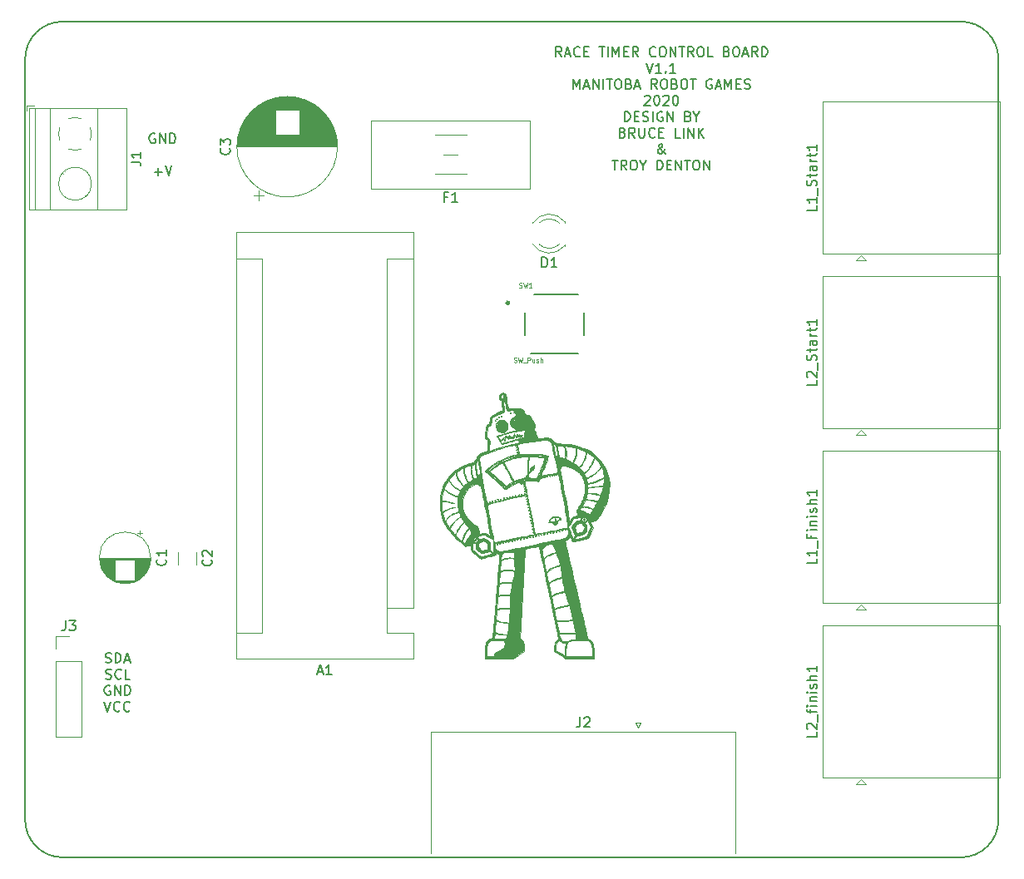
<source format=gbr>
G04 #@! TF.GenerationSoftware,KiCad,Pcbnew,(5.1.4)*
G04 #@! TF.CreationDate,2020-02-11T08:22:30-06:00*
G04 #@! TF.ProjectId,race timer,72616365-2074-4696-9d65-722e6b696361,rev?*
G04 #@! TF.SameCoordinates,PX6e37550PYe88b40*
G04 #@! TF.FileFunction,Legend,Top*
G04 #@! TF.FilePolarity,Positive*
%FSLAX46Y46*%
G04 Gerber Fmt 4.6, Leading zero omitted, Abs format (unit mm)*
G04 Created by KiCad (PCBNEW (5.1.4)) date 2020-02-11 08:22:30*
%MOMM*%
%LPD*%
G04 APERTURE LIST*
%ADD10C,0.150000*%
%ADD11C,0.010000*%
%ADD12C,0.120000*%
%ADD13C,0.127000*%
%ADD14C,0.300000*%
%ADD15C,0.050000*%
G04 APERTURE END LIST*
D10*
X-85851905Y-11439000D02*
X-85947143Y-11391380D01*
X-86090000Y-11391380D01*
X-86232858Y-11439000D01*
X-86328096Y-11534238D01*
X-86375715Y-11629476D01*
X-86423334Y-11819952D01*
X-86423334Y-11962809D01*
X-86375715Y-12153285D01*
X-86328096Y-12248523D01*
X-86232858Y-12343761D01*
X-86090000Y-12391380D01*
X-85994762Y-12391380D01*
X-85851905Y-12343761D01*
X-85804286Y-12296142D01*
X-85804286Y-11962809D01*
X-85994762Y-11962809D01*
X-85375715Y-12391380D02*
X-85375715Y-11391380D01*
X-84804286Y-12391380D01*
X-84804286Y-11391380D01*
X-84328096Y-12391380D02*
X-84328096Y-11391380D01*
X-84090000Y-11391380D01*
X-83947143Y-11439000D01*
X-83851905Y-11534238D01*
X-83804286Y-11629476D01*
X-83756667Y-11819952D01*
X-83756667Y-11962809D01*
X-83804286Y-12153285D01*
X-83851905Y-12248523D01*
X-83947143Y-12343761D01*
X-84090000Y-12391380D01*
X-84328096Y-12391380D01*
X-85899524Y-15310428D02*
X-85137620Y-15310428D01*
X-85518572Y-15691380D02*
X-85518572Y-14929476D01*
X-84804286Y-14691380D02*
X-84470953Y-15691380D01*
X-84137620Y-14691380D01*
X-90876286Y-65239761D02*
X-90733429Y-65287380D01*
X-90495334Y-65287380D01*
X-90400096Y-65239761D01*
X-90352477Y-65192142D01*
X-90304858Y-65096904D01*
X-90304858Y-65001666D01*
X-90352477Y-64906428D01*
X-90400096Y-64858809D01*
X-90495334Y-64811190D01*
X-90685810Y-64763571D01*
X-90781048Y-64715952D01*
X-90828667Y-64668333D01*
X-90876286Y-64573095D01*
X-90876286Y-64477857D01*
X-90828667Y-64382619D01*
X-90781048Y-64335000D01*
X-90685810Y-64287380D01*
X-90447715Y-64287380D01*
X-90304858Y-64335000D01*
X-89876286Y-65287380D02*
X-89876286Y-64287380D01*
X-89638191Y-64287380D01*
X-89495334Y-64335000D01*
X-89400096Y-64430238D01*
X-89352477Y-64525476D01*
X-89304858Y-64715952D01*
X-89304858Y-64858809D01*
X-89352477Y-65049285D01*
X-89400096Y-65144523D01*
X-89495334Y-65239761D01*
X-89638191Y-65287380D01*
X-89876286Y-65287380D01*
X-88923905Y-65001666D02*
X-88447715Y-65001666D01*
X-89019143Y-65287380D02*
X-88685810Y-64287380D01*
X-88352477Y-65287380D01*
X-90852477Y-66889761D02*
X-90709620Y-66937380D01*
X-90471524Y-66937380D01*
X-90376286Y-66889761D01*
X-90328667Y-66842142D01*
X-90281048Y-66746904D01*
X-90281048Y-66651666D01*
X-90328667Y-66556428D01*
X-90376286Y-66508809D01*
X-90471524Y-66461190D01*
X-90662000Y-66413571D01*
X-90757239Y-66365952D01*
X-90804858Y-66318333D01*
X-90852477Y-66223095D01*
X-90852477Y-66127857D01*
X-90804858Y-66032619D01*
X-90757239Y-65985000D01*
X-90662000Y-65937380D01*
X-90423905Y-65937380D01*
X-90281048Y-65985000D01*
X-89281048Y-66842142D02*
X-89328667Y-66889761D01*
X-89471524Y-66937380D01*
X-89566762Y-66937380D01*
X-89709620Y-66889761D01*
X-89804858Y-66794523D01*
X-89852477Y-66699285D01*
X-89900096Y-66508809D01*
X-89900096Y-66365952D01*
X-89852477Y-66175476D01*
X-89804858Y-66080238D01*
X-89709620Y-65985000D01*
X-89566762Y-65937380D01*
X-89471524Y-65937380D01*
X-89328667Y-65985000D01*
X-89281048Y-66032619D01*
X-88376286Y-66937380D02*
X-88852477Y-66937380D01*
X-88852477Y-65937380D01*
X-90423905Y-67635000D02*
X-90519143Y-67587380D01*
X-90662000Y-67587380D01*
X-90804858Y-67635000D01*
X-90900096Y-67730238D01*
X-90947715Y-67825476D01*
X-90995334Y-68015952D01*
X-90995334Y-68158809D01*
X-90947715Y-68349285D01*
X-90900096Y-68444523D01*
X-90804858Y-68539761D01*
X-90662000Y-68587380D01*
X-90566762Y-68587380D01*
X-90423905Y-68539761D01*
X-90376286Y-68492142D01*
X-90376286Y-68158809D01*
X-90566762Y-68158809D01*
X-89947715Y-68587380D02*
X-89947715Y-67587380D01*
X-89376286Y-68587380D01*
X-89376286Y-67587380D01*
X-88900096Y-68587380D02*
X-88900096Y-67587380D01*
X-88662000Y-67587380D01*
X-88519143Y-67635000D01*
X-88423905Y-67730238D01*
X-88376286Y-67825476D01*
X-88328667Y-68015952D01*
X-88328667Y-68158809D01*
X-88376286Y-68349285D01*
X-88423905Y-68444523D01*
X-88519143Y-68539761D01*
X-88662000Y-68587380D01*
X-88900096Y-68587380D01*
X-90995334Y-69237380D02*
X-90662000Y-70237380D01*
X-90328667Y-69237380D01*
X-89423905Y-70142142D02*
X-89471524Y-70189761D01*
X-89614381Y-70237380D01*
X-89709620Y-70237380D01*
X-89852477Y-70189761D01*
X-89947715Y-70094523D01*
X-89995334Y-69999285D01*
X-90042953Y-69808809D01*
X-90042953Y-69665952D01*
X-89995334Y-69475476D01*
X-89947715Y-69380238D01*
X-89852477Y-69285000D01*
X-89709620Y-69237380D01*
X-89614381Y-69237380D01*
X-89471524Y-69285000D01*
X-89423905Y-69332619D01*
X-88423905Y-70142142D02*
X-88471524Y-70189761D01*
X-88614381Y-70237380D01*
X-88709620Y-70237380D01*
X-88852477Y-70189761D01*
X-88947715Y-70094523D01*
X-88995334Y-69999285D01*
X-89042953Y-69808809D01*
X-89042953Y-69665952D01*
X-88995334Y-69475476D01*
X-88947715Y-69380238D01*
X-88852477Y-69285000D01*
X-88709620Y-69237380D01*
X-88614381Y-69237380D01*
X-88471524Y-69285000D01*
X-88423905Y-69332619D01*
X-44456667Y-3567380D02*
X-44790000Y-3091190D01*
X-45028096Y-3567380D02*
X-45028096Y-2567380D01*
X-44647143Y-2567380D01*
X-44551905Y-2615000D01*
X-44504286Y-2662619D01*
X-44456667Y-2757857D01*
X-44456667Y-2900714D01*
X-44504286Y-2995952D01*
X-44551905Y-3043571D01*
X-44647143Y-3091190D01*
X-45028096Y-3091190D01*
X-44075715Y-3281666D02*
X-43599524Y-3281666D01*
X-44170953Y-3567380D02*
X-43837620Y-2567380D01*
X-43504286Y-3567380D01*
X-42599524Y-3472142D02*
X-42647143Y-3519761D01*
X-42790000Y-3567380D01*
X-42885239Y-3567380D01*
X-43028096Y-3519761D01*
X-43123334Y-3424523D01*
X-43170953Y-3329285D01*
X-43218572Y-3138809D01*
X-43218572Y-2995952D01*
X-43170953Y-2805476D01*
X-43123334Y-2710238D01*
X-43028096Y-2615000D01*
X-42885239Y-2567380D01*
X-42790000Y-2567380D01*
X-42647143Y-2615000D01*
X-42599524Y-2662619D01*
X-42170953Y-3043571D02*
X-41837620Y-3043571D01*
X-41694762Y-3567380D02*
X-42170953Y-3567380D01*
X-42170953Y-2567380D01*
X-41694762Y-2567380D01*
X-40647143Y-2567380D02*
X-40075715Y-2567380D01*
X-40361429Y-3567380D02*
X-40361429Y-2567380D01*
X-39742381Y-3567380D02*
X-39742381Y-2567380D01*
X-39266191Y-3567380D02*
X-39266191Y-2567380D01*
X-38932858Y-3281666D01*
X-38599524Y-2567380D01*
X-38599524Y-3567380D01*
X-38123334Y-3043571D02*
X-37790000Y-3043571D01*
X-37647143Y-3567380D02*
X-38123334Y-3567380D01*
X-38123334Y-2567380D01*
X-37647143Y-2567380D01*
X-36647143Y-3567380D02*
X-36980477Y-3091190D01*
X-37218572Y-3567380D02*
X-37218572Y-2567380D01*
X-36837620Y-2567380D01*
X-36742381Y-2615000D01*
X-36694762Y-2662619D01*
X-36647143Y-2757857D01*
X-36647143Y-2900714D01*
X-36694762Y-2995952D01*
X-36742381Y-3043571D01*
X-36837620Y-3091190D01*
X-37218572Y-3091190D01*
X-34885239Y-3472142D02*
X-34932858Y-3519761D01*
X-35075715Y-3567380D01*
X-35170953Y-3567380D01*
X-35313810Y-3519761D01*
X-35409048Y-3424523D01*
X-35456667Y-3329285D01*
X-35504286Y-3138809D01*
X-35504286Y-2995952D01*
X-35456667Y-2805476D01*
X-35409048Y-2710238D01*
X-35313810Y-2615000D01*
X-35170953Y-2567380D01*
X-35075715Y-2567380D01*
X-34932858Y-2615000D01*
X-34885239Y-2662619D01*
X-34266191Y-2567380D02*
X-34075715Y-2567380D01*
X-33980477Y-2615000D01*
X-33885239Y-2710238D01*
X-33837620Y-2900714D01*
X-33837620Y-3234047D01*
X-33885239Y-3424523D01*
X-33980477Y-3519761D01*
X-34075715Y-3567380D01*
X-34266191Y-3567380D01*
X-34361429Y-3519761D01*
X-34456667Y-3424523D01*
X-34504286Y-3234047D01*
X-34504286Y-2900714D01*
X-34456667Y-2710238D01*
X-34361429Y-2615000D01*
X-34266191Y-2567380D01*
X-33409048Y-3567380D02*
X-33409048Y-2567380D01*
X-32837620Y-3567380D01*
X-32837620Y-2567380D01*
X-32504286Y-2567380D02*
X-31932858Y-2567380D01*
X-32218572Y-3567380D02*
X-32218572Y-2567380D01*
X-31028096Y-3567380D02*
X-31361429Y-3091190D01*
X-31599524Y-3567380D02*
X-31599524Y-2567380D01*
X-31218572Y-2567380D01*
X-31123334Y-2615000D01*
X-31075715Y-2662619D01*
X-31028096Y-2757857D01*
X-31028096Y-2900714D01*
X-31075715Y-2995952D01*
X-31123334Y-3043571D01*
X-31218572Y-3091190D01*
X-31599524Y-3091190D01*
X-30409048Y-2567380D02*
X-30218572Y-2567380D01*
X-30123334Y-2615000D01*
X-30028096Y-2710238D01*
X-29980477Y-2900714D01*
X-29980477Y-3234047D01*
X-30028096Y-3424523D01*
X-30123334Y-3519761D01*
X-30218572Y-3567380D01*
X-30409048Y-3567380D01*
X-30504286Y-3519761D01*
X-30599524Y-3424523D01*
X-30647143Y-3234047D01*
X-30647143Y-2900714D01*
X-30599524Y-2710238D01*
X-30504286Y-2615000D01*
X-30409048Y-2567380D01*
X-29075715Y-3567380D02*
X-29551905Y-3567380D01*
X-29551905Y-2567380D01*
X-27647143Y-3043571D02*
X-27504286Y-3091190D01*
X-27456667Y-3138809D01*
X-27409048Y-3234047D01*
X-27409048Y-3376904D01*
X-27456667Y-3472142D01*
X-27504286Y-3519761D01*
X-27599524Y-3567380D01*
X-27980477Y-3567380D01*
X-27980477Y-2567380D01*
X-27647143Y-2567380D01*
X-27551905Y-2615000D01*
X-27504286Y-2662619D01*
X-27456667Y-2757857D01*
X-27456667Y-2853095D01*
X-27504286Y-2948333D01*
X-27551905Y-2995952D01*
X-27647143Y-3043571D01*
X-27980477Y-3043571D01*
X-26790000Y-2567380D02*
X-26599524Y-2567380D01*
X-26504286Y-2615000D01*
X-26409048Y-2710238D01*
X-26361429Y-2900714D01*
X-26361429Y-3234047D01*
X-26409048Y-3424523D01*
X-26504286Y-3519761D01*
X-26599524Y-3567380D01*
X-26790000Y-3567380D01*
X-26885239Y-3519761D01*
X-26980477Y-3424523D01*
X-27028096Y-3234047D01*
X-27028096Y-2900714D01*
X-26980477Y-2710238D01*
X-26885239Y-2615000D01*
X-26790000Y-2567380D01*
X-25980477Y-3281666D02*
X-25504286Y-3281666D01*
X-26075715Y-3567380D02*
X-25742381Y-2567380D01*
X-25409048Y-3567380D01*
X-24504286Y-3567380D02*
X-24837620Y-3091190D01*
X-25075715Y-3567380D02*
X-25075715Y-2567380D01*
X-24694762Y-2567380D01*
X-24599524Y-2615000D01*
X-24551905Y-2662619D01*
X-24504286Y-2757857D01*
X-24504286Y-2900714D01*
X-24551905Y-2995952D01*
X-24599524Y-3043571D01*
X-24694762Y-3091190D01*
X-25075715Y-3091190D01*
X-24075715Y-3567380D02*
X-24075715Y-2567380D01*
X-23837620Y-2567380D01*
X-23694762Y-2615000D01*
X-23599524Y-2710238D01*
X-23551905Y-2805476D01*
X-23504286Y-2995952D01*
X-23504286Y-3138809D01*
X-23551905Y-3329285D01*
X-23599524Y-3424523D01*
X-23694762Y-3519761D01*
X-23837620Y-3567380D01*
X-24075715Y-3567380D01*
X-35813810Y-4217380D02*
X-35480477Y-5217380D01*
X-35147143Y-4217380D01*
X-34290000Y-5217380D02*
X-34861429Y-5217380D01*
X-34575715Y-5217380D02*
X-34575715Y-4217380D01*
X-34670953Y-4360238D01*
X-34766191Y-4455476D01*
X-34861429Y-4503095D01*
X-33861429Y-5122142D02*
X-33813810Y-5169761D01*
X-33861429Y-5217380D01*
X-33909048Y-5169761D01*
X-33861429Y-5122142D01*
X-33861429Y-5217380D01*
X-32861429Y-5217380D02*
X-33432858Y-5217380D01*
X-33147143Y-5217380D02*
X-33147143Y-4217380D01*
X-33242381Y-4360238D01*
X-33337620Y-4455476D01*
X-33432858Y-4503095D01*
X-43266191Y-6867380D02*
X-43266191Y-5867380D01*
X-42932858Y-6581666D01*
X-42599524Y-5867380D01*
X-42599524Y-6867380D01*
X-42170953Y-6581666D02*
X-41694762Y-6581666D01*
X-42266191Y-6867380D02*
X-41932858Y-5867380D01*
X-41599524Y-6867380D01*
X-41266191Y-6867380D02*
X-41266191Y-5867380D01*
X-40694762Y-6867380D01*
X-40694762Y-5867380D01*
X-40218572Y-6867380D02*
X-40218572Y-5867380D01*
X-39885239Y-5867380D02*
X-39313810Y-5867380D01*
X-39599524Y-6867380D02*
X-39599524Y-5867380D01*
X-38790000Y-5867380D02*
X-38599524Y-5867380D01*
X-38504286Y-5915000D01*
X-38409048Y-6010238D01*
X-38361429Y-6200714D01*
X-38361429Y-6534047D01*
X-38409048Y-6724523D01*
X-38504286Y-6819761D01*
X-38599524Y-6867380D01*
X-38790000Y-6867380D01*
X-38885239Y-6819761D01*
X-38980477Y-6724523D01*
X-39028096Y-6534047D01*
X-39028096Y-6200714D01*
X-38980477Y-6010238D01*
X-38885239Y-5915000D01*
X-38790000Y-5867380D01*
X-37599524Y-6343571D02*
X-37456667Y-6391190D01*
X-37409048Y-6438809D01*
X-37361429Y-6534047D01*
X-37361429Y-6676904D01*
X-37409048Y-6772142D01*
X-37456667Y-6819761D01*
X-37551905Y-6867380D01*
X-37932858Y-6867380D01*
X-37932858Y-5867380D01*
X-37599524Y-5867380D01*
X-37504286Y-5915000D01*
X-37456667Y-5962619D01*
X-37409048Y-6057857D01*
X-37409048Y-6153095D01*
X-37456667Y-6248333D01*
X-37504286Y-6295952D01*
X-37599524Y-6343571D01*
X-37932858Y-6343571D01*
X-36980477Y-6581666D02*
X-36504286Y-6581666D01*
X-37075715Y-6867380D02*
X-36742381Y-5867380D01*
X-36409048Y-6867380D01*
X-34742381Y-6867380D02*
X-35075715Y-6391190D01*
X-35313810Y-6867380D02*
X-35313810Y-5867380D01*
X-34932858Y-5867380D01*
X-34837620Y-5915000D01*
X-34790000Y-5962619D01*
X-34742381Y-6057857D01*
X-34742381Y-6200714D01*
X-34790000Y-6295952D01*
X-34837620Y-6343571D01*
X-34932858Y-6391190D01*
X-35313810Y-6391190D01*
X-34123334Y-5867380D02*
X-33932858Y-5867380D01*
X-33837620Y-5915000D01*
X-33742381Y-6010238D01*
X-33694762Y-6200714D01*
X-33694762Y-6534047D01*
X-33742381Y-6724523D01*
X-33837620Y-6819761D01*
X-33932858Y-6867380D01*
X-34123334Y-6867380D01*
X-34218572Y-6819761D01*
X-34313810Y-6724523D01*
X-34361429Y-6534047D01*
X-34361429Y-6200714D01*
X-34313810Y-6010238D01*
X-34218572Y-5915000D01*
X-34123334Y-5867380D01*
X-32932858Y-6343571D02*
X-32790000Y-6391190D01*
X-32742381Y-6438809D01*
X-32694762Y-6534047D01*
X-32694762Y-6676904D01*
X-32742381Y-6772142D01*
X-32790000Y-6819761D01*
X-32885239Y-6867380D01*
X-33266191Y-6867380D01*
X-33266191Y-5867380D01*
X-32932858Y-5867380D01*
X-32837620Y-5915000D01*
X-32790000Y-5962619D01*
X-32742381Y-6057857D01*
X-32742381Y-6153095D01*
X-32790000Y-6248333D01*
X-32837620Y-6295952D01*
X-32932858Y-6343571D01*
X-33266191Y-6343571D01*
X-32075715Y-5867380D02*
X-31885239Y-5867380D01*
X-31790000Y-5915000D01*
X-31694762Y-6010238D01*
X-31647143Y-6200714D01*
X-31647143Y-6534047D01*
X-31694762Y-6724523D01*
X-31790000Y-6819761D01*
X-31885239Y-6867380D01*
X-32075715Y-6867380D01*
X-32170953Y-6819761D01*
X-32266191Y-6724523D01*
X-32313810Y-6534047D01*
X-32313810Y-6200714D01*
X-32266191Y-6010238D01*
X-32170953Y-5915000D01*
X-32075715Y-5867380D01*
X-31361429Y-5867380D02*
X-30790000Y-5867380D01*
X-31075715Y-6867380D02*
X-31075715Y-5867380D01*
X-29170953Y-5915000D02*
X-29266191Y-5867380D01*
X-29409048Y-5867380D01*
X-29551905Y-5915000D01*
X-29647143Y-6010238D01*
X-29694762Y-6105476D01*
X-29742381Y-6295952D01*
X-29742381Y-6438809D01*
X-29694762Y-6629285D01*
X-29647143Y-6724523D01*
X-29551905Y-6819761D01*
X-29409048Y-6867380D01*
X-29313810Y-6867380D01*
X-29170953Y-6819761D01*
X-29123334Y-6772142D01*
X-29123334Y-6438809D01*
X-29313810Y-6438809D01*
X-28742381Y-6581666D02*
X-28266191Y-6581666D01*
X-28837620Y-6867380D02*
X-28504286Y-5867380D01*
X-28170953Y-6867380D01*
X-27837620Y-6867380D02*
X-27837620Y-5867380D01*
X-27504286Y-6581666D01*
X-27170953Y-5867380D01*
X-27170953Y-6867380D01*
X-26694762Y-6343571D02*
X-26361429Y-6343571D01*
X-26218572Y-6867380D02*
X-26694762Y-6867380D01*
X-26694762Y-5867380D01*
X-26218572Y-5867380D01*
X-25837620Y-6819761D02*
X-25694762Y-6867380D01*
X-25456667Y-6867380D01*
X-25361429Y-6819761D01*
X-25313810Y-6772142D01*
X-25266191Y-6676904D01*
X-25266191Y-6581666D01*
X-25313810Y-6486428D01*
X-25361429Y-6438809D01*
X-25456667Y-6391190D01*
X-25647143Y-6343571D01*
X-25742381Y-6295952D01*
X-25790000Y-6248333D01*
X-25837620Y-6153095D01*
X-25837620Y-6057857D01*
X-25790000Y-5962619D01*
X-25742381Y-5915000D01*
X-25647143Y-5867380D01*
X-25409048Y-5867380D01*
X-25266191Y-5915000D01*
X-36004286Y-7612619D02*
X-35956667Y-7565000D01*
X-35861429Y-7517380D01*
X-35623334Y-7517380D01*
X-35528096Y-7565000D01*
X-35480477Y-7612619D01*
X-35432858Y-7707857D01*
X-35432858Y-7803095D01*
X-35480477Y-7945952D01*
X-36051905Y-8517380D01*
X-35432858Y-8517380D01*
X-34813810Y-7517380D02*
X-34718572Y-7517380D01*
X-34623334Y-7565000D01*
X-34575715Y-7612619D01*
X-34528096Y-7707857D01*
X-34480477Y-7898333D01*
X-34480477Y-8136428D01*
X-34528096Y-8326904D01*
X-34575715Y-8422142D01*
X-34623334Y-8469761D01*
X-34718572Y-8517380D01*
X-34813810Y-8517380D01*
X-34909048Y-8469761D01*
X-34956667Y-8422142D01*
X-35004286Y-8326904D01*
X-35051905Y-8136428D01*
X-35051905Y-7898333D01*
X-35004286Y-7707857D01*
X-34956667Y-7612619D01*
X-34909048Y-7565000D01*
X-34813810Y-7517380D01*
X-34099524Y-7612619D02*
X-34051905Y-7565000D01*
X-33956667Y-7517380D01*
X-33718572Y-7517380D01*
X-33623334Y-7565000D01*
X-33575715Y-7612619D01*
X-33528096Y-7707857D01*
X-33528096Y-7803095D01*
X-33575715Y-7945952D01*
X-34147143Y-8517380D01*
X-33528096Y-8517380D01*
X-32909048Y-7517380D02*
X-32813810Y-7517380D01*
X-32718572Y-7565000D01*
X-32670953Y-7612619D01*
X-32623334Y-7707857D01*
X-32575715Y-7898333D01*
X-32575715Y-8136428D01*
X-32623334Y-8326904D01*
X-32670953Y-8422142D01*
X-32718572Y-8469761D01*
X-32813810Y-8517380D01*
X-32909048Y-8517380D01*
X-33004286Y-8469761D01*
X-33051905Y-8422142D01*
X-33099524Y-8326904D01*
X-33147143Y-8136428D01*
X-33147143Y-7898333D01*
X-33099524Y-7707857D01*
X-33051905Y-7612619D01*
X-33004286Y-7565000D01*
X-32909048Y-7517380D01*
X-38051905Y-10167380D02*
X-38051905Y-9167380D01*
X-37813810Y-9167380D01*
X-37670953Y-9215000D01*
X-37575715Y-9310238D01*
X-37528096Y-9405476D01*
X-37480477Y-9595952D01*
X-37480477Y-9738809D01*
X-37528096Y-9929285D01*
X-37575715Y-10024523D01*
X-37670953Y-10119761D01*
X-37813810Y-10167380D01*
X-38051905Y-10167380D01*
X-37051905Y-9643571D02*
X-36718572Y-9643571D01*
X-36575715Y-10167380D02*
X-37051905Y-10167380D01*
X-37051905Y-9167380D01*
X-36575715Y-9167380D01*
X-36194762Y-10119761D02*
X-36051905Y-10167380D01*
X-35813810Y-10167380D01*
X-35718572Y-10119761D01*
X-35670953Y-10072142D01*
X-35623334Y-9976904D01*
X-35623334Y-9881666D01*
X-35670953Y-9786428D01*
X-35718572Y-9738809D01*
X-35813810Y-9691190D01*
X-36004286Y-9643571D01*
X-36099524Y-9595952D01*
X-36147143Y-9548333D01*
X-36194762Y-9453095D01*
X-36194762Y-9357857D01*
X-36147143Y-9262619D01*
X-36099524Y-9215000D01*
X-36004286Y-9167380D01*
X-35766191Y-9167380D01*
X-35623334Y-9215000D01*
X-35194762Y-10167380D02*
X-35194762Y-9167380D01*
X-34194762Y-9215000D02*
X-34290000Y-9167380D01*
X-34432858Y-9167380D01*
X-34575715Y-9215000D01*
X-34670953Y-9310238D01*
X-34718572Y-9405476D01*
X-34766191Y-9595952D01*
X-34766191Y-9738809D01*
X-34718572Y-9929285D01*
X-34670953Y-10024523D01*
X-34575715Y-10119761D01*
X-34432858Y-10167380D01*
X-34337620Y-10167380D01*
X-34194762Y-10119761D01*
X-34147143Y-10072142D01*
X-34147143Y-9738809D01*
X-34337620Y-9738809D01*
X-33718572Y-10167380D02*
X-33718572Y-9167380D01*
X-33147143Y-10167380D01*
X-33147143Y-9167380D01*
X-31575715Y-9643571D02*
X-31432858Y-9691190D01*
X-31385239Y-9738809D01*
X-31337620Y-9834047D01*
X-31337620Y-9976904D01*
X-31385239Y-10072142D01*
X-31432858Y-10119761D01*
X-31528096Y-10167380D01*
X-31909048Y-10167380D01*
X-31909048Y-9167380D01*
X-31575715Y-9167380D01*
X-31480477Y-9215000D01*
X-31432858Y-9262619D01*
X-31385239Y-9357857D01*
X-31385239Y-9453095D01*
X-31432858Y-9548333D01*
X-31480477Y-9595952D01*
X-31575715Y-9643571D01*
X-31909048Y-9643571D01*
X-30718572Y-9691190D02*
X-30718572Y-10167380D01*
X-31051905Y-9167380D02*
X-30718572Y-9691190D01*
X-30385239Y-9167380D01*
X-38242381Y-11293571D02*
X-38099524Y-11341190D01*
X-38051905Y-11388809D01*
X-38004286Y-11484047D01*
X-38004286Y-11626904D01*
X-38051905Y-11722142D01*
X-38099524Y-11769761D01*
X-38194762Y-11817380D01*
X-38575715Y-11817380D01*
X-38575715Y-10817380D01*
X-38242381Y-10817380D01*
X-38147143Y-10865000D01*
X-38099524Y-10912619D01*
X-38051905Y-11007857D01*
X-38051905Y-11103095D01*
X-38099524Y-11198333D01*
X-38147143Y-11245952D01*
X-38242381Y-11293571D01*
X-38575715Y-11293571D01*
X-37004286Y-11817380D02*
X-37337620Y-11341190D01*
X-37575715Y-11817380D02*
X-37575715Y-10817380D01*
X-37194762Y-10817380D01*
X-37099524Y-10865000D01*
X-37051905Y-10912619D01*
X-37004286Y-11007857D01*
X-37004286Y-11150714D01*
X-37051905Y-11245952D01*
X-37099524Y-11293571D01*
X-37194762Y-11341190D01*
X-37575715Y-11341190D01*
X-36575715Y-10817380D02*
X-36575715Y-11626904D01*
X-36528096Y-11722142D01*
X-36480477Y-11769761D01*
X-36385239Y-11817380D01*
X-36194762Y-11817380D01*
X-36099524Y-11769761D01*
X-36051905Y-11722142D01*
X-36004286Y-11626904D01*
X-36004286Y-10817380D01*
X-34956667Y-11722142D02*
X-35004286Y-11769761D01*
X-35147143Y-11817380D01*
X-35242381Y-11817380D01*
X-35385239Y-11769761D01*
X-35480477Y-11674523D01*
X-35528096Y-11579285D01*
X-35575715Y-11388809D01*
X-35575715Y-11245952D01*
X-35528096Y-11055476D01*
X-35480477Y-10960238D01*
X-35385239Y-10865000D01*
X-35242381Y-10817380D01*
X-35147143Y-10817380D01*
X-35004286Y-10865000D01*
X-34956667Y-10912619D01*
X-34528096Y-11293571D02*
X-34194762Y-11293571D01*
X-34051905Y-11817380D02*
X-34528096Y-11817380D01*
X-34528096Y-10817380D01*
X-34051905Y-10817380D01*
X-32385239Y-11817380D02*
X-32861429Y-11817380D01*
X-32861429Y-10817380D01*
X-32051905Y-11817380D02*
X-32051905Y-10817380D01*
X-31575715Y-11817380D02*
X-31575715Y-10817380D01*
X-31004286Y-11817380D01*
X-31004286Y-10817380D01*
X-30528096Y-11817380D02*
X-30528096Y-10817380D01*
X-29956667Y-11817380D02*
X-30385239Y-11245952D01*
X-29956667Y-10817380D02*
X-30528096Y-11388809D01*
X-33861429Y-13467380D02*
X-33909048Y-13467380D01*
X-34004286Y-13419761D01*
X-34147143Y-13276904D01*
X-34385239Y-12991190D01*
X-34480477Y-12848333D01*
X-34528096Y-12705476D01*
X-34528096Y-12610238D01*
X-34480477Y-12515000D01*
X-34385239Y-12467380D01*
X-34337620Y-12467380D01*
X-34242381Y-12515000D01*
X-34194762Y-12610238D01*
X-34194762Y-12657857D01*
X-34242381Y-12753095D01*
X-34290000Y-12800714D01*
X-34575715Y-12991190D01*
X-34623334Y-13038809D01*
X-34670953Y-13134047D01*
X-34670953Y-13276904D01*
X-34623334Y-13372142D01*
X-34575715Y-13419761D01*
X-34480477Y-13467380D01*
X-34337620Y-13467380D01*
X-34242381Y-13419761D01*
X-34194762Y-13372142D01*
X-34051905Y-13181666D01*
X-34004286Y-13038809D01*
X-34004286Y-12943571D01*
X-39313810Y-14117380D02*
X-38742381Y-14117380D01*
X-39028096Y-15117380D02*
X-39028096Y-14117380D01*
X-37837620Y-15117380D02*
X-38170953Y-14641190D01*
X-38409048Y-15117380D02*
X-38409048Y-14117380D01*
X-38028096Y-14117380D01*
X-37932858Y-14165000D01*
X-37885239Y-14212619D01*
X-37837620Y-14307857D01*
X-37837620Y-14450714D01*
X-37885239Y-14545952D01*
X-37932858Y-14593571D01*
X-38028096Y-14641190D01*
X-38409048Y-14641190D01*
X-37218572Y-14117380D02*
X-37028096Y-14117380D01*
X-36932858Y-14165000D01*
X-36837620Y-14260238D01*
X-36790000Y-14450714D01*
X-36790000Y-14784047D01*
X-36837620Y-14974523D01*
X-36932858Y-15069761D01*
X-37028096Y-15117380D01*
X-37218572Y-15117380D01*
X-37313810Y-15069761D01*
X-37409048Y-14974523D01*
X-37456667Y-14784047D01*
X-37456667Y-14450714D01*
X-37409048Y-14260238D01*
X-37313810Y-14165000D01*
X-37218572Y-14117380D01*
X-36170953Y-14641190D02*
X-36170953Y-15117380D01*
X-36504286Y-14117380D02*
X-36170953Y-14641190D01*
X-35837620Y-14117380D01*
X-34742381Y-15117380D02*
X-34742381Y-14117380D01*
X-34504286Y-14117380D01*
X-34361429Y-14165000D01*
X-34266191Y-14260238D01*
X-34218572Y-14355476D01*
X-34170953Y-14545952D01*
X-34170953Y-14688809D01*
X-34218572Y-14879285D01*
X-34266191Y-14974523D01*
X-34361429Y-15069761D01*
X-34504286Y-15117380D01*
X-34742381Y-15117380D01*
X-33742381Y-14593571D02*
X-33409048Y-14593571D01*
X-33266191Y-15117380D02*
X-33742381Y-15117380D01*
X-33742381Y-14117380D01*
X-33266191Y-14117380D01*
X-32837620Y-15117380D02*
X-32837620Y-14117380D01*
X-32266191Y-15117380D01*
X-32266191Y-14117380D01*
X-31932858Y-14117380D02*
X-31361429Y-14117380D01*
X-31647143Y-15117380D02*
X-31647143Y-14117380D01*
X-30837620Y-14117380D02*
X-30647143Y-14117380D01*
X-30551905Y-14165000D01*
X-30456667Y-14260238D01*
X-30409048Y-14450714D01*
X-30409048Y-14784047D01*
X-30456667Y-14974523D01*
X-30551905Y-15069761D01*
X-30647143Y-15117380D01*
X-30837620Y-15117380D01*
X-30932858Y-15069761D01*
X-31028096Y-14974523D01*
X-31075715Y-14784047D01*
X-31075715Y-14450714D01*
X-31028096Y-14260238D01*
X-30932858Y-14165000D01*
X-30837620Y-14117380D01*
X-29980477Y-15117380D02*
X-29980477Y-14117380D01*
X-29409048Y-15117380D01*
X-29409048Y-14117380D01*
X-3810000Y0D02*
G75*
G02X0Y-3810000I0J-3810000D01*
G01*
X0Y-81280000D02*
G75*
G02X-3810000Y-85090000I-3810000J0D01*
G01*
X-99060000Y-3810000D02*
G75*
G02X-95250000Y0I3810000J0D01*
G01*
X-92710000Y-85090000D02*
X-95250000Y-85090000D01*
X-95250000Y-85090000D02*
G75*
G02X-99060000Y-81280000I0J3810000D01*
G01*
X-92710000Y0D02*
X-95250000Y0D01*
X-3810000Y0D02*
X-92710000Y0D01*
X-99060000Y-3810000D02*
X-99060000Y-81280000D01*
X0Y-81280000D02*
X0Y-3810000D01*
X-92710000Y-85090000D02*
X-3810000Y-85090000D01*
D11*
G36*
X-50715334Y-40872834D02*
G01*
X-50736500Y-40894000D01*
X-50757667Y-40872834D01*
X-50736500Y-40851667D01*
X-50715334Y-40872834D01*
X-50715334Y-40872834D01*
G37*
X-50715334Y-40872834D02*
X-50736500Y-40894000D01*
X-50757667Y-40872834D01*
X-50736500Y-40851667D01*
X-50715334Y-40872834D01*
G36*
X-50757667Y-41423167D02*
G01*
X-50778834Y-41444334D01*
X-50800000Y-41423167D01*
X-50778834Y-41402000D01*
X-50757667Y-41423167D01*
X-50757667Y-41423167D01*
G37*
X-50757667Y-41423167D02*
X-50778834Y-41444334D01*
X-50800000Y-41423167D01*
X-50778834Y-41402000D01*
X-50757667Y-41423167D01*
G36*
X-49360667Y-40703500D02*
G01*
X-49381834Y-40724667D01*
X-49403000Y-40703500D01*
X-49381834Y-40682334D01*
X-49360667Y-40703500D01*
X-49360667Y-40703500D01*
G37*
X-49360667Y-40703500D02*
X-49381834Y-40724667D01*
X-49403000Y-40703500D01*
X-49381834Y-40682334D01*
X-49360667Y-40703500D01*
G36*
X-49374778Y-40908111D02*
G01*
X-49369712Y-40958351D01*
X-49374778Y-40964556D01*
X-49399945Y-40958745D01*
X-49403000Y-40936334D01*
X-49387511Y-40901488D01*
X-49374778Y-40908111D01*
X-49374778Y-40908111D01*
G37*
X-49374778Y-40908111D02*
X-49369712Y-40958351D01*
X-49374778Y-40964556D01*
X-49399945Y-40958745D01*
X-49403000Y-40936334D01*
X-49387511Y-40901488D01*
X-49374778Y-40908111D01*
G36*
X-49324875Y-41038124D02*
G01*
X-49279428Y-41080750D01*
X-49288751Y-41105255D01*
X-49294669Y-41105667D01*
X-49330475Y-41075598D01*
X-49343543Y-41056793D01*
X-49348533Y-41027824D01*
X-49324875Y-41038124D01*
X-49324875Y-41038124D01*
G37*
X-49324875Y-41038124D02*
X-49279428Y-41080750D01*
X-49288751Y-41105255D01*
X-49294669Y-41105667D01*
X-49330475Y-41075598D01*
X-49343543Y-41056793D01*
X-49348533Y-41027824D01*
X-49324875Y-41038124D01*
G36*
X-50352914Y-40754043D02*
G01*
X-50228036Y-40859939D01*
X-50139441Y-41017218D01*
X-50116944Y-41182462D01*
X-50151009Y-41340814D01*
X-50232098Y-41477418D01*
X-50350676Y-41577414D01*
X-50497204Y-41625947D01*
X-50662146Y-41608159D01*
X-50699319Y-41594144D01*
X-50857482Y-41486831D01*
X-50947208Y-41329793D01*
X-50969334Y-41169167D01*
X-50927000Y-41169167D01*
X-50904846Y-41225513D01*
X-50885996Y-41232667D01*
X-50862703Y-41263697D01*
X-50869358Y-41296167D01*
X-50867496Y-41350535D01*
X-50846863Y-41359667D01*
X-50809708Y-41385330D01*
X-50810584Y-41397767D01*
X-50794689Y-41437153D01*
X-50787905Y-41438588D01*
X-50734138Y-41467662D01*
X-50689631Y-41506322D01*
X-50576897Y-41565703D01*
X-50443998Y-41551326D01*
X-50307657Y-41465639D01*
X-50288744Y-41447590D01*
X-50196762Y-41326067D01*
X-50169601Y-41197763D01*
X-50169869Y-41183007D01*
X-50174737Y-41042167D01*
X-50205177Y-41198698D01*
X-50245893Y-41335853D01*
X-50301135Y-41431649D01*
X-50359234Y-41468618D01*
X-50381464Y-41462536D01*
X-50417075Y-41466195D01*
X-50419000Y-41476837D01*
X-50451805Y-41503137D01*
X-50531170Y-41497596D01*
X-50628522Y-41467402D01*
X-50715288Y-41419744D01*
X-50742415Y-41395464D01*
X-50794833Y-41295661D01*
X-50816931Y-41170401D01*
X-50816934Y-41169167D01*
X-50795254Y-41043949D01*
X-50743053Y-40943579D01*
X-50742415Y-40942869D01*
X-50669120Y-40889873D01*
X-50572849Y-40851224D01*
X-50482177Y-40834111D01*
X-50425675Y-40845722D01*
X-50419000Y-40861497D01*
X-50393024Y-40880680D01*
X-50379564Y-40874624D01*
X-50329801Y-40886893D01*
X-50273730Y-40945045D01*
X-50226739Y-40997762D01*
X-50207334Y-40991159D01*
X-50243031Y-40922027D01*
X-50330539Y-40848520D01*
X-50440487Y-40790294D01*
X-50542290Y-40767000D01*
X-50644998Y-40785681D01*
X-50742473Y-40831143D01*
X-50809176Y-40887511D01*
X-50819570Y-40938913D01*
X-50819377Y-40939230D01*
X-50824801Y-40976147D01*
X-50838507Y-40978667D01*
X-50863941Y-41009597D01*
X-50857643Y-41042167D01*
X-50859505Y-41096535D01*
X-50880138Y-41105667D01*
X-50921685Y-41139881D01*
X-50927000Y-41169167D01*
X-50969334Y-41169167D01*
X-50934750Y-40973186D01*
X-50831672Y-40826530D01*
X-50699207Y-40745211D01*
X-50517589Y-40708391D01*
X-50352914Y-40754043D01*
X-50352914Y-40754043D01*
G37*
X-50352914Y-40754043D02*
X-50228036Y-40859939D01*
X-50139441Y-41017218D01*
X-50116944Y-41182462D01*
X-50151009Y-41340814D01*
X-50232098Y-41477418D01*
X-50350676Y-41577414D01*
X-50497204Y-41625947D01*
X-50662146Y-41608159D01*
X-50699319Y-41594144D01*
X-50857482Y-41486831D01*
X-50947208Y-41329793D01*
X-50969334Y-41169167D01*
X-50927000Y-41169167D01*
X-50904846Y-41225513D01*
X-50885996Y-41232667D01*
X-50862703Y-41263697D01*
X-50869358Y-41296167D01*
X-50867496Y-41350535D01*
X-50846863Y-41359667D01*
X-50809708Y-41385330D01*
X-50810584Y-41397767D01*
X-50794689Y-41437153D01*
X-50787905Y-41438588D01*
X-50734138Y-41467662D01*
X-50689631Y-41506322D01*
X-50576897Y-41565703D01*
X-50443998Y-41551326D01*
X-50307657Y-41465639D01*
X-50288744Y-41447590D01*
X-50196762Y-41326067D01*
X-50169601Y-41197763D01*
X-50169869Y-41183007D01*
X-50174737Y-41042167D01*
X-50205177Y-41198698D01*
X-50245893Y-41335853D01*
X-50301135Y-41431649D01*
X-50359234Y-41468618D01*
X-50381464Y-41462536D01*
X-50417075Y-41466195D01*
X-50419000Y-41476837D01*
X-50451805Y-41503137D01*
X-50531170Y-41497596D01*
X-50628522Y-41467402D01*
X-50715288Y-41419744D01*
X-50742415Y-41395464D01*
X-50794833Y-41295661D01*
X-50816931Y-41170401D01*
X-50816934Y-41169167D01*
X-50795254Y-41043949D01*
X-50743053Y-40943579D01*
X-50742415Y-40942869D01*
X-50669120Y-40889873D01*
X-50572849Y-40851224D01*
X-50482177Y-40834111D01*
X-50425675Y-40845722D01*
X-50419000Y-40861497D01*
X-50393024Y-40880680D01*
X-50379564Y-40874624D01*
X-50329801Y-40886893D01*
X-50273730Y-40945045D01*
X-50226739Y-40997762D01*
X-50207334Y-40991159D01*
X-50243031Y-40922027D01*
X-50330539Y-40848520D01*
X-50440487Y-40790294D01*
X-50542290Y-40767000D01*
X-50644998Y-40785681D01*
X-50742473Y-40831143D01*
X-50809176Y-40887511D01*
X-50819570Y-40938913D01*
X-50819377Y-40939230D01*
X-50824801Y-40976147D01*
X-50838507Y-40978667D01*
X-50863941Y-41009597D01*
X-50857643Y-41042167D01*
X-50859505Y-41096535D01*
X-50880138Y-41105667D01*
X-50921685Y-41139881D01*
X-50927000Y-41169167D01*
X-50969334Y-41169167D01*
X-50934750Y-40973186D01*
X-50831672Y-40826530D01*
X-50699207Y-40745211D01*
X-50517589Y-40708391D01*
X-50352914Y-40754043D01*
G36*
X-48998243Y-40362526D02*
G01*
X-48843725Y-40430820D01*
X-48720406Y-40557239D01*
X-48649827Y-40715799D01*
X-48641000Y-40793517D01*
X-48667168Y-40961807D01*
X-48735660Y-41114409D01*
X-48831464Y-41219915D01*
X-48850322Y-41231412D01*
X-49003590Y-41272345D01*
X-49175581Y-41258941D01*
X-49323509Y-41195044D01*
X-49332773Y-41188062D01*
X-49450919Y-41051462D01*
X-49504332Y-40893082D01*
X-49502477Y-40826790D01*
X-49445334Y-40826790D01*
X-49427763Y-40938587D01*
X-49384399Y-41042048D01*
X-49329263Y-41112892D01*
X-49276377Y-41126836D01*
X-49273104Y-41125043D01*
X-49236410Y-41132398D01*
X-49233667Y-41148000D01*
X-49207880Y-41175606D01*
X-49191334Y-41169167D01*
X-49152324Y-41172523D01*
X-49149000Y-41187835D01*
X-49118101Y-41226340D01*
X-49054184Y-41227191D01*
X-49000834Y-41190334D01*
X-49010116Y-41164744D01*
X-48937334Y-41164744D01*
X-48915833Y-41175794D01*
X-48863841Y-41137268D01*
X-48800118Y-41068458D01*
X-48743427Y-40988655D01*
X-48719538Y-40940819D01*
X-48706399Y-40815595D01*
X-48736470Y-40669973D01*
X-48798619Y-40547255D01*
X-48829006Y-40515071D01*
X-48848891Y-40516203D01*
X-48828188Y-40581166D01*
X-48803650Y-40633833D01*
X-48749303Y-40805499D01*
X-48761410Y-40953583D01*
X-48838067Y-41062575D01*
X-48858003Y-41076490D01*
X-48921441Y-41131644D01*
X-48937334Y-41164744D01*
X-49010116Y-41164744D01*
X-49013137Y-41156418D01*
X-49057146Y-41148000D01*
X-49190334Y-41109820D01*
X-49287723Y-41005273D01*
X-49336960Y-40849344D01*
X-49340287Y-40804470D01*
X-49321225Y-40650384D01*
X-49247292Y-40557369D01*
X-49110546Y-40517388D01*
X-49053750Y-40514500D01*
X-48969208Y-40502324D01*
X-48937334Y-40477722D01*
X-48974149Y-40452945D01*
X-49062840Y-40442447D01*
X-49064334Y-40442445D01*
X-49153524Y-40453392D01*
X-49191325Y-40479768D01*
X-49191334Y-40480221D01*
X-49217221Y-40499801D01*
X-49230277Y-40493929D01*
X-49283843Y-40503419D01*
X-49347012Y-40569804D01*
X-49404301Y-40669117D01*
X-49440224Y-40777388D01*
X-49445334Y-40826790D01*
X-49502477Y-40826790D01*
X-49499756Y-40729564D01*
X-49443935Y-40577552D01*
X-49343612Y-40453690D01*
X-49205533Y-40374619D01*
X-49036441Y-40356984D01*
X-48998243Y-40362526D01*
X-48998243Y-40362526D01*
G37*
X-48998243Y-40362526D02*
X-48843725Y-40430820D01*
X-48720406Y-40557239D01*
X-48649827Y-40715799D01*
X-48641000Y-40793517D01*
X-48667168Y-40961807D01*
X-48735660Y-41114409D01*
X-48831464Y-41219915D01*
X-48850322Y-41231412D01*
X-49003590Y-41272345D01*
X-49175581Y-41258941D01*
X-49323509Y-41195044D01*
X-49332773Y-41188062D01*
X-49450919Y-41051462D01*
X-49504332Y-40893082D01*
X-49502477Y-40826790D01*
X-49445334Y-40826790D01*
X-49427763Y-40938587D01*
X-49384399Y-41042048D01*
X-49329263Y-41112892D01*
X-49276377Y-41126836D01*
X-49273104Y-41125043D01*
X-49236410Y-41132398D01*
X-49233667Y-41148000D01*
X-49207880Y-41175606D01*
X-49191334Y-41169167D01*
X-49152324Y-41172523D01*
X-49149000Y-41187835D01*
X-49118101Y-41226340D01*
X-49054184Y-41227191D01*
X-49000834Y-41190334D01*
X-49010116Y-41164744D01*
X-48937334Y-41164744D01*
X-48915833Y-41175794D01*
X-48863841Y-41137268D01*
X-48800118Y-41068458D01*
X-48743427Y-40988655D01*
X-48719538Y-40940819D01*
X-48706399Y-40815595D01*
X-48736470Y-40669973D01*
X-48798619Y-40547255D01*
X-48829006Y-40515071D01*
X-48848891Y-40516203D01*
X-48828188Y-40581166D01*
X-48803650Y-40633833D01*
X-48749303Y-40805499D01*
X-48761410Y-40953583D01*
X-48838067Y-41062575D01*
X-48858003Y-41076490D01*
X-48921441Y-41131644D01*
X-48937334Y-41164744D01*
X-49010116Y-41164744D01*
X-49013137Y-41156418D01*
X-49057146Y-41148000D01*
X-49190334Y-41109820D01*
X-49287723Y-41005273D01*
X-49336960Y-40849344D01*
X-49340287Y-40804470D01*
X-49321225Y-40650384D01*
X-49247292Y-40557369D01*
X-49110546Y-40517388D01*
X-49053750Y-40514500D01*
X-48969208Y-40502324D01*
X-48937334Y-40477722D01*
X-48974149Y-40452945D01*
X-49062840Y-40442447D01*
X-49064334Y-40442445D01*
X-49153524Y-40453392D01*
X-49191325Y-40479768D01*
X-49191334Y-40480221D01*
X-49217221Y-40499801D01*
X-49230277Y-40493929D01*
X-49283843Y-40503419D01*
X-49347012Y-40569804D01*
X-49404301Y-40669117D01*
X-49440224Y-40777388D01*
X-49445334Y-40826790D01*
X-49502477Y-40826790D01*
X-49499756Y-40729564D01*
X-49443935Y-40577552D01*
X-49343612Y-40453690D01*
X-49205533Y-40374619D01*
X-49036441Y-40356984D01*
X-48998243Y-40362526D01*
G36*
X-49256787Y-41981151D02*
G01*
X-49184390Y-42052148D01*
X-49169474Y-42068750D01*
X-49102082Y-42142095D01*
X-49073210Y-42154781D01*
X-49066049Y-42110235D01*
X-49065672Y-42089917D01*
X-49048663Y-42015539D01*
X-49022000Y-41994667D01*
X-48982236Y-42020576D01*
X-49007202Y-42094565D01*
X-49041821Y-42145326D01*
X-49094425Y-42229967D01*
X-49099647Y-42274250D01*
X-49056101Y-42264497D01*
X-49053750Y-42263055D01*
X-48970241Y-42240886D01*
X-48911003Y-42241709D01*
X-48837085Y-42222699D01*
X-48784334Y-42166413D01*
X-48777179Y-42103545D01*
X-48788171Y-42087386D01*
X-48808695Y-42097662D01*
X-48810334Y-42114611D01*
X-48845720Y-42154709D01*
X-48895000Y-42164000D01*
X-48963774Y-42145238D01*
X-48979667Y-42119168D01*
X-48952945Y-42095722D01*
X-48930912Y-42104469D01*
X-48871412Y-42098973D01*
X-48826243Y-42058136D01*
X-48780732Y-42007336D01*
X-48754081Y-42026219D01*
X-48744397Y-42049252D01*
X-48707810Y-42093224D01*
X-48634753Y-42084448D01*
X-48609339Y-42075343D01*
X-48498749Y-42056677D01*
X-48456307Y-42077760D01*
X-48437506Y-42115662D01*
X-48463200Y-42121667D01*
X-48504438Y-42157037D01*
X-48514000Y-42206334D01*
X-48531178Y-42275132D01*
X-48555005Y-42291000D01*
X-48579128Y-42260316D01*
X-48573286Y-42231782D01*
X-48579594Y-42162348D01*
X-48598612Y-42142867D01*
X-48636840Y-42145548D01*
X-48638816Y-42170335D01*
X-48638891Y-42287184D01*
X-48680120Y-42332788D01*
X-48687863Y-42333334D01*
X-48715964Y-42302462D01*
X-48709982Y-42268854D01*
X-48703770Y-42226939D01*
X-48748847Y-42238812D01*
X-48770616Y-42250067D01*
X-48870736Y-42282271D01*
X-48928413Y-42283853D01*
X-49020208Y-42290538D01*
X-49051626Y-42303826D01*
X-49109965Y-42298637D01*
X-49145536Y-42255140D01*
X-49216252Y-42179205D01*
X-49267683Y-42153909D01*
X-49324153Y-42153480D01*
X-49331684Y-42208943D01*
X-49327589Y-42233288D01*
X-49318515Y-42308101D01*
X-49323982Y-42329991D01*
X-49371947Y-42313247D01*
X-49389342Y-42306322D01*
X-49417818Y-42266746D01*
X-49401016Y-42177136D01*
X-49394666Y-42158290D01*
X-49353734Y-42074695D01*
X-49313042Y-42068855D01*
X-49304608Y-42076126D01*
X-49238730Y-42121672D01*
X-49214403Y-42106074D01*
X-49249324Y-42043239D01*
X-49254834Y-42037000D01*
X-49300899Y-41975936D01*
X-49301698Y-41952334D01*
X-49256787Y-41981151D01*
X-49256787Y-41981151D01*
G37*
X-49256787Y-41981151D02*
X-49184390Y-42052148D01*
X-49169474Y-42068750D01*
X-49102082Y-42142095D01*
X-49073210Y-42154781D01*
X-49066049Y-42110235D01*
X-49065672Y-42089917D01*
X-49048663Y-42015539D01*
X-49022000Y-41994667D01*
X-48982236Y-42020576D01*
X-49007202Y-42094565D01*
X-49041821Y-42145326D01*
X-49094425Y-42229967D01*
X-49099647Y-42274250D01*
X-49056101Y-42264497D01*
X-49053750Y-42263055D01*
X-48970241Y-42240886D01*
X-48911003Y-42241709D01*
X-48837085Y-42222699D01*
X-48784334Y-42166413D01*
X-48777179Y-42103545D01*
X-48788171Y-42087386D01*
X-48808695Y-42097662D01*
X-48810334Y-42114611D01*
X-48845720Y-42154709D01*
X-48895000Y-42164000D01*
X-48963774Y-42145238D01*
X-48979667Y-42119168D01*
X-48952945Y-42095722D01*
X-48930912Y-42104469D01*
X-48871412Y-42098973D01*
X-48826243Y-42058136D01*
X-48780732Y-42007336D01*
X-48754081Y-42026219D01*
X-48744397Y-42049252D01*
X-48707810Y-42093224D01*
X-48634753Y-42084448D01*
X-48609339Y-42075343D01*
X-48498749Y-42056677D01*
X-48456307Y-42077760D01*
X-48437506Y-42115662D01*
X-48463200Y-42121667D01*
X-48504438Y-42157037D01*
X-48514000Y-42206334D01*
X-48531178Y-42275132D01*
X-48555005Y-42291000D01*
X-48579128Y-42260316D01*
X-48573286Y-42231782D01*
X-48579594Y-42162348D01*
X-48598612Y-42142867D01*
X-48636840Y-42145548D01*
X-48638816Y-42170335D01*
X-48638891Y-42287184D01*
X-48680120Y-42332788D01*
X-48687863Y-42333334D01*
X-48715964Y-42302462D01*
X-48709982Y-42268854D01*
X-48703770Y-42226939D01*
X-48748847Y-42238812D01*
X-48770616Y-42250067D01*
X-48870736Y-42282271D01*
X-48928413Y-42283853D01*
X-49020208Y-42290538D01*
X-49051626Y-42303826D01*
X-49109965Y-42298637D01*
X-49145536Y-42255140D01*
X-49216252Y-42179205D01*
X-49267683Y-42153909D01*
X-49324153Y-42153480D01*
X-49331684Y-42208943D01*
X-49327589Y-42233288D01*
X-49318515Y-42308101D01*
X-49323982Y-42329991D01*
X-49371947Y-42313247D01*
X-49389342Y-42306322D01*
X-49417818Y-42266746D01*
X-49401016Y-42177136D01*
X-49394666Y-42158290D01*
X-49353734Y-42074695D01*
X-49313042Y-42068855D01*
X-49304608Y-42076126D01*
X-49238730Y-42121672D01*
X-49214403Y-42106074D01*
X-49249324Y-42043239D01*
X-49254834Y-42037000D01*
X-49300899Y-41975936D01*
X-49301698Y-41952334D01*
X-49256787Y-41981151D01*
G36*
X-49583799Y-42392424D02*
G01*
X-49596425Y-42411665D01*
X-49639362Y-42414658D01*
X-49684533Y-42404319D01*
X-49664938Y-42389082D01*
X-49598776Y-42384035D01*
X-49583799Y-42392424D01*
X-49583799Y-42392424D01*
G37*
X-49583799Y-42392424D02*
X-49596425Y-42411665D01*
X-49639362Y-42414658D01*
X-49684533Y-42404319D01*
X-49664938Y-42389082D01*
X-49598776Y-42384035D01*
X-49583799Y-42392424D01*
G36*
X-49760413Y-42138411D02*
G01*
X-49728182Y-42176896D01*
X-49645279Y-42240831D01*
X-49586099Y-42259270D01*
X-49493509Y-42292242D01*
X-49430733Y-42337416D01*
X-49379270Y-42390541D01*
X-49390584Y-42405300D01*
X-49431776Y-42403209D01*
X-49522931Y-42367404D01*
X-49554550Y-42338514D01*
X-49596902Y-42306339D01*
X-49661447Y-42313880D01*
X-49756480Y-42354323D01*
X-49853906Y-42409222D01*
X-49881440Y-42453634D01*
X-49866427Y-42484199D01*
X-49846286Y-42517721D01*
X-49884074Y-42509352D01*
X-49928531Y-42489557D01*
X-49993759Y-42448982D01*
X-49976543Y-42426076D01*
X-49973952Y-42425479D01*
X-49913108Y-42398343D01*
X-49923131Y-42369202D01*
X-49991538Y-42350946D01*
X-50046960Y-42350079D01*
X-50151794Y-42371974D01*
X-50203898Y-42436420D01*
X-50212074Y-42461542D01*
X-50235802Y-42524123D01*
X-50249549Y-42523834D01*
X-50253624Y-42453133D01*
X-50251205Y-42344510D01*
X-50244158Y-42231945D01*
X-50234350Y-42149418D01*
X-50227833Y-42128370D01*
X-50186086Y-42136383D01*
X-50136426Y-42163316D01*
X-50082706Y-42199535D01*
X-50100808Y-42199359D01*
X-50136788Y-42188334D01*
X-50194797Y-42186802D01*
X-50196782Y-42216888D01*
X-50145245Y-42261992D01*
X-50091136Y-42274458D01*
X-49983669Y-42290811D01*
X-49935892Y-42304880D01*
X-49881564Y-42301514D01*
X-49864447Y-42236755D01*
X-49859364Y-42175826D01*
X-49847313Y-42192001D01*
X-49830890Y-42248240D01*
X-49800029Y-42313656D01*
X-49771472Y-42304977D01*
X-49757663Y-42226599D01*
X-49766152Y-42178404D01*
X-49780488Y-42124992D01*
X-49760413Y-42138411D01*
X-49760413Y-42138411D01*
G37*
X-49760413Y-42138411D02*
X-49728182Y-42176896D01*
X-49645279Y-42240831D01*
X-49586099Y-42259270D01*
X-49493509Y-42292242D01*
X-49430733Y-42337416D01*
X-49379270Y-42390541D01*
X-49390584Y-42405300D01*
X-49431776Y-42403209D01*
X-49522931Y-42367404D01*
X-49554550Y-42338514D01*
X-49596902Y-42306339D01*
X-49661447Y-42313880D01*
X-49756480Y-42354323D01*
X-49853906Y-42409222D01*
X-49881440Y-42453634D01*
X-49866427Y-42484199D01*
X-49846286Y-42517721D01*
X-49884074Y-42509352D01*
X-49928531Y-42489557D01*
X-49993759Y-42448982D01*
X-49976543Y-42426076D01*
X-49973952Y-42425479D01*
X-49913108Y-42398343D01*
X-49923131Y-42369202D01*
X-49991538Y-42350946D01*
X-50046960Y-42350079D01*
X-50151794Y-42371974D01*
X-50203898Y-42436420D01*
X-50212074Y-42461542D01*
X-50235802Y-42524123D01*
X-50249549Y-42523834D01*
X-50253624Y-42453133D01*
X-50251205Y-42344510D01*
X-50244158Y-42231945D01*
X-50234350Y-42149418D01*
X-50227833Y-42128370D01*
X-50186086Y-42136383D01*
X-50136426Y-42163316D01*
X-50082706Y-42199535D01*
X-50100808Y-42199359D01*
X-50136788Y-42188334D01*
X-50194797Y-42186802D01*
X-50196782Y-42216888D01*
X-50145245Y-42261992D01*
X-50091136Y-42274458D01*
X-49983669Y-42290811D01*
X-49935892Y-42304880D01*
X-49881564Y-42301514D01*
X-49864447Y-42236755D01*
X-49859364Y-42175826D01*
X-49847313Y-42192001D01*
X-49830890Y-42248240D01*
X-49800029Y-42313656D01*
X-49771472Y-42304977D01*
X-49757663Y-42226599D01*
X-49766152Y-42178404D01*
X-49780488Y-42124992D01*
X-49760413Y-42138411D01*
G36*
X-50348445Y-42474445D02*
G01*
X-50343378Y-42524684D01*
X-50348445Y-42530889D01*
X-50373612Y-42525078D01*
X-50376667Y-42502667D01*
X-50361178Y-42467822D01*
X-50348445Y-42474445D01*
X-50348445Y-42474445D01*
G37*
X-50348445Y-42474445D02*
X-50343378Y-42524684D01*
X-50348445Y-42530889D01*
X-50373612Y-42525078D01*
X-50376667Y-42502667D01*
X-50361178Y-42467822D01*
X-50348445Y-42474445D01*
G36*
X-50350918Y-42344980D02*
G01*
X-50393718Y-42385554D01*
X-50447078Y-42446663D01*
X-50451078Y-42485661D01*
X-50457897Y-42542219D01*
X-50484706Y-42576329D01*
X-50545336Y-42603547D01*
X-50567428Y-42586912D01*
X-50569520Y-42547961D01*
X-50558537Y-42545000D01*
X-50516343Y-42511082D01*
X-50481956Y-42452489D01*
X-50424345Y-42372417D01*
X-50376667Y-42341798D01*
X-50350918Y-42344980D01*
X-50350918Y-42344980D01*
G37*
X-50350918Y-42344980D02*
X-50393718Y-42385554D01*
X-50447078Y-42446663D01*
X-50451078Y-42485661D01*
X-50457897Y-42542219D01*
X-50484706Y-42576329D01*
X-50545336Y-42603547D01*
X-50567428Y-42586912D01*
X-50569520Y-42547961D01*
X-50558537Y-42545000D01*
X-50516343Y-42511082D01*
X-50481956Y-42452489D01*
X-50424345Y-42372417D01*
X-50376667Y-42341798D01*
X-50350918Y-42344980D01*
G36*
X-50237152Y-42618226D02*
G01*
X-50228500Y-42629667D01*
X-50230436Y-42668739D01*
X-50244670Y-42672000D01*
X-50304516Y-42641107D01*
X-50313167Y-42629667D01*
X-50311232Y-42590595D01*
X-50296997Y-42587334D01*
X-50237152Y-42618226D01*
X-50237152Y-42618226D01*
G37*
X-50237152Y-42618226D02*
X-50228500Y-42629667D01*
X-50230436Y-42668739D01*
X-50244670Y-42672000D01*
X-50304516Y-42641107D01*
X-50313167Y-42629667D01*
X-50311232Y-42590595D01*
X-50296997Y-42587334D01*
X-50237152Y-42618226D01*
G36*
X-49277141Y-39783290D02*
G01*
X-49276000Y-39793334D01*
X-49310458Y-39830486D01*
X-49341999Y-39835667D01*
X-49385816Y-39815144D01*
X-49381834Y-39793334D01*
X-49327712Y-39752615D01*
X-49315835Y-39751000D01*
X-49277141Y-39783290D01*
X-49277141Y-39783290D01*
G37*
X-49277141Y-39783290D02*
X-49276000Y-39793334D01*
X-49310458Y-39830486D01*
X-49341999Y-39835667D01*
X-49385816Y-39815144D01*
X-49381834Y-39793334D01*
X-49327712Y-39752615D01*
X-49315835Y-39751000D01*
X-49277141Y-39783290D01*
G36*
X-49617765Y-39804174D02*
G01*
X-49611492Y-39824025D01*
X-49641286Y-39863627D01*
X-49659117Y-39871650D01*
X-49695232Y-39858334D01*
X-49692984Y-39837784D01*
X-49655903Y-39793903D01*
X-49617765Y-39804174D01*
X-49617765Y-39804174D01*
G37*
X-49617765Y-39804174D02*
X-49611492Y-39824025D01*
X-49641286Y-39863627D01*
X-49659117Y-39871650D01*
X-49695232Y-39858334D01*
X-49692984Y-39837784D01*
X-49655903Y-39793903D01*
X-49617765Y-39804174D01*
G36*
X-50547231Y-40164215D02*
G01*
X-50546000Y-40174334D01*
X-50578215Y-40215437D01*
X-50588334Y-40216667D01*
X-50629437Y-40184452D01*
X-50630667Y-40174334D01*
X-50598453Y-40133230D01*
X-50588334Y-40132000D01*
X-50547231Y-40164215D01*
X-50547231Y-40164215D01*
G37*
X-50547231Y-40164215D02*
X-50546000Y-40174334D01*
X-50578215Y-40215437D01*
X-50588334Y-40216667D01*
X-50629437Y-40184452D01*
X-50630667Y-40174334D01*
X-50598453Y-40133230D01*
X-50588334Y-40132000D01*
X-50547231Y-40164215D01*
G36*
X-50804777Y-40250955D02*
G01*
X-50800000Y-40280167D01*
X-50822859Y-40336503D01*
X-50842334Y-40343667D01*
X-50879891Y-40309379D01*
X-50884667Y-40280167D01*
X-50861808Y-40223831D01*
X-50842334Y-40216667D01*
X-50804777Y-40250955D01*
X-50804777Y-40250955D01*
G37*
X-50804777Y-40250955D02*
X-50800000Y-40280167D01*
X-50822859Y-40336503D01*
X-50842334Y-40343667D01*
X-50879891Y-40309379D01*
X-50884667Y-40280167D01*
X-50861808Y-40223831D01*
X-50842334Y-40216667D01*
X-50804777Y-40250955D01*
G36*
X-51012807Y-40460623D02*
G01*
X-51011667Y-40470667D01*
X-51046125Y-40507819D01*
X-51077666Y-40513000D01*
X-51121483Y-40492477D01*
X-51117500Y-40470667D01*
X-51063379Y-40429948D01*
X-51051502Y-40428334D01*
X-51012807Y-40460623D01*
X-51012807Y-40460623D01*
G37*
X-51012807Y-40460623D02*
X-51011667Y-40470667D01*
X-51046125Y-40507819D01*
X-51077666Y-40513000D01*
X-51121483Y-40492477D01*
X-51117500Y-40470667D01*
X-51063379Y-40429948D01*
X-51051502Y-40428334D01*
X-51012807Y-40460623D01*
G36*
X-51182231Y-40629881D02*
G01*
X-51181000Y-40640000D01*
X-51213215Y-40681103D01*
X-51223334Y-40682334D01*
X-51264437Y-40650119D01*
X-51265667Y-40640000D01*
X-51233453Y-40598897D01*
X-51223334Y-40597667D01*
X-51182231Y-40629881D01*
X-51182231Y-40629881D01*
G37*
X-51182231Y-40629881D02*
X-51181000Y-40640000D01*
X-51213215Y-40681103D01*
X-51223334Y-40682334D01*
X-51264437Y-40650119D01*
X-51265667Y-40640000D01*
X-51233453Y-40598897D01*
X-51223334Y-40597667D01*
X-51182231Y-40629881D01*
G36*
X-50447768Y-40523475D02*
G01*
X-50269973Y-40589883D01*
X-50119880Y-40713434D01*
X-50011066Y-40885289D01*
X-49957113Y-41096611D01*
X-49953650Y-41169167D01*
X-49987836Y-41397177D01*
X-50081887Y-41584411D01*
X-50223045Y-41722089D01*
X-50398553Y-41801428D01*
X-50595652Y-41813645D01*
X-50799157Y-41751184D01*
X-50970810Y-41622490D01*
X-51083814Y-41450064D01*
X-51137658Y-41251720D01*
X-51133826Y-41115903D01*
X-51047778Y-41115903D01*
X-51029284Y-41313661D01*
X-50984935Y-41428917D01*
X-50873331Y-41581239D01*
X-50710807Y-41669435D01*
X-50510994Y-41696639D01*
X-50368931Y-41683178D01*
X-50262288Y-41627627D01*
X-50207191Y-41577703D01*
X-50094731Y-41415855D01*
X-50046660Y-41234730D01*
X-50057152Y-41051173D01*
X-50120385Y-40882030D01*
X-50230535Y-40744147D01*
X-50381779Y-40654369D01*
X-50535341Y-40628455D01*
X-50736338Y-40666134D01*
X-50895048Y-40776331D01*
X-50986853Y-40913460D01*
X-51047778Y-41115903D01*
X-51133826Y-41115903D01*
X-51131833Y-41045275D01*
X-51065831Y-40848544D01*
X-50939142Y-40679343D01*
X-50832137Y-40597438D01*
X-50639682Y-40523047D01*
X-50447768Y-40523475D01*
X-50447768Y-40523475D01*
G37*
X-50447768Y-40523475D02*
X-50269973Y-40589883D01*
X-50119880Y-40713434D01*
X-50011066Y-40885289D01*
X-49957113Y-41096611D01*
X-49953650Y-41169167D01*
X-49987836Y-41397177D01*
X-50081887Y-41584411D01*
X-50223045Y-41722089D01*
X-50398553Y-41801428D01*
X-50595652Y-41813645D01*
X-50799157Y-41751184D01*
X-50970810Y-41622490D01*
X-51083814Y-41450064D01*
X-51137658Y-41251720D01*
X-51133826Y-41115903D01*
X-51047778Y-41115903D01*
X-51029284Y-41313661D01*
X-50984935Y-41428917D01*
X-50873331Y-41581239D01*
X-50710807Y-41669435D01*
X-50510994Y-41696639D01*
X-50368931Y-41683178D01*
X-50262288Y-41627627D01*
X-50207191Y-41577703D01*
X-50094731Y-41415855D01*
X-50046660Y-41234730D01*
X-50057152Y-41051173D01*
X-50120385Y-40882030D01*
X-50230535Y-40744147D01*
X-50381779Y-40654369D01*
X-50535341Y-40628455D01*
X-50736338Y-40666134D01*
X-50895048Y-40776331D01*
X-50986853Y-40913460D01*
X-51047778Y-41115903D01*
X-51133826Y-41115903D01*
X-51131833Y-41045275D01*
X-51065831Y-40848544D01*
X-50939142Y-40679343D01*
X-50832137Y-40597438D01*
X-50639682Y-40523047D01*
X-50447768Y-40523475D01*
G36*
X-48189197Y-48032608D02*
G01*
X-48183448Y-48045159D01*
X-48203883Y-48083760D01*
X-48238834Y-48090667D01*
X-48291521Y-48069187D01*
X-48294220Y-48045159D01*
X-48250516Y-48001421D01*
X-48238834Y-47999650D01*
X-48189197Y-48032608D01*
X-48189197Y-48032608D01*
G37*
X-48189197Y-48032608D02*
X-48183448Y-48045159D01*
X-48203883Y-48083760D01*
X-48238834Y-48090667D01*
X-48291521Y-48069187D01*
X-48294220Y-48045159D01*
X-48250516Y-48001421D01*
X-48238834Y-47999650D01*
X-48189197Y-48032608D01*
G36*
X-48492492Y-48100171D02*
G01*
X-48485384Y-48150898D01*
X-48531639Y-48175334D01*
X-48589955Y-48141249D01*
X-48598667Y-48108306D01*
X-48574053Y-48058933D01*
X-48548396Y-48058035D01*
X-48492492Y-48100171D01*
X-48492492Y-48100171D01*
G37*
X-48492492Y-48100171D02*
X-48485384Y-48150898D01*
X-48531639Y-48175334D01*
X-48589955Y-48141249D01*
X-48598667Y-48108306D01*
X-48574053Y-48058933D01*
X-48548396Y-48058035D01*
X-48492492Y-48100171D01*
G36*
X-48755499Y-48163772D02*
G01*
X-48746834Y-48175334D01*
X-48756431Y-48211575D01*
X-48786669Y-48217667D01*
X-48844590Y-48195565D01*
X-48852667Y-48175334D01*
X-48822283Y-48134212D01*
X-48812832Y-48133000D01*
X-48755499Y-48163772D01*
X-48755499Y-48163772D01*
G37*
X-48755499Y-48163772D02*
X-48746834Y-48175334D01*
X-48756431Y-48211575D01*
X-48786669Y-48217667D01*
X-48844590Y-48195565D01*
X-48852667Y-48175334D01*
X-48822283Y-48134212D01*
X-48812832Y-48133000D01*
X-48755499Y-48163772D01*
G36*
X-49113831Y-48240526D02*
G01*
X-49106667Y-48260000D01*
X-49140955Y-48297557D01*
X-49170167Y-48302334D01*
X-49226503Y-48279475D01*
X-49233667Y-48260000D01*
X-49199379Y-48222443D01*
X-49170167Y-48217667D01*
X-49113831Y-48240526D01*
X-49113831Y-48240526D01*
G37*
X-49113831Y-48240526D02*
X-49106667Y-48260000D01*
X-49140955Y-48297557D01*
X-49170167Y-48302334D01*
X-49226503Y-48279475D01*
X-49233667Y-48260000D01*
X-49199379Y-48222443D01*
X-49170167Y-48217667D01*
X-49113831Y-48240526D01*
G36*
X-49410165Y-48325192D02*
G01*
X-49403000Y-48344667D01*
X-49437289Y-48382224D01*
X-49466500Y-48387000D01*
X-49522836Y-48364141D01*
X-49530000Y-48344667D01*
X-49495712Y-48307110D01*
X-49466500Y-48302334D01*
X-49410165Y-48325192D01*
X-49410165Y-48325192D01*
G37*
X-49410165Y-48325192D02*
X-49403000Y-48344667D01*
X-49437289Y-48382224D01*
X-49466500Y-48387000D01*
X-49522836Y-48364141D01*
X-49530000Y-48344667D01*
X-49495712Y-48307110D01*
X-49466500Y-48302334D01*
X-49410165Y-48325192D01*
G36*
X-49699334Y-48404639D02*
G01*
X-49733419Y-48462955D01*
X-49766362Y-48471667D01*
X-49815735Y-48447053D01*
X-49816632Y-48421396D01*
X-49774496Y-48365492D01*
X-49723769Y-48358384D01*
X-49699334Y-48404639D01*
X-49699334Y-48404639D01*
G37*
X-49699334Y-48404639D02*
X-49733419Y-48462955D01*
X-49766362Y-48471667D01*
X-49815735Y-48447053D01*
X-49816632Y-48421396D01*
X-49774496Y-48365492D01*
X-49723769Y-48358384D01*
X-49699334Y-48404639D01*
G36*
X-50002812Y-48450867D02*
G01*
X-49995667Y-48469168D01*
X-50023677Y-48524448D01*
X-50077971Y-48537686D01*
X-50095596Y-48526960D01*
X-50121348Y-48465509D01*
X-50076038Y-48430562D01*
X-50059167Y-48429334D01*
X-50002812Y-48450867D01*
X-50002812Y-48450867D01*
G37*
X-50002812Y-48450867D02*
X-49995667Y-48469168D01*
X-50023677Y-48524448D01*
X-50077971Y-48537686D01*
X-50095596Y-48526960D01*
X-50121348Y-48465509D01*
X-50076038Y-48430562D01*
X-50059167Y-48429334D01*
X-50002812Y-48450867D01*
G36*
X-50296482Y-48505993D02*
G01*
X-50292000Y-48535167D01*
X-50317999Y-48593550D01*
X-50376447Y-48583089D01*
X-50389627Y-48571596D01*
X-50398189Y-48518825D01*
X-50355282Y-48476038D01*
X-50331835Y-48471667D01*
X-50296482Y-48505993D01*
X-50296482Y-48505993D01*
G37*
X-50296482Y-48505993D02*
X-50292000Y-48535167D01*
X-50317999Y-48593550D01*
X-50376447Y-48583089D01*
X-50389627Y-48571596D01*
X-50398189Y-48518825D01*
X-50355282Y-48476038D01*
X-50331835Y-48471667D01*
X-50296482Y-48505993D01*
G36*
X-50626088Y-48608152D02*
G01*
X-50624317Y-48619834D01*
X-50657275Y-48669471D01*
X-50669825Y-48675220D01*
X-50708427Y-48654784D01*
X-50715334Y-48619834D01*
X-50693854Y-48567147D01*
X-50669825Y-48564447D01*
X-50626088Y-48608152D01*
X-50626088Y-48608152D01*
G37*
X-50626088Y-48608152D02*
X-50624317Y-48619834D01*
X-50657275Y-48669471D01*
X-50669825Y-48675220D01*
X-50708427Y-48654784D01*
X-50715334Y-48619834D01*
X-50693854Y-48567147D01*
X-50669825Y-48564447D01*
X-50626088Y-48608152D01*
G36*
X-50931482Y-48632993D02*
G01*
X-50927000Y-48662167D01*
X-50952999Y-48720550D01*
X-51011447Y-48710089D01*
X-51024627Y-48698596D01*
X-51033189Y-48645825D01*
X-50990282Y-48603038D01*
X-50966835Y-48598667D01*
X-50931482Y-48632993D01*
X-50931482Y-48632993D01*
G37*
X-50931482Y-48632993D02*
X-50927000Y-48662167D01*
X-50952999Y-48720550D01*
X-51011447Y-48710089D01*
X-51024627Y-48698596D01*
X-51033189Y-48645825D01*
X-50990282Y-48603038D01*
X-50966835Y-48598667D01*
X-50931482Y-48632993D01*
G36*
X-51194863Y-48752274D02*
G01*
X-51189114Y-48764825D01*
X-51209550Y-48803426D01*
X-51244500Y-48810334D01*
X-51297187Y-48788854D01*
X-51299887Y-48764825D01*
X-51256182Y-48721088D01*
X-51244500Y-48719317D01*
X-51194863Y-48752274D01*
X-51194863Y-48752274D01*
G37*
X-51194863Y-48752274D02*
X-51189114Y-48764825D01*
X-51209550Y-48803426D01*
X-51244500Y-48810334D01*
X-51297187Y-48788854D01*
X-51299887Y-48764825D01*
X-51256182Y-48721088D01*
X-51244500Y-48719317D01*
X-51194863Y-48752274D01*
G36*
X-51484710Y-48801887D02*
G01*
X-51477334Y-48831500D01*
X-51503121Y-48889805D01*
X-51561668Y-48879295D01*
X-51576112Y-48866778D01*
X-51603077Y-48804816D01*
X-51559016Y-48769420D01*
X-51540834Y-48768000D01*
X-51484710Y-48801887D01*
X-51484710Y-48801887D01*
G37*
X-51484710Y-48801887D02*
X-51477334Y-48831500D01*
X-51503121Y-48889805D01*
X-51561668Y-48879295D01*
X-51576112Y-48866778D01*
X-51603077Y-48804816D01*
X-51559016Y-48769420D01*
X-51540834Y-48768000D01*
X-51484710Y-48801887D01*
G36*
X-51761165Y-48883439D02*
G01*
X-51752500Y-48895000D01*
X-51762097Y-48931242D01*
X-51792335Y-48937334D01*
X-51850257Y-48915231D01*
X-51858334Y-48895000D01*
X-51827950Y-48853879D01*
X-51818499Y-48852667D01*
X-51761165Y-48883439D01*
X-51761165Y-48883439D01*
G37*
X-51761165Y-48883439D02*
X-51752500Y-48895000D01*
X-51762097Y-48931242D01*
X-51792335Y-48937334D01*
X-51850257Y-48915231D01*
X-51858334Y-48895000D01*
X-51827950Y-48853879D01*
X-51818499Y-48852667D01*
X-51761165Y-48883439D01*
G36*
X-42108737Y-50602256D02*
G01*
X-42087679Y-50657029D01*
X-42107019Y-50743360D01*
X-42175838Y-50779070D01*
X-42246088Y-50759261D01*
X-42286784Y-50695633D01*
X-42271267Y-50620216D01*
X-42211734Y-50571107D01*
X-42184587Y-50567167D01*
X-42108737Y-50602256D01*
X-42108737Y-50602256D01*
G37*
X-42108737Y-50602256D02*
X-42087679Y-50657029D01*
X-42107019Y-50743360D01*
X-42175838Y-50779070D01*
X-42246088Y-50759261D01*
X-42286784Y-50695633D01*
X-42271267Y-50620216D01*
X-42211734Y-50571107D01*
X-42184587Y-50567167D01*
X-42108737Y-50602256D01*
G36*
X-55386112Y-49036111D02*
G01*
X-55391923Y-49061278D01*
X-55414334Y-49064334D01*
X-55449179Y-49048844D01*
X-55442556Y-49036111D01*
X-55392316Y-49031045D01*
X-55386112Y-49036111D01*
X-55386112Y-49036111D01*
G37*
X-55386112Y-49036111D02*
X-55391923Y-49061278D01*
X-55414334Y-49064334D01*
X-55449179Y-49048844D01*
X-55442556Y-49036111D01*
X-55392316Y-49031045D01*
X-55386112Y-49036111D01*
G36*
X-44858554Y-50392628D02*
G01*
X-44705372Y-50469380D01*
X-44591200Y-50569803D01*
X-44536630Y-50682931D01*
X-44534667Y-50708115D01*
X-44562960Y-50747062D01*
X-44605060Y-50739713D01*
X-44685121Y-50748395D01*
X-44776081Y-50808542D01*
X-44852213Y-50895284D01*
X-44887789Y-50983751D01*
X-44885761Y-51011050D01*
X-44899368Y-51097927D01*
X-44954087Y-51177086D01*
X-45053616Y-51249863D01*
X-45154938Y-51253133D01*
X-45204153Y-51236718D01*
X-45261881Y-51182516D01*
X-45296091Y-51119014D01*
X-45367341Y-51039316D01*
X-45491626Y-50991557D01*
X-45640586Y-50984357D01*
X-45702969Y-50995321D01*
X-45776018Y-51001026D01*
X-45801517Y-50963224D01*
X-45779963Y-50872565D01*
X-45751842Y-50809025D01*
X-45657136Y-50809025D01*
X-45650445Y-50849441D01*
X-45629337Y-50859715D01*
X-45535598Y-50890110D01*
X-45508334Y-50899137D01*
X-45366846Y-50922506D01*
X-45251755Y-50898500D01*
X-45220467Y-50876200D01*
X-45182681Y-50799384D01*
X-45166214Y-50696284D01*
X-45162761Y-50567167D01*
X-45102592Y-50704750D01*
X-45048341Y-50796384D01*
X-44993879Y-50841387D01*
X-44986966Y-50842334D01*
X-44928509Y-50814421D01*
X-44844772Y-50747633D01*
X-44763067Y-50667394D01*
X-44710710Y-50599130D01*
X-44704000Y-50578935D01*
X-44739798Y-50549947D01*
X-44830584Y-50505966D01*
X-44888174Y-50482666D01*
X-45109237Y-50438579D01*
X-45315925Y-50475405D01*
X-45497264Y-50589460D01*
X-45611351Y-50725486D01*
X-45657136Y-50809025D01*
X-45751842Y-50809025D01*
X-45716997Y-50730296D01*
X-45580415Y-50540451D01*
X-45385709Y-50410668D01*
X-45199591Y-50354001D01*
X-45030157Y-50350513D01*
X-44858554Y-50392628D01*
X-44858554Y-50392628D01*
G37*
X-44858554Y-50392628D02*
X-44705372Y-50469380D01*
X-44591200Y-50569803D01*
X-44536630Y-50682931D01*
X-44534667Y-50708115D01*
X-44562960Y-50747062D01*
X-44605060Y-50739713D01*
X-44685121Y-50748395D01*
X-44776081Y-50808542D01*
X-44852213Y-50895284D01*
X-44887789Y-50983751D01*
X-44885761Y-51011050D01*
X-44899368Y-51097927D01*
X-44954087Y-51177086D01*
X-45053616Y-51249863D01*
X-45154938Y-51253133D01*
X-45204153Y-51236718D01*
X-45261881Y-51182516D01*
X-45296091Y-51119014D01*
X-45367341Y-51039316D01*
X-45491626Y-50991557D01*
X-45640586Y-50984357D01*
X-45702969Y-50995321D01*
X-45776018Y-51001026D01*
X-45801517Y-50963224D01*
X-45779963Y-50872565D01*
X-45751842Y-50809025D01*
X-45657136Y-50809025D01*
X-45650445Y-50849441D01*
X-45629337Y-50859715D01*
X-45535598Y-50890110D01*
X-45508334Y-50899137D01*
X-45366846Y-50922506D01*
X-45251755Y-50898500D01*
X-45220467Y-50876200D01*
X-45182681Y-50799384D01*
X-45166214Y-50696284D01*
X-45162761Y-50567167D01*
X-45102592Y-50704750D01*
X-45048341Y-50796384D01*
X-44993879Y-50841387D01*
X-44986966Y-50842334D01*
X-44928509Y-50814421D01*
X-44844772Y-50747633D01*
X-44763067Y-50667394D01*
X-44710710Y-50599130D01*
X-44704000Y-50578935D01*
X-44739798Y-50549947D01*
X-44830584Y-50505966D01*
X-44888174Y-50482666D01*
X-45109237Y-50438579D01*
X-45315925Y-50475405D01*
X-45497264Y-50589460D01*
X-45611351Y-50725486D01*
X-45657136Y-50809025D01*
X-45751842Y-50809025D01*
X-45716997Y-50730296D01*
X-45580415Y-50540451D01*
X-45385709Y-50410668D01*
X-45199591Y-50354001D01*
X-45030157Y-50350513D01*
X-44858554Y-50392628D01*
G36*
X-53162462Y-52678755D02*
G01*
X-53149500Y-52747334D01*
X-53175673Y-52830085D01*
X-53234611Y-52869266D01*
X-53296945Y-52853630D01*
X-53323491Y-52813962D01*
X-53332953Y-52715544D01*
X-53292592Y-52644709D01*
X-53223712Y-52628368D01*
X-53162462Y-52678755D01*
X-53162462Y-52678755D01*
G37*
X-53162462Y-52678755D02*
X-53149500Y-52747334D01*
X-53175673Y-52830085D01*
X-53234611Y-52869266D01*
X-53296945Y-52853630D01*
X-53323491Y-52813962D01*
X-53332953Y-52715544D01*
X-53292592Y-52644709D01*
X-53223712Y-52628368D01*
X-53162462Y-52678755D01*
G36*
X-44033831Y-51711859D02*
G01*
X-44026667Y-51731334D01*
X-44060955Y-51768891D01*
X-44090167Y-51773667D01*
X-44146503Y-51750808D01*
X-44153667Y-51731334D01*
X-44119379Y-51693776D01*
X-44090167Y-51689000D01*
X-44033831Y-51711859D01*
X-44033831Y-51711859D01*
G37*
X-44033831Y-51711859D02*
X-44026667Y-51731334D01*
X-44060955Y-51768891D01*
X-44090167Y-51773667D01*
X-44146503Y-51750808D01*
X-44153667Y-51731334D01*
X-44119379Y-51693776D01*
X-44090167Y-51689000D01*
X-44033831Y-51711859D01*
G36*
X-44657088Y-51867818D02*
G01*
X-44655317Y-51879500D01*
X-44688275Y-51929137D01*
X-44700825Y-51934886D01*
X-44739427Y-51914451D01*
X-44746334Y-51879500D01*
X-44724854Y-51826813D01*
X-44700825Y-51824114D01*
X-44657088Y-51867818D01*
X-44657088Y-51867818D01*
G37*
X-44657088Y-51867818D02*
X-44655317Y-51879500D01*
X-44688275Y-51929137D01*
X-44700825Y-51934886D01*
X-44739427Y-51914451D01*
X-44746334Y-51879500D01*
X-44724854Y-51826813D01*
X-44700825Y-51824114D01*
X-44657088Y-51867818D01*
G36*
X-44958000Y-51918306D02*
G01*
X-44992085Y-51976622D01*
X-45025028Y-51985334D01*
X-45074401Y-51960719D01*
X-45075299Y-51935063D01*
X-45033163Y-51879159D01*
X-44982436Y-51872051D01*
X-44958000Y-51918306D01*
X-44958000Y-51918306D01*
G37*
X-44958000Y-51918306D02*
X-44992085Y-51976622D01*
X-45025028Y-51985334D01*
X-45074401Y-51960719D01*
X-45075299Y-51935063D01*
X-45033163Y-51879159D01*
X-44982436Y-51872051D01*
X-44958000Y-51918306D01*
G36*
X-45267947Y-51967677D02*
G01*
X-45275339Y-52018452D01*
X-45331063Y-52060299D01*
X-45374246Y-52041874D01*
X-45381334Y-52010028D01*
X-45347249Y-51951712D01*
X-45314306Y-51943000D01*
X-45267947Y-51967677D01*
X-45267947Y-51967677D01*
G37*
X-45267947Y-51967677D02*
X-45275339Y-52018452D01*
X-45331063Y-52060299D01*
X-45374246Y-52041874D01*
X-45381334Y-52010028D01*
X-45347249Y-51951712D01*
X-45314306Y-51943000D01*
X-45267947Y-51967677D01*
G36*
X-45564530Y-52054274D02*
G01*
X-45558781Y-52066825D01*
X-45579216Y-52105426D01*
X-45614167Y-52112334D01*
X-45666854Y-52090854D01*
X-45669553Y-52066825D01*
X-45625849Y-52023088D01*
X-45614167Y-52021317D01*
X-45564530Y-52054274D01*
X-45564530Y-52054274D01*
G37*
X-45564530Y-52054274D02*
X-45558781Y-52066825D01*
X-45579216Y-52105426D01*
X-45614167Y-52112334D01*
X-45666854Y-52090854D01*
X-45669553Y-52066825D01*
X-45625849Y-52023088D01*
X-45614167Y-52021317D01*
X-45564530Y-52054274D01*
G36*
X-45896478Y-52091533D02*
G01*
X-45889334Y-52109835D01*
X-45917344Y-52165115D01*
X-45971638Y-52178353D01*
X-45989263Y-52167627D01*
X-46015015Y-52106175D01*
X-45969704Y-52071229D01*
X-45952834Y-52070000D01*
X-45896478Y-52091533D01*
X-45896478Y-52091533D01*
G37*
X-45896478Y-52091533D02*
X-45889334Y-52109835D01*
X-45917344Y-52165115D01*
X-45971638Y-52178353D01*
X-45989263Y-52167627D01*
X-46015015Y-52106175D01*
X-45969704Y-52071229D01*
X-45952834Y-52070000D01*
X-45896478Y-52091533D01*
G36*
X-46199530Y-52181274D02*
G01*
X-46193781Y-52193825D01*
X-46214216Y-52232426D01*
X-46249167Y-52239334D01*
X-46301854Y-52217854D01*
X-46304553Y-52193825D01*
X-46260849Y-52150088D01*
X-46249167Y-52148317D01*
X-46199530Y-52181274D01*
X-46199530Y-52181274D01*
G37*
X-46199530Y-52181274D02*
X-46193781Y-52193825D01*
X-46214216Y-52232426D01*
X-46249167Y-52239334D01*
X-46301854Y-52217854D01*
X-46304553Y-52193825D01*
X-46260849Y-52150088D01*
X-46249167Y-52148317D01*
X-46199530Y-52181274D01*
G36*
X-46489165Y-52219859D02*
G01*
X-46482000Y-52239334D01*
X-46516289Y-52276891D01*
X-46545500Y-52281667D01*
X-46601836Y-52258808D01*
X-46609000Y-52239334D01*
X-46574712Y-52201776D01*
X-46545500Y-52197000D01*
X-46489165Y-52219859D01*
X-46489165Y-52219859D01*
G37*
X-46489165Y-52219859D02*
X-46482000Y-52239334D01*
X-46516289Y-52276891D01*
X-46545500Y-52281667D01*
X-46601836Y-52258808D01*
X-46609000Y-52239334D01*
X-46574712Y-52201776D01*
X-46545500Y-52197000D01*
X-46489165Y-52219859D01*
G36*
X-46773755Y-52291152D02*
G01*
X-46771984Y-52302834D01*
X-46804941Y-52352471D01*
X-46817492Y-52358220D01*
X-46856093Y-52337784D01*
X-46863000Y-52302834D01*
X-46841521Y-52250147D01*
X-46817492Y-52247447D01*
X-46773755Y-52291152D01*
X-46773755Y-52291152D01*
G37*
X-46773755Y-52291152D02*
X-46771984Y-52302834D01*
X-46804941Y-52352471D01*
X-46817492Y-52358220D01*
X-46856093Y-52337784D01*
X-46863000Y-52302834D01*
X-46841521Y-52250147D01*
X-46817492Y-52247447D01*
X-46773755Y-52291152D01*
G36*
X-47039498Y-52346859D02*
G01*
X-47032334Y-52366334D01*
X-47066622Y-52403891D01*
X-47095834Y-52408667D01*
X-47152170Y-52385808D01*
X-47159334Y-52366334D01*
X-47125046Y-52328776D01*
X-47095834Y-52324000D01*
X-47039498Y-52346859D01*
X-47039498Y-52346859D01*
G37*
X-47039498Y-52346859D02*
X-47032334Y-52366334D01*
X-47066622Y-52403891D01*
X-47095834Y-52408667D01*
X-47152170Y-52385808D01*
X-47159334Y-52366334D01*
X-47125046Y-52328776D01*
X-47095834Y-52324000D01*
X-47039498Y-52346859D01*
G36*
X-47335812Y-52387867D02*
G01*
X-47328667Y-52406168D01*
X-47356677Y-52461448D01*
X-47410971Y-52474686D01*
X-47428596Y-52463960D01*
X-47454348Y-52402509D01*
X-47409038Y-52367562D01*
X-47392167Y-52366334D01*
X-47335812Y-52387867D01*
X-47335812Y-52387867D01*
G37*
X-47335812Y-52387867D02*
X-47328667Y-52406168D01*
X-47356677Y-52461448D01*
X-47410971Y-52474686D01*
X-47428596Y-52463960D01*
X-47454348Y-52402509D01*
X-47409038Y-52367562D01*
X-47392167Y-52366334D01*
X-47335812Y-52387867D01*
G36*
X-47632165Y-52473859D02*
G01*
X-47625000Y-52493334D01*
X-47659289Y-52530891D01*
X-47688500Y-52535667D01*
X-47744836Y-52512808D01*
X-47752000Y-52493334D01*
X-47717712Y-52455776D01*
X-47688500Y-52451000D01*
X-47632165Y-52473859D01*
X-47632165Y-52473859D01*
G37*
X-47632165Y-52473859D02*
X-47625000Y-52493334D01*
X-47659289Y-52530891D01*
X-47688500Y-52535667D01*
X-47744836Y-52512808D01*
X-47752000Y-52493334D01*
X-47717712Y-52455776D01*
X-47688500Y-52451000D01*
X-47632165Y-52473859D01*
G36*
X-47962977Y-52514927D02*
G01*
X-47940448Y-52563679D01*
X-47972301Y-52611075D01*
X-48006000Y-52620334D01*
X-48061201Y-52589855D01*
X-48067693Y-52580925D01*
X-48064943Y-52530741D01*
X-48014050Y-52503931D01*
X-47962977Y-52514927D01*
X-47962977Y-52514927D01*
G37*
X-47962977Y-52514927D02*
X-47940448Y-52563679D01*
X-47972301Y-52611075D01*
X-48006000Y-52620334D01*
X-48061201Y-52589855D01*
X-48067693Y-52580925D01*
X-48064943Y-52530741D01*
X-48014050Y-52503931D01*
X-47962977Y-52514927D01*
G36*
X-48273863Y-52604608D02*
G01*
X-48268114Y-52617159D01*
X-48288550Y-52655760D01*
X-48323500Y-52662667D01*
X-48376187Y-52641187D01*
X-48378887Y-52617159D01*
X-48335182Y-52573421D01*
X-48323500Y-52571650D01*
X-48273863Y-52604608D01*
X-48273863Y-52604608D01*
G37*
X-48273863Y-52604608D02*
X-48268114Y-52617159D01*
X-48288550Y-52655760D01*
X-48323500Y-52662667D01*
X-48376187Y-52641187D01*
X-48378887Y-52617159D01*
X-48335182Y-52573421D01*
X-48323500Y-52571650D01*
X-48273863Y-52604608D01*
G36*
X-48603149Y-52654659D02*
G01*
X-48598667Y-52683834D01*
X-48624665Y-52742217D01*
X-48683113Y-52731756D01*
X-48696294Y-52720262D01*
X-48704855Y-52667491D01*
X-48661949Y-52624704D01*
X-48638502Y-52620334D01*
X-48603149Y-52654659D01*
X-48603149Y-52654659D01*
G37*
X-48603149Y-52654659D02*
X-48598667Y-52683834D01*
X-48624665Y-52742217D01*
X-48683113Y-52731756D01*
X-48696294Y-52720262D01*
X-48704855Y-52667491D01*
X-48661949Y-52624704D01*
X-48638502Y-52620334D01*
X-48603149Y-52654659D01*
G36*
X-49833478Y-52895867D02*
G01*
X-49826334Y-52914168D01*
X-49854344Y-52969448D01*
X-49908638Y-52982686D01*
X-49926263Y-52971960D01*
X-49952015Y-52910509D01*
X-49906704Y-52875562D01*
X-49889834Y-52874334D01*
X-49833478Y-52895867D01*
X-49833478Y-52895867D01*
G37*
X-49833478Y-52895867D02*
X-49826334Y-52914168D01*
X-49854344Y-52969448D01*
X-49908638Y-52982686D01*
X-49926263Y-52971960D01*
X-49952015Y-52910509D01*
X-49906704Y-52875562D01*
X-49889834Y-52874334D01*
X-49833478Y-52895867D01*
G36*
X-50387266Y-53025948D02*
G01*
X-50386369Y-53051604D01*
X-50428505Y-53107508D01*
X-50479232Y-53114616D01*
X-50503667Y-53068361D01*
X-50469582Y-53010045D01*
X-50436639Y-53001334D01*
X-50387266Y-53025948D01*
X-50387266Y-53025948D01*
G37*
X-50387266Y-53025948D02*
X-50386369Y-53051604D01*
X-50428505Y-53107508D01*
X-50479232Y-53114616D01*
X-50503667Y-53068361D01*
X-50469582Y-53010045D01*
X-50436639Y-53001334D01*
X-50387266Y-53025948D01*
G36*
X-50686863Y-53112608D02*
G01*
X-50681114Y-53125159D01*
X-50701550Y-53163760D01*
X-50736500Y-53170667D01*
X-50789187Y-53149187D01*
X-50791887Y-53125159D01*
X-50748182Y-53081421D01*
X-50736500Y-53079650D01*
X-50686863Y-53112608D01*
X-50686863Y-53112608D01*
G37*
X-50686863Y-53112608D02*
X-50681114Y-53125159D01*
X-50701550Y-53163760D01*
X-50736500Y-53170667D01*
X-50789187Y-53149187D01*
X-50791887Y-53125159D01*
X-50748182Y-53081421D01*
X-50736500Y-53079650D01*
X-50686863Y-53112608D01*
G36*
X-50973816Y-53162659D02*
G01*
X-50969334Y-53191834D01*
X-50995332Y-53250217D01*
X-51053780Y-53239756D01*
X-51066961Y-53228262D01*
X-51075522Y-53175491D01*
X-51032615Y-53132704D01*
X-51009169Y-53128334D01*
X-50973816Y-53162659D01*
X-50973816Y-53162659D01*
G37*
X-50973816Y-53162659D02*
X-50969334Y-53191834D01*
X-50995332Y-53250217D01*
X-51053780Y-53239756D01*
X-51066961Y-53228262D01*
X-51075522Y-53175491D01*
X-51032615Y-53132704D01*
X-51009169Y-53128334D01*
X-50973816Y-53162659D01*
G36*
X-50302981Y-37823196D02*
G01*
X-50248607Y-37856263D01*
X-50101500Y-37955591D01*
X-50097569Y-38334712D01*
X-50058807Y-38782237D01*
X-49994970Y-39065666D01*
X-49896302Y-39417498D01*
X-49617901Y-39383166D01*
X-49439957Y-39366934D01*
X-49219177Y-39354842D01*
X-48997369Y-39349049D01*
X-48952278Y-39348834D01*
X-48745298Y-39352770D01*
X-48598339Y-39373165D01*
X-48489964Y-39422898D01*
X-48398739Y-39514848D01*
X-48303228Y-39661895D01*
X-48236710Y-39778775D01*
X-48156369Y-39917740D01*
X-48097056Y-39998025D01*
X-48039995Y-40035678D01*
X-47966410Y-40046749D01*
X-47922513Y-40047334D01*
X-47839207Y-40051646D01*
X-47775597Y-40074117D01*
X-47714233Y-40129044D01*
X-47637667Y-40230726D01*
X-47562234Y-40342563D01*
X-47450264Y-40525033D01*
X-47344701Y-40721846D01*
X-47254937Y-40912721D01*
X-47190360Y-41077376D01*
X-47160362Y-41195532D01*
X-47159334Y-41212761D01*
X-47178011Y-41296220D01*
X-47221580Y-41399575D01*
X-47246593Y-41456235D01*
X-47254473Y-41512965D01*
X-47241151Y-41586843D01*
X-47202562Y-41694943D01*
X-47134639Y-41854344D01*
X-47088509Y-41958389D01*
X-47009801Y-42134036D01*
X-46944034Y-42278858D01*
X-46898573Y-42376764D01*
X-46881128Y-42411441D01*
X-46836799Y-42413588D01*
X-46725393Y-42408451D01*
X-46564091Y-42397057D01*
X-46384173Y-42381730D01*
X-46109109Y-42361960D01*
X-45900451Y-42362079D01*
X-45741623Y-42385186D01*
X-45616046Y-42434380D01*
X-45507141Y-42512761D01*
X-45463686Y-42553828D01*
X-45350527Y-42651592D01*
X-45203017Y-42759591D01*
X-45107361Y-42821233D01*
X-45019011Y-42872669D01*
X-44940963Y-42909642D01*
X-44856288Y-42935250D01*
X-44748056Y-42952593D01*
X-44599338Y-42964771D01*
X-44393203Y-42974884D01*
X-44233009Y-42981325D01*
X-43671894Y-43022535D01*
X-43165520Y-43103119D01*
X-42691035Y-43228572D01*
X-42225587Y-43404394D01*
X-41955839Y-43529122D01*
X-41459606Y-43816100D01*
X-41012087Y-44162488D01*
X-40617721Y-44560472D01*
X-40280949Y-45002240D01*
X-40006212Y-45479977D01*
X-39797950Y-45985870D01*
X-39660604Y-46512105D01*
X-39598614Y-47050870D01*
X-39616420Y-47594351D01*
X-39621322Y-47636956D01*
X-39742667Y-48324844D01*
X-39938316Y-48985043D01*
X-40212325Y-49629831D01*
X-40393498Y-49974500D01*
X-40569985Y-50277287D01*
X-40719420Y-50506226D01*
X-40845778Y-50666245D01*
X-40953035Y-50762272D01*
X-41045168Y-50799236D01*
X-41059522Y-50800000D01*
X-41166546Y-50821118D01*
X-41232667Y-50863500D01*
X-41311703Y-50910469D01*
X-41407184Y-50927000D01*
X-41494160Y-50933748D01*
X-41529000Y-50949374D01*
X-41511320Y-50995858D01*
X-41465109Y-51095470D01*
X-41404547Y-51218289D01*
X-41280093Y-51464831D01*
X-41516968Y-52035684D01*
X-41753844Y-52606537D01*
X-42477505Y-52764171D01*
X-42718489Y-52816958D01*
X-42934206Y-52864762D01*
X-43109541Y-52904190D01*
X-43229380Y-52931849D01*
X-43275227Y-52943248D01*
X-43324637Y-52937370D01*
X-43375253Y-52880781D01*
X-43437362Y-52760422D01*
X-43460677Y-52707845D01*
X-43470298Y-52687011D01*
X-43134921Y-52687011D01*
X-43105917Y-52705184D01*
X-43055255Y-52696499D01*
X-42937652Y-52672508D01*
X-42768764Y-52636514D01*
X-42564247Y-52591818D01*
X-42481500Y-52573474D01*
X-41888834Y-52441581D01*
X-41491470Y-51475319D01*
X-41823180Y-50753921D01*
X-41945328Y-50890628D01*
X-42067476Y-51027336D01*
X-41962294Y-51257084D01*
X-41908243Y-51392341D01*
X-41886835Y-51509581D01*
X-41900736Y-51631310D01*
X-41952616Y-51780036D01*
X-42045143Y-51978266D01*
X-42048634Y-51985334D01*
X-42142834Y-52175834D01*
X-42543341Y-52260500D01*
X-42732262Y-52302529D01*
X-42857567Y-52338548D01*
X-42938959Y-52377608D01*
X-42996138Y-52428760D01*
X-43040758Y-52489011D01*
X-43116978Y-52616369D01*
X-43134921Y-52687011D01*
X-43470298Y-52687011D01*
X-43520829Y-52577594D01*
X-43570465Y-52485264D01*
X-43598284Y-52451268D01*
X-43634893Y-52484350D01*
X-43688688Y-52564492D01*
X-43693594Y-52573003D01*
X-43776603Y-52666927D01*
X-43899313Y-52752593D01*
X-43939301Y-52772393D01*
X-44050217Y-52830137D01*
X-44095486Y-52883156D01*
X-44094636Y-52936408D01*
X-44082173Y-52989745D01*
X-44052190Y-53119520D01*
X-44006083Y-53319647D01*
X-43945252Y-53584040D01*
X-43871096Y-53906610D01*
X-43785012Y-54281272D01*
X-43688400Y-54701938D01*
X-43582657Y-55162522D01*
X-43469184Y-55656936D01*
X-43349377Y-56179094D01*
X-43243193Y-56642000D01*
X-43111312Y-57216964D01*
X-42978976Y-57793837D01*
X-42848235Y-58363693D01*
X-42721137Y-58917605D01*
X-42599732Y-59446646D01*
X-42486066Y-59941890D01*
X-42382191Y-60394410D01*
X-42290153Y-60795278D01*
X-42212003Y-61135569D01*
X-42149788Y-61406355D01*
X-42127150Y-61504833D01*
X-41841269Y-62748166D01*
X-41657337Y-62873582D01*
X-41504986Y-62987614D01*
X-41389130Y-63103963D01*
X-41305000Y-63236240D01*
X-41247825Y-63398054D01*
X-41212836Y-63603013D01*
X-41195263Y-63864727D01*
X-41190336Y-64196805D01*
X-41190334Y-64206041D01*
X-41190334Y-64854667D01*
X-42640250Y-64854161D01*
X-44090167Y-64853655D01*
X-44398597Y-64643000D01*
X-44034974Y-64643000D01*
X-41359667Y-64643000D01*
X-41359667Y-64163850D01*
X-41368841Y-63839639D01*
X-41398642Y-63585488D01*
X-41452487Y-63388560D01*
X-41533795Y-63236016D01*
X-41636764Y-63122984D01*
X-41785947Y-62992000D01*
X-42620557Y-62992930D01*
X-42961161Y-62995564D01*
X-43228388Y-63004624D01*
X-43433460Y-63023122D01*
X-43587599Y-63054069D01*
X-43702024Y-63100478D01*
X-43787958Y-63165359D01*
X-43856621Y-63251725D01*
X-43906531Y-63338068D01*
X-43947533Y-63426290D01*
X-43976309Y-63521030D01*
X-43995681Y-63640948D01*
X-44008469Y-63804702D01*
X-44017492Y-64030948D01*
X-44019001Y-64082084D01*
X-44034974Y-64643000D01*
X-44398597Y-64643000D01*
X-44655876Y-64467281D01*
X-45221585Y-64080908D01*
X-45207890Y-63787207D01*
X-45034313Y-63787207D01*
X-45021500Y-63985311D01*
X-44619334Y-64267969D01*
X-44455841Y-64380140D01*
X-44314643Y-64471944D01*
X-44211622Y-64533379D01*
X-44164250Y-64554480D01*
X-44140477Y-64533287D01*
X-44124435Y-64459147D01*
X-44115106Y-64322327D01*
X-44111472Y-64113098D01*
X-44111334Y-64048974D01*
X-44104943Y-63754997D01*
X-44085943Y-63539014D01*
X-44054587Y-63403875D01*
X-44053202Y-63400486D01*
X-43995071Y-63261358D01*
X-44273524Y-63213661D01*
X-44454324Y-63173184D01*
X-44568940Y-63122133D01*
X-44623460Y-63071197D01*
X-44694943Y-62976430D01*
X-44823039Y-63104526D01*
X-44948700Y-63286896D01*
X-45021001Y-63520869D01*
X-45034313Y-63787207D01*
X-45207890Y-63787207D01*
X-45203599Y-63695204D01*
X-45179477Y-63425976D01*
X-45131101Y-63220360D01*
X-45051444Y-63059072D01*
X-44933481Y-62922830D01*
X-44916513Y-62907334D01*
X-44798169Y-62801500D01*
X-44902283Y-62303426D01*
X-44699976Y-62303426D01*
X-44694731Y-62378998D01*
X-44686223Y-62428996D01*
X-44634805Y-62666628D01*
X-44572452Y-62863045D01*
X-44504671Y-63004161D01*
X-44436972Y-63075892D01*
X-44432374Y-63077953D01*
X-44339209Y-63099282D01*
X-44201386Y-63113429D01*
X-44123797Y-63116317D01*
X-43948861Y-63103345D01*
X-43808699Y-63051057D01*
X-43747473Y-63013167D01*
X-43661956Y-62961323D01*
X-43573870Y-62926923D01*
X-43461380Y-62905364D01*
X-43302653Y-62892042D01*
X-43137667Y-62884593D01*
X-42989500Y-62879014D01*
X-43000798Y-62670924D01*
X-43013565Y-62484821D01*
X-43032187Y-62369306D01*
X-43063969Y-62310312D01*
X-43116216Y-62293773D01*
X-43191099Y-62304493D01*
X-43298347Y-62317792D01*
X-43466019Y-62327158D01*
X-43673554Y-62332627D01*
X-43900393Y-62334238D01*
X-44125978Y-62332025D01*
X-44329748Y-62326026D01*
X-44491143Y-62316278D01*
X-44589605Y-62302816D01*
X-44592687Y-62301996D01*
X-44670712Y-62284209D01*
X-44699976Y-62303426D01*
X-44902283Y-62303426D01*
X-45150205Y-61117385D01*
X-44956497Y-61117385D01*
X-44956476Y-61118750D01*
X-44945501Y-61213183D01*
X-44918433Y-61359603D01*
X-44880266Y-61537222D01*
X-44835995Y-61725252D01*
X-44790613Y-61902906D01*
X-44749112Y-62049394D01*
X-44716487Y-62143930D01*
X-44705120Y-62165151D01*
X-44670648Y-62198421D01*
X-44622541Y-62223317D01*
X-44549760Y-62240734D01*
X-44441265Y-62251567D01*
X-44286018Y-62256708D01*
X-44072979Y-62257054D01*
X-43791110Y-62253498D01*
X-43645667Y-62250986D01*
X-43343426Y-62244280D01*
X-43111067Y-62235600D01*
X-42933808Y-62223561D01*
X-42796864Y-62206780D01*
X-42685455Y-62183870D01*
X-42584797Y-62153448D01*
X-42577570Y-62150931D01*
X-42423661Y-62093417D01*
X-42300028Y-62040776D01*
X-42221794Y-62000188D01*
X-42204084Y-61978831D01*
X-42211747Y-61977287D01*
X-42264505Y-61991392D01*
X-42362278Y-62028008D01*
X-42391248Y-62039895D01*
X-42519888Y-62085659D01*
X-42686556Y-62134783D01*
X-42796465Y-62162646D01*
X-43048762Y-62221502D01*
X-43093052Y-62003501D01*
X-43122111Y-61860359D01*
X-43161058Y-61668364D01*
X-43202970Y-61461647D01*
X-43217100Y-61391932D01*
X-43253709Y-61219527D01*
X-43286328Y-61080703D01*
X-43310236Y-60994861D01*
X-43317999Y-60977224D01*
X-43366848Y-60972489D01*
X-43478631Y-60978245D01*
X-43632442Y-60993201D01*
X-43692376Y-61000375D01*
X-43895832Y-61019955D01*
X-44143283Y-61035107D01*
X-44394086Y-61043604D01*
X-44501807Y-61044667D01*
X-44704295Y-61046008D01*
X-44836574Y-61051598D01*
X-44913077Y-61063789D01*
X-44948240Y-61084934D01*
X-44956497Y-61117385D01*
X-45150205Y-61117385D01*
X-45399921Y-59922769D01*
X-45193777Y-59922769D01*
X-45187729Y-60012591D01*
X-45164999Y-60151852D01*
X-45124355Y-60355340D01*
X-45112389Y-60412565D01*
X-45066595Y-60613422D01*
X-45020981Y-60783941D01*
X-44980618Y-60906943D01*
X-44950577Y-60965246D01*
X-44948861Y-60966544D01*
X-44864813Y-60988626D01*
X-44708215Y-60999086D01*
X-44490372Y-60998011D01*
X-44222589Y-60985493D01*
X-43916168Y-60961618D01*
X-43878784Y-60958132D01*
X-43686815Y-60936780D01*
X-43525553Y-60912962D01*
X-43459319Y-60899239D01*
X-43241409Y-60899239D01*
X-43210769Y-60900607D01*
X-43158834Y-60893935D01*
X-43020682Y-60861453D01*
X-42855512Y-60805581D01*
X-42767250Y-60768935D01*
X-42647459Y-60710816D01*
X-42566769Y-60664192D01*
X-42545000Y-60643755D01*
X-42577588Y-60645054D01*
X-42658336Y-60679187D01*
X-42682584Y-60691562D01*
X-42800118Y-60744077D01*
X-42958358Y-60803278D01*
X-43074167Y-60841157D01*
X-43196995Y-60880120D01*
X-43241409Y-60899239D01*
X-43459319Y-60899239D01*
X-43414040Y-60889858D01*
X-43373063Y-60873663D01*
X-43367122Y-60815993D01*
X-43384882Y-60683071D01*
X-43425312Y-60480616D01*
X-43487381Y-60214350D01*
X-43504468Y-60145246D01*
X-43560286Y-59916143D01*
X-43606260Y-59716799D01*
X-43639382Y-59561166D01*
X-43656643Y-59463197D01*
X-43657411Y-59436000D01*
X-43609757Y-59427064D01*
X-43496464Y-59419994D01*
X-43336555Y-59415701D01*
X-43216308Y-59414834D01*
X-43051539Y-59412390D01*
X-42936090Y-59405782D01*
X-42882749Y-59396095D01*
X-42891752Y-59387303D01*
X-43054670Y-59361860D01*
X-43261563Y-59356982D01*
X-43474599Y-59371426D01*
X-43655941Y-59403949D01*
X-43688000Y-59413464D01*
X-43798557Y-59446167D01*
X-43970588Y-59492780D01*
X-44183155Y-59547807D01*
X-44415319Y-59605753D01*
X-44489231Y-59623749D01*
X-44709406Y-59680010D01*
X-44902867Y-59735061D01*
X-45053262Y-59783826D01*
X-45144240Y-59821226D01*
X-45160758Y-59832282D01*
X-45184376Y-59867596D01*
X-45193777Y-59922769D01*
X-45399921Y-59922769D01*
X-45599013Y-58970334D01*
X-45680856Y-58578668D01*
X-45501516Y-58578668D01*
X-45423987Y-58933251D01*
X-45380083Y-59136472D01*
X-45335942Y-59344750D01*
X-45300285Y-59516891D01*
X-45296745Y-59534378D01*
X-45264453Y-59672840D01*
X-45233731Y-59742578D01*
X-45196167Y-59758945D01*
X-45176600Y-59753702D01*
X-45098777Y-59725627D01*
X-44972899Y-59682135D01*
X-44873334Y-59648468D01*
X-44730830Y-59605894D01*
X-44535718Y-59554446D01*
X-44318399Y-59501916D01*
X-44185417Y-59472130D01*
X-43970144Y-59422157D01*
X-43829115Y-59380396D01*
X-43752715Y-59343408D01*
X-43731235Y-59309652D01*
X-43745264Y-59242767D01*
X-43781992Y-59118592D01*
X-43834685Y-58959225D01*
X-43860471Y-58885667D01*
X-43929300Y-58689880D01*
X-43996921Y-58492852D01*
X-44050996Y-58330640D01*
X-44060653Y-58300690D01*
X-44132500Y-58075546D01*
X-44323000Y-58103485D01*
X-44498280Y-58138418D01*
X-44701859Y-58193142D01*
X-44912980Y-58260393D01*
X-45110881Y-58332908D01*
X-45274803Y-58403424D01*
X-45383986Y-58464677D01*
X-45404847Y-58481998D01*
X-45501516Y-58578668D01*
X-45680856Y-58578668D01*
X-45720048Y-58391113D01*
X-45839437Y-57819380D01*
X-45955593Y-57262756D01*
X-45961449Y-57234674D01*
X-45777099Y-57234674D01*
X-45661590Y-57795587D01*
X-45609238Y-58049736D01*
X-45570600Y-58231512D01*
X-45541783Y-58351358D01*
X-45518894Y-58419718D01*
X-45498043Y-58447034D01*
X-45475337Y-58443750D01*
X-45446883Y-58420309D01*
X-45433368Y-58407941D01*
X-45352182Y-58354856D01*
X-45226299Y-58292570D01*
X-45148500Y-58260137D01*
X-45008877Y-58212310D01*
X-44820055Y-58155758D01*
X-44615444Y-58100302D01*
X-44543999Y-58082412D01*
X-44357779Y-58034255D01*
X-44285435Y-58010434D01*
X-44042745Y-58010434D01*
X-43978898Y-58021190D01*
X-43839767Y-58026751D01*
X-43751500Y-58027413D01*
X-43567265Y-58032433D01*
X-43404564Y-58045707D01*
X-43289942Y-58064754D01*
X-43264667Y-58072923D01*
X-43167758Y-58112050D01*
X-43136700Y-58115423D01*
X-43160858Y-58083597D01*
X-43166358Y-58078043D01*
X-43262165Y-58025913D01*
X-43415922Y-57987548D01*
X-43601665Y-57965453D01*
X-43793430Y-57962134D01*
X-43965251Y-57980096D01*
X-44026667Y-57995026D01*
X-44042745Y-58010434D01*
X-44285435Y-58010434D01*
X-44241939Y-57996112D01*
X-44183660Y-57962299D01*
X-44170125Y-57927130D01*
X-44172206Y-57917537D01*
X-44187191Y-57852348D01*
X-44213803Y-57721056D01*
X-44248667Y-57540882D01*
X-44288408Y-57329049D01*
X-44301417Y-57258401D01*
X-44341341Y-57045661D01*
X-44377087Y-56864553D01*
X-44405478Y-56730481D01*
X-44423339Y-56658846D01*
X-44426567Y-56651322D01*
X-44477637Y-56650021D01*
X-44588903Y-56671216D01*
X-44740689Y-56709311D01*
X-44913321Y-56758713D01*
X-45087122Y-56813827D01*
X-45242418Y-56869058D01*
X-45348459Y-56913462D01*
X-45493165Y-56992080D01*
X-45620198Y-57078278D01*
X-45676966Y-57128087D01*
X-45777099Y-57234674D01*
X-45961449Y-57234674D01*
X-46066929Y-56728862D01*
X-46171859Y-56225321D01*
X-46182733Y-56173094D01*
X-45989645Y-56173094D01*
X-45983347Y-56265446D01*
X-45953615Y-56409167D01*
X-45911088Y-56602408D01*
X-45866813Y-56811534D01*
X-45846533Y-56910791D01*
X-45796917Y-57158416D01*
X-45684376Y-57053032D01*
X-45570993Y-56964822D01*
X-45432625Y-56879698D01*
X-45402500Y-56864128D01*
X-45254056Y-56799128D01*
X-45079355Y-56735078D01*
X-44895458Y-56676586D01*
X-44719424Y-56628260D01*
X-44568313Y-56594710D01*
X-44459186Y-56580545D01*
X-44409101Y-56590372D01*
X-44407667Y-56595372D01*
X-44368930Y-56606596D01*
X-44266702Y-56611169D01*
X-44121957Y-56608275D01*
X-44100750Y-56607290D01*
X-43838042Y-56611081D01*
X-43630168Y-56649073D01*
X-43613917Y-56654432D01*
X-43489502Y-56693549D01*
X-43439621Y-56699407D01*
X-43465647Y-56672331D01*
X-43529250Y-56634244D01*
X-43612582Y-56608534D01*
X-43755856Y-56584196D01*
X-43934380Y-56564990D01*
X-44025798Y-56558671D01*
X-44427095Y-56536167D01*
X-44502505Y-56007000D01*
X-44529530Y-55800841D01*
X-44548542Y-55622357D01*
X-44557910Y-55489717D01*
X-44556002Y-55421090D01*
X-44555303Y-55418881D01*
X-44523939Y-55388519D01*
X-44449344Y-55375209D01*
X-44315364Y-55377252D01*
X-44220042Y-55383575D01*
X-44052520Y-55401951D01*
X-43908005Y-55427881D01*
X-43816506Y-55455917D01*
X-43813754Y-55457334D01*
X-43750998Y-55482189D01*
X-43747921Y-55462458D01*
X-43808231Y-55421376D01*
X-43922674Y-55384579D01*
X-44070153Y-55354507D01*
X-44229570Y-55333604D01*
X-44379828Y-55324311D01*
X-44499829Y-55329070D01*
X-44568476Y-55350324D01*
X-44577000Y-55366492D01*
X-44615003Y-55393229D01*
X-44713941Y-55426022D01*
X-44832618Y-55453608D01*
X-45199936Y-55549891D01*
X-45510350Y-55681189D01*
X-45755464Y-55843110D01*
X-45921544Y-56023283D01*
X-45969881Y-56102439D01*
X-45989645Y-56173094D01*
X-46182733Y-56173094D01*
X-46268795Y-55759752D01*
X-46356151Y-55339779D01*
X-46432340Y-54973021D01*
X-46466676Y-54807429D01*
X-46250806Y-54807429D01*
X-46244578Y-54949816D01*
X-46214002Y-55144125D01*
X-46166190Y-55387811D01*
X-46121801Y-55603643D01*
X-46081944Y-55789958D01*
X-46050126Y-55930909D01*
X-46029855Y-56010653D01*
X-46025913Y-56021604D01*
X-45992790Y-56016487D01*
X-45939330Y-55955122D01*
X-45936342Y-55950627D01*
X-45850323Y-55845562D01*
X-45753047Y-55754782D01*
X-45578545Y-55644074D01*
X-45351043Y-55537242D01*
X-45101696Y-55447470D01*
X-44906835Y-55396672D01*
X-44762409Y-55363651D01*
X-44683572Y-55333487D01*
X-44652385Y-55295222D01*
X-44650666Y-55240224D01*
X-44670222Y-55136914D01*
X-44709962Y-54986656D01*
X-44763765Y-54807578D01*
X-44825506Y-54617814D01*
X-44889065Y-54435494D01*
X-44948316Y-54278749D01*
X-44997139Y-54165711D01*
X-45029410Y-54114510D01*
X-45031110Y-54113621D01*
X-45108756Y-54113996D01*
X-45241695Y-54143113D01*
X-45408657Y-54193566D01*
X-45588374Y-54257946D01*
X-45759577Y-54328847D01*
X-45900999Y-54398861D01*
X-45964637Y-54438751D01*
X-46089603Y-54532627D01*
X-46176699Y-54614753D01*
X-46229306Y-54701048D01*
X-46250806Y-54807429D01*
X-46466676Y-54807429D01*
X-46495774Y-54667101D01*
X-46544867Y-54429641D01*
X-46575240Y-54281917D01*
X-46637808Y-53982397D01*
X-46683125Y-53779938D01*
X-46464261Y-53779938D01*
X-46457797Y-53905267D01*
X-46431969Y-54080648D01*
X-46385715Y-54318338D01*
X-46348809Y-54490963D01*
X-46305480Y-54689427D01*
X-46171996Y-54537398D01*
X-46064937Y-54441793D01*
X-45912346Y-54337039D01*
X-45747173Y-54245748D01*
X-45746469Y-54245410D01*
X-45574641Y-54171364D01*
X-45403691Y-54111208D01*
X-45270328Y-54077847D01*
X-45269192Y-54077675D01*
X-45151981Y-54053562D01*
X-45079006Y-54026998D01*
X-45021500Y-54026998D01*
X-44619334Y-54054857D01*
X-44434136Y-54072265D01*
X-44273860Y-54095637D01*
X-44162391Y-54121121D01*
X-44132500Y-54133404D01*
X-44047882Y-54178700D01*
X-44030399Y-54172789D01*
X-44079625Y-54115493D01*
X-44082522Y-54112584D01*
X-44133779Y-54077191D01*
X-44214215Y-54054035D01*
X-44340910Y-54040424D01*
X-44530944Y-54033665D01*
X-44589010Y-54032749D01*
X-45021500Y-54026998D01*
X-45079006Y-54026998D01*
X-45075121Y-54025584D01*
X-45062555Y-54015265D01*
X-45068480Y-53963945D01*
X-45101264Y-53852346D01*
X-45155198Y-53698342D01*
X-45206370Y-53565066D01*
X-45291592Y-53361885D01*
X-45358769Y-53229568D01*
X-45413876Y-53157793D01*
X-45454124Y-53136890D01*
X-45578273Y-53147226D01*
X-45745738Y-53199707D01*
X-45934218Y-53282977D01*
X-46121408Y-53385680D01*
X-46285006Y-53496460D01*
X-46402709Y-53603960D01*
X-46423346Y-53630405D01*
X-46452424Y-53692403D01*
X-46464261Y-53779938D01*
X-46683125Y-53779938D01*
X-46688180Y-53757356D01*
X-46728867Y-53597897D01*
X-46762382Y-53495119D01*
X-46791236Y-53440123D01*
X-46817394Y-53424009D01*
X-46880471Y-53432069D01*
X-47010279Y-53454723D01*
X-47190732Y-53488965D01*
X-47405745Y-53531785D01*
X-47526988Y-53556676D01*
X-48169808Y-53689999D01*
X-48193774Y-53948916D01*
X-48199028Y-54022414D01*
X-48208434Y-54172406D01*
X-48221606Y-54391944D01*
X-48238157Y-54674076D01*
X-48257702Y-55011853D01*
X-48279854Y-55398325D01*
X-48304226Y-55826541D01*
X-48330432Y-56289551D01*
X-48358085Y-56780405D01*
X-48386799Y-57292154D01*
X-48416188Y-57817846D01*
X-48445865Y-58350531D01*
X-48475444Y-58883261D01*
X-48504538Y-59409083D01*
X-48532760Y-59921049D01*
X-48559726Y-60412208D01*
X-48585047Y-60875610D01*
X-48608337Y-61304305D01*
X-48629211Y-61691343D01*
X-48647281Y-62029773D01*
X-48662162Y-62312645D01*
X-48673466Y-62533010D01*
X-48680807Y-62683917D01*
X-48683800Y-62758415D01*
X-48683848Y-62762955D01*
X-48645453Y-62850997D01*
X-48579225Y-62898845D01*
X-48453175Y-63002037D01*
X-48357888Y-63180255D01*
X-48295126Y-63428980D01*
X-48268545Y-63695047D01*
X-48250430Y-64080594D01*
X-48815406Y-64467630D01*
X-49380383Y-64854667D01*
X-52281667Y-64854667D01*
X-52281667Y-64403015D01*
X-52109940Y-64403015D01*
X-52105265Y-64525787D01*
X-52097750Y-64577610D01*
X-52068480Y-64609961D01*
X-52000611Y-64629999D01*
X-51878773Y-64640190D01*
X-51690329Y-64643000D01*
X-51308000Y-64643000D01*
X-51308000Y-64492050D01*
X-51291043Y-64335346D01*
X-51229862Y-64228060D01*
X-51109000Y-64151168D01*
X-50998120Y-64110667D01*
X-50711168Y-63990790D01*
X-50488699Y-63834975D01*
X-50336058Y-63648777D01*
X-50258590Y-63437753D01*
X-50249667Y-63332498D01*
X-50252549Y-63209620D01*
X-50268939Y-63120046D01*
X-50310454Y-63058297D01*
X-50388711Y-63018890D01*
X-50515327Y-62996347D01*
X-50701919Y-62985185D01*
X-50960104Y-62979925D01*
X-50998098Y-62979408D01*
X-51278971Y-62978092D01*
X-51489537Y-62986313D01*
X-51644054Y-63009454D01*
X-51756780Y-63052895D01*
X-51841972Y-63122015D01*
X-51913888Y-63222195D01*
X-51982900Y-63351041D01*
X-52031328Y-63461001D01*
X-52064166Y-63576114D01*
X-52085459Y-63719113D01*
X-52099253Y-63912731D01*
X-52104571Y-64034867D01*
X-52109793Y-64232688D01*
X-52109940Y-64403015D01*
X-52281667Y-64403015D01*
X-52281667Y-64221255D01*
X-52279860Y-63957902D01*
X-52273249Y-63761052D01*
X-52260053Y-63612595D01*
X-52238490Y-63494421D01*
X-52206778Y-63388419D01*
X-52197103Y-63361825D01*
X-52068850Y-63120071D01*
X-51890407Y-62932317D01*
X-51769739Y-62865000D01*
X-51308000Y-62865000D01*
X-50718187Y-62865000D01*
X-50481879Y-62863987D01*
X-50316933Y-62859874D01*
X-50210059Y-62851047D01*
X-50147964Y-62835894D01*
X-50117358Y-62812803D01*
X-50107514Y-62790917D01*
X-50084420Y-62697186D01*
X-50058964Y-62579250D01*
X-50031273Y-62441667D01*
X-50261692Y-62441667D01*
X-50538651Y-62424642D01*
X-50808512Y-62377768D01*
X-51038691Y-62307341D01*
X-51101941Y-62279240D01*
X-51255715Y-62203213D01*
X-51281490Y-62417690D01*
X-51296947Y-62568873D01*
X-51306350Y-62704176D01*
X-51307633Y-62748584D01*
X-51308000Y-62865000D01*
X-51769739Y-62865000D01*
X-51674589Y-62811919D01*
X-51667023Y-62809263D01*
X-51548955Y-62754521D01*
X-51495653Y-62686767D01*
X-51487731Y-62649346D01*
X-51478833Y-62556172D01*
X-51463914Y-62389059D01*
X-51443564Y-62155099D01*
X-51430033Y-61997357D01*
X-51226204Y-61997357D01*
X-51220299Y-62101726D01*
X-51210403Y-62137196D01*
X-51105668Y-62214220D01*
X-50924360Y-62282239D01*
X-50674338Y-62338551D01*
X-50581324Y-62353623D01*
X-50343642Y-62387505D01*
X-50155229Y-62409222D01*
X-49981956Y-62421223D01*
X-49789696Y-62425958D01*
X-49572334Y-62426032D01*
X-49170167Y-62423947D01*
X-49587890Y-62410047D01*
X-50005613Y-62396148D01*
X-50004149Y-62389212D01*
X-49045973Y-62389212D01*
X-49004362Y-62395991D01*
X-48949455Y-62388208D01*
X-48948799Y-62373757D01*
X-49005458Y-62363651D01*
X-49029938Y-62370415D01*
X-49045973Y-62389212D01*
X-50004149Y-62389212D01*
X-49976906Y-62260157D01*
X-49928817Y-62000695D01*
X-49888758Y-61725684D01*
X-49863160Y-61480200D01*
X-49860846Y-61446834D01*
X-49847500Y-61235167D01*
X-50080334Y-61224509D01*
X-50317512Y-61205677D01*
X-50553500Y-61173128D01*
X-50764141Y-61131230D01*
X-50925278Y-61084353D01*
X-50975673Y-61062555D01*
X-51068720Y-61019188D01*
X-51126977Y-61000519D01*
X-51127640Y-61000504D01*
X-51147112Y-61039623D01*
X-51167072Y-61144556D01*
X-51186149Y-61296473D01*
X-51202972Y-61476543D01*
X-51216170Y-61665934D01*
X-51224371Y-61845816D01*
X-51226204Y-61997357D01*
X-51430033Y-61997357D01*
X-51418369Y-61861381D01*
X-51388916Y-61514997D01*
X-51355794Y-61123036D01*
X-51324159Y-60746924D01*
X-51127392Y-60746924D01*
X-51117650Y-60833854D01*
X-51094720Y-60891155D01*
X-51069981Y-60923397D01*
X-50959974Y-60997109D01*
X-50777701Y-61062558D01*
X-50535337Y-61117644D01*
X-50245057Y-61160271D01*
X-49919037Y-61188341D01*
X-49569452Y-61199757D01*
X-49466500Y-61199662D01*
X-49127834Y-61196767D01*
X-49482349Y-61182420D01*
X-49836863Y-61168073D01*
X-49836185Y-61161546D01*
X-49003640Y-61161546D01*
X-48962028Y-61168325D01*
X-48907121Y-61160541D01*
X-48906466Y-61146090D01*
X-48963124Y-61135985D01*
X-48987605Y-61142748D01*
X-49003640Y-61161546D01*
X-49836185Y-61161546D01*
X-49811759Y-60926453D01*
X-49798129Y-60777347D01*
X-49782215Y-60576052D01*
X-49766498Y-60354913D01*
X-49758807Y-60236074D01*
X-49730960Y-59787315D01*
X-50050007Y-59758404D01*
X-50182077Y-59752890D01*
X-49601059Y-59752890D01*
X-49557544Y-59766584D01*
X-49436994Y-59793421D01*
X-49330493Y-59815573D01*
X-49150671Y-59855455D01*
X-48996508Y-59894997D01*
X-48891204Y-59928013D01*
X-48864826Y-59939728D01*
X-48790166Y-59979438D01*
X-48773660Y-59973530D01*
X-48788487Y-59945100D01*
X-48850358Y-59903239D01*
X-48974592Y-59857476D01*
X-49139458Y-59813731D01*
X-49323224Y-59777927D01*
X-49472640Y-59758660D01*
X-49571453Y-59750771D01*
X-49601059Y-59752890D01*
X-50182077Y-59752890D01*
X-50288950Y-59748428D01*
X-50522926Y-59759259D01*
X-50732967Y-59788119D01*
X-50900100Y-59832233D01*
X-51005357Y-59888823D01*
X-51015989Y-59899789D01*
X-51055579Y-59983925D01*
X-51086445Y-60135981D01*
X-51110040Y-60363577D01*
X-51113504Y-60411371D01*
X-51125495Y-60612164D01*
X-51127392Y-60746924D01*
X-51324159Y-60746924D01*
X-51319588Y-60692588D01*
X-51280888Y-60230745D01*
X-51240280Y-59744597D01*
X-51238530Y-59723585D01*
X-51047483Y-59723585D01*
X-51047143Y-59802976D01*
X-51043417Y-59816363D01*
X-51000975Y-59803023D01*
X-50906988Y-59770283D01*
X-50863500Y-59754721D01*
X-50715624Y-59721399D01*
X-50496266Y-59700039D01*
X-50217927Y-59691858D01*
X-50217917Y-59691858D01*
X-49741667Y-59690000D01*
X-49741667Y-59121963D01*
X-49739822Y-58906346D01*
X-49734773Y-58717799D01*
X-49729145Y-58610500D01*
X-48768000Y-58610500D01*
X-48746834Y-58631667D01*
X-48725667Y-58610500D01*
X-48746834Y-58589334D01*
X-48768000Y-58610500D01*
X-49729145Y-58610500D01*
X-49727247Y-58574317D01*
X-49717973Y-58493898D01*
X-49715971Y-58486963D01*
X-49657701Y-58433126D01*
X-49599555Y-58420735D01*
X-49510338Y-58430416D01*
X-49367624Y-58454744D01*
X-49200083Y-58487930D01*
X-49036381Y-58524188D01*
X-48905187Y-58557731D01*
X-48873834Y-58567243D01*
X-48837019Y-58573580D01*
X-48876325Y-58544334D01*
X-48895000Y-58533274D01*
X-49055590Y-58467990D01*
X-49280168Y-58423204D01*
X-49574354Y-58398259D01*
X-49943766Y-58392497D01*
X-50080334Y-58394631D01*
X-50378080Y-58405143D01*
X-50601387Y-58423444D01*
X-50760314Y-58451997D01*
X-50864921Y-58493265D01*
X-50925266Y-58549713D01*
X-50948373Y-58607174D01*
X-50963546Y-58701296D01*
X-50980728Y-58847073D01*
X-50998512Y-59026584D01*
X-51015488Y-59221911D01*
X-51030247Y-59415133D01*
X-51041382Y-59588331D01*
X-51047483Y-59723585D01*
X-51238530Y-59723585D01*
X-51198351Y-59241233D01*
X-51155689Y-58727745D01*
X-51133756Y-58463092D01*
X-50939156Y-58463092D01*
X-50786271Y-58399213D01*
X-50649805Y-58363098D01*
X-50445445Y-58342077D01*
X-50168278Y-58335334D01*
X-49703170Y-58335334D01*
X-49675476Y-58176584D01*
X-49655228Y-58063864D01*
X-49624493Y-57896623D01*
X-49588554Y-57703526D01*
X-49572060Y-57615667D01*
X-49541603Y-57441438D01*
X-49521391Y-57300570D01*
X-49513931Y-57212183D01*
X-49516579Y-57192334D01*
X-49564419Y-57182931D01*
X-49679480Y-57173120D01*
X-49844332Y-57164082D01*
X-50034653Y-57157192D01*
X-50287831Y-57153993D01*
X-50472661Y-57161605D01*
X-50604911Y-57181203D01*
X-50681243Y-57205372D01*
X-50745518Y-57236074D01*
X-50793384Y-57275157D01*
X-50828396Y-57335416D01*
X-50854110Y-57429650D01*
X-50874079Y-57570657D01*
X-50891860Y-57771235D01*
X-50909975Y-58028796D01*
X-50939156Y-58463092D01*
X-51133756Y-58463092D01*
X-51112882Y-58211222D01*
X-51070516Y-57698755D01*
X-51029179Y-57197435D01*
X-51023848Y-57132590D01*
X-50840835Y-57132590D01*
X-50832071Y-57180619D01*
X-50795850Y-57181261D01*
X-50774071Y-57173033D01*
X-50710824Y-57151642D01*
X-49466500Y-57151642D01*
X-49202761Y-57212877D01*
X-49031783Y-57260357D01*
X-48868103Y-57318431D01*
X-48779428Y-57358352D01*
X-48666808Y-57416909D01*
X-48613862Y-57439521D01*
X-48605567Y-57430103D01*
X-48622799Y-57399203D01*
X-48695873Y-57338361D01*
X-48828040Y-57275940D01*
X-48994409Y-57221086D01*
X-49170088Y-57182942D01*
X-49233667Y-57174775D01*
X-49466500Y-57151642D01*
X-50710824Y-57151642D01*
X-50681469Y-57141714D01*
X-50553727Y-57105860D01*
X-50524834Y-57098578D01*
X-50408575Y-57083079D01*
X-50235159Y-57075714D01*
X-50031769Y-57077201D01*
X-49911000Y-57082388D01*
X-49466500Y-57107828D01*
X-49371253Y-56673831D01*
X-49329755Y-56475286D01*
X-49295101Y-56291930D01*
X-49271959Y-56149406D01*
X-49265420Y-56092516D01*
X-49254834Y-55945198D01*
X-49421676Y-55922334D01*
X-49233667Y-55922334D01*
X-49199485Y-55960134D01*
X-49171647Y-55964667D01*
X-49073074Y-55981150D01*
X-48936639Y-56022455D01*
X-48795589Y-56076367D01*
X-48683169Y-56130669D01*
X-48642512Y-56159093D01*
X-48570463Y-56212083D01*
X-48535769Y-56211073D01*
X-48554366Y-56162362D01*
X-48577909Y-56133548D01*
X-48657733Y-56077070D01*
X-48789483Y-56014208D01*
X-48927596Y-55964215D01*
X-49082917Y-55916485D01*
X-49174196Y-55890972D01*
X-49218421Y-55885351D01*
X-49232584Y-55897298D01*
X-49233667Y-55922334D01*
X-49421676Y-55922334D01*
X-49508834Y-55910390D01*
X-49723534Y-55890554D01*
X-49955973Y-55884772D01*
X-50185309Y-55891870D01*
X-50390705Y-55910671D01*
X-50551322Y-55940001D01*
X-50640013Y-55974196D01*
X-50690836Y-56014556D01*
X-50724614Y-56068155D01*
X-50746877Y-56154046D01*
X-50763156Y-56291282D01*
X-50774679Y-56438174D01*
X-50790412Y-56638428D01*
X-50807749Y-56830174D01*
X-50823704Y-56981187D01*
X-50828508Y-57019180D01*
X-50840835Y-57132590D01*
X-51023848Y-57132590D01*
X-50989459Y-56714351D01*
X-50951942Y-56256594D01*
X-50923783Y-55911672D01*
X-50724721Y-55911672D01*
X-50476611Y-55847828D01*
X-50338737Y-55818590D01*
X-50197899Y-55804890D01*
X-50028549Y-55805887D01*
X-49805138Y-55820742D01*
X-49762834Y-55824333D01*
X-49571501Y-55839034D01*
X-49411332Y-55847824D01*
X-49301098Y-55849894D01*
X-49260987Y-55845938D01*
X-49249672Y-55799205D01*
X-49245034Y-55687227D01*
X-49246146Y-55529083D01*
X-49252086Y-55343853D01*
X-49261928Y-55150617D01*
X-49274749Y-54968455D01*
X-49289625Y-54816445D01*
X-49305631Y-54713668D01*
X-49317426Y-54680769D01*
X-49371418Y-54665640D01*
X-49490145Y-54653254D01*
X-49653684Y-54645264D01*
X-49770248Y-54643233D01*
X-50080014Y-54657783D01*
X-50327293Y-54704246D01*
X-50506527Y-54780853D01*
X-50612155Y-54885835D01*
X-50626104Y-54915498D01*
X-50644561Y-54997957D01*
X-50664592Y-55142139D01*
X-50683360Y-55325219D01*
X-50694126Y-55462805D01*
X-50724721Y-55911672D01*
X-50923783Y-55911672D01*
X-50917217Y-55831255D01*
X-50885871Y-55445424D01*
X-50858490Y-55106191D01*
X-50836236Y-54827812D01*
X-50630667Y-54827812D01*
X-50519307Y-54740216D01*
X-50402623Y-54670639D01*
X-50329532Y-54641198D01*
X-49275225Y-54641198D01*
X-49262591Y-54653566D01*
X-49214564Y-54672410D01*
X-49116272Y-54703479D01*
X-48952844Y-54752524D01*
X-48937225Y-54757184D01*
X-48786647Y-54810888D01*
X-48654315Y-54872872D01*
X-48598558Y-54907893D01*
X-48505964Y-54973177D01*
X-48473741Y-54984020D01*
X-48505548Y-54943079D01*
X-48567515Y-54885345D01*
X-48650419Y-54831740D01*
X-48776348Y-54771230D01*
X-48922717Y-54712071D01*
X-49066942Y-54662519D01*
X-49186437Y-54630827D01*
X-49258616Y-54625251D01*
X-49267336Y-54629558D01*
X-49275225Y-54641198D01*
X-50329532Y-54641198D01*
X-50260449Y-54613372D01*
X-50237875Y-54606825D01*
X-50116365Y-54587110D01*
X-49942107Y-54574794D01*
X-49746844Y-54571811D01*
X-49685337Y-54573136D01*
X-49302873Y-54585244D01*
X-49314025Y-54311978D01*
X-49322830Y-54168251D01*
X-49334856Y-54061632D01*
X-49346507Y-54017439D01*
X-49395548Y-54008258D01*
X-49509131Y-54001437D01*
X-49667143Y-53997945D01*
X-49755835Y-53997746D01*
X-50059827Y-54014192D01*
X-50290321Y-54062384D01*
X-50453262Y-54144788D01*
X-50554596Y-54263869D01*
X-50585082Y-54341703D01*
X-50616175Y-54498065D01*
X-50630350Y-54656846D01*
X-50630431Y-54665989D01*
X-50630667Y-54827812D01*
X-50836236Y-54827812D01*
X-50835663Y-54820647D01*
X-50817977Y-54595881D01*
X-50806019Y-54438985D01*
X-50800376Y-54357049D01*
X-50800000Y-54347712D01*
X-50808357Y-54249722D01*
X-50849248Y-54195415D01*
X-50946405Y-54156273D01*
X-50963662Y-54151034D01*
X-51089070Y-54115354D01*
X-51153619Y-54109031D01*
X-51177524Y-54137019D01*
X-51181000Y-54204272D01*
X-51181000Y-54204287D01*
X-51185024Y-54241889D01*
X-51204611Y-54273233D01*
X-51251034Y-54302588D01*
X-51335566Y-54334226D01*
X-51469480Y-54372418D01*
X-51664051Y-54421434D01*
X-51911250Y-54480938D01*
X-52152046Y-54538663D01*
X-52367031Y-54590631D01*
X-52541487Y-54633250D01*
X-52660695Y-54662929D01*
X-52707434Y-54675251D01*
X-52766805Y-54655232D01*
X-52878566Y-54579922D01*
X-53035807Y-54454465D01*
X-53226017Y-54289038D01*
X-53402984Y-54129532D01*
X-53526530Y-54013745D01*
X-53606271Y-53928874D01*
X-53651823Y-53862113D01*
X-53672802Y-53800659D01*
X-53673541Y-53792189D01*
X-53509334Y-53792189D01*
X-53117750Y-54136461D01*
X-52961201Y-54268499D01*
X-52823839Y-54373977D01*
X-52719852Y-54442677D01*
X-52663427Y-54464382D01*
X-52662667Y-54464213D01*
X-52599790Y-54448814D01*
X-52471587Y-54418088D01*
X-52295148Y-54376111D01*
X-52087561Y-54326957D01*
X-52027667Y-54312813D01*
X-51820116Y-54263294D01*
X-51644546Y-54220394D01*
X-51516178Y-54187907D01*
X-51450234Y-54169633D01*
X-51444817Y-54167421D01*
X-51469197Y-54139752D01*
X-51543955Y-54081591D01*
X-51592984Y-54046849D01*
X-51752500Y-53936788D01*
X-52192104Y-54041024D01*
X-52397409Y-54087389D01*
X-52537099Y-54112124D01*
X-52626981Y-54116817D01*
X-52682861Y-54103057D01*
X-52700104Y-54092072D01*
X-52766669Y-54038129D01*
X-52873792Y-53949129D01*
X-52990750Y-53850701D01*
X-53213000Y-53662519D01*
X-53213000Y-53317049D01*
X-52915321Y-53317049D01*
X-52908652Y-53451256D01*
X-52875604Y-53547850D01*
X-52799809Y-53645574D01*
X-52758007Y-53689413D01*
X-52659256Y-53783861D01*
X-52584269Y-53827545D01*
X-52501166Y-53833517D01*
X-52429923Y-53823730D01*
X-52275741Y-53791732D01*
X-52127043Y-53751502D01*
X-52115247Y-53747698D01*
X-51969994Y-53699834D01*
X-51980881Y-53405815D01*
X-51990868Y-53239221D01*
X-52016472Y-53130709D01*
X-52073877Y-53053695D01*
X-52179269Y-52981594D01*
X-52270033Y-52930856D01*
X-52366447Y-52887242D01*
X-52455749Y-52878516D01*
X-52577732Y-52902126D01*
X-52605324Y-52909371D01*
X-52767910Y-52968935D01*
X-52863259Y-53053594D01*
X-52907004Y-53183907D01*
X-52915321Y-53317049D01*
X-53213000Y-53317049D01*
X-53213000Y-53106717D01*
X-53361167Y-53060342D01*
X-53509334Y-53013966D01*
X-53509334Y-53792189D01*
X-53673541Y-53792189D01*
X-53678824Y-53731708D01*
X-53679245Y-53685522D01*
X-53682925Y-53506407D01*
X-53701794Y-53397655D01*
X-53749520Y-53344976D01*
X-53839775Y-53334081D01*
X-53986225Y-53350681D01*
X-53997940Y-53352360D01*
X-54269111Y-53391352D01*
X-54555972Y-53188398D01*
X-54737389Y-53046505D01*
X-54954484Y-52855614D01*
X-55190243Y-52632760D01*
X-55427648Y-52394979D01*
X-55480200Y-52339198D01*
X-55259717Y-52339198D01*
X-54966609Y-52605629D01*
X-54837096Y-52721519D01*
X-54731931Y-52812188D01*
X-54666035Y-52864943D01*
X-54652058Y-52873196D01*
X-54647596Y-52866722D01*
X-54547363Y-52866722D01*
X-54539003Y-52934766D01*
X-54501920Y-52986843D01*
X-54436583Y-53038696D01*
X-54414669Y-53054337D01*
X-54256763Y-53166689D01*
X-54165261Y-52941553D01*
X-54095458Y-52793915D01*
X-54090272Y-52784483D01*
X-53467000Y-52784483D01*
X-53432675Y-52869171D01*
X-53352038Y-52950881D01*
X-53258599Y-52998403D01*
X-53234167Y-53001334D01*
X-53168639Y-52978899D01*
X-53095420Y-52935433D01*
X-53015816Y-52839569D01*
X-53003992Y-52729786D01*
X-53051058Y-52628091D01*
X-53148128Y-52556491D01*
X-53256868Y-52535667D01*
X-53377020Y-52571537D01*
X-53449440Y-52672017D01*
X-53467000Y-52784483D01*
X-54090272Y-52784483D01*
X-53996416Y-52613793D01*
X-53888235Y-52437505D01*
X-53876213Y-52419265D01*
X-53876200Y-52419243D01*
X-53090823Y-52419243D01*
X-53003745Y-52511934D01*
X-52941055Y-52594107D01*
X-52916667Y-52654812D01*
X-52913619Y-52686549D01*
X-52892843Y-52700102D01*
X-52836891Y-52694625D01*
X-52728313Y-52669274D01*
X-52615445Y-52640233D01*
X-52492341Y-52610130D01*
X-52398940Y-52598881D01*
X-52314082Y-52612352D01*
X-52216607Y-52656409D01*
X-52085357Y-52736917D01*
X-51953584Y-52823717D01*
X-51731334Y-52970987D01*
X-51731334Y-53796896D01*
X-51413834Y-54076278D01*
X-51398815Y-53972722D01*
X-51395327Y-53892162D01*
X-51396645Y-53746945D01*
X-51402332Y-53556922D01*
X-51411953Y-53341940D01*
X-51413182Y-53318566D01*
X-51419045Y-53208706D01*
X-51300614Y-53208706D01*
X-51284717Y-53213030D01*
X-51261024Y-53251100D01*
X-51245080Y-53348213D01*
X-51241496Y-53420560D01*
X-51210445Y-53639939D01*
X-51123162Y-53796408D01*
X-50977523Y-53892177D01*
X-50771402Y-53929457D01*
X-50752004Y-53929983D01*
X-50677584Y-53922331D01*
X-50530033Y-53899365D01*
X-50319140Y-53862882D01*
X-50054694Y-53814677D01*
X-49746483Y-53756547D01*
X-49404297Y-53690288D01*
X-49037924Y-53617697D01*
X-48910504Y-53592077D01*
X-48480590Y-53504906D01*
X-48030377Y-53412869D01*
X-47568224Y-53317731D01*
X-47102492Y-53221257D01*
X-46641541Y-53125212D01*
X-46193731Y-53031362D01*
X-45767423Y-52941470D01*
X-45370977Y-52857301D01*
X-45012752Y-52780621D01*
X-44701110Y-52713194D01*
X-44444411Y-52656785D01*
X-44251014Y-52613159D01*
X-44129279Y-52584081D01*
X-44105103Y-52577654D01*
X-43947150Y-52493134D01*
X-43842612Y-52348360D01*
X-43794385Y-52151019D01*
X-43805366Y-51908799D01*
X-43821477Y-51824761D01*
X-43854785Y-51694840D01*
X-43887101Y-51631007D01*
X-43930359Y-51615676D01*
X-43959934Y-51620732D01*
X-44057528Y-51641286D01*
X-44191201Y-51665256D01*
X-44228362Y-51671318D01*
X-44339809Y-51696015D01*
X-44377143Y-51725850D01*
X-44366313Y-51751320D01*
X-44343496Y-51810978D01*
X-44351590Y-51830479D01*
X-44413389Y-51857059D01*
X-44448643Y-51812601D01*
X-44450000Y-51794834D01*
X-44471818Y-51738482D01*
X-44490371Y-51731334D01*
X-44539923Y-51739579D01*
X-44662660Y-51763019D01*
X-44848852Y-51799709D01*
X-45088768Y-51847704D01*
X-45372679Y-51905060D01*
X-45690856Y-51969831D01*
X-45982621Y-52029601D01*
X-46364021Y-52107953D01*
X-46756011Y-52188477D01*
X-47141485Y-52267659D01*
X-47503337Y-52341987D01*
X-47824462Y-52407947D01*
X-48087756Y-52462024D01*
X-48186187Y-52482239D01*
X-48454182Y-52538092D01*
X-48649579Y-52581459D01*
X-48782948Y-52615694D01*
X-48864863Y-52644154D01*
X-48905896Y-52670196D01*
X-48916619Y-52697174D01*
X-48913584Y-52713138D01*
X-48916052Y-52776373D01*
X-48960177Y-52789667D01*
X-49010695Y-52764842D01*
X-49006692Y-52726167D01*
X-49012588Y-52671471D01*
X-49041033Y-52662667D01*
X-49149410Y-52681956D01*
X-49205641Y-52731122D01*
X-49205298Y-52772004D01*
X-49215474Y-52822856D01*
X-49254834Y-52832000D01*
X-49306456Y-52808817D01*
X-49301216Y-52763787D01*
X-49297729Y-52715458D01*
X-49342483Y-52721453D01*
X-49435019Y-52744764D01*
X-49466000Y-52747334D01*
X-49503980Y-52779581D01*
X-49498451Y-52837668D01*
X-49494160Y-52903259D01*
X-49534164Y-52906459D01*
X-49580255Y-52857916D01*
X-49581027Y-52831622D01*
X-49596739Y-52798491D01*
X-49675870Y-52800400D01*
X-49708027Y-52806290D01*
X-49850577Y-52833047D01*
X-50002344Y-52859074D01*
X-50006862Y-52859801D01*
X-50107328Y-52883034D01*
X-50135285Y-52913246D01*
X-50121223Y-52939573D01*
X-50099531Y-52998570D01*
X-50120612Y-53021230D01*
X-50184376Y-53030669D01*
X-50229273Y-52998233D01*
X-50226693Y-52956075D01*
X-50220205Y-52918748D01*
X-50226721Y-52916667D01*
X-50299426Y-52926231D01*
X-50428706Y-52951735D01*
X-50594758Y-52988395D01*
X-50777778Y-53031427D01*
X-50957964Y-53076047D01*
X-51115514Y-53117472D01*
X-51230623Y-53150919D01*
X-51283490Y-53171603D01*
X-51284002Y-53172068D01*
X-51300614Y-53208706D01*
X-51419045Y-53208706D01*
X-51442569Y-52767964D01*
X-51861877Y-52503649D01*
X-52033534Y-52399134D01*
X-52184290Y-52314133D01*
X-52297060Y-52257846D01*
X-52352626Y-52239334D01*
X-52425544Y-52249951D01*
X-52555019Y-52278114D01*
X-52716151Y-52318290D01*
X-52757446Y-52329288D01*
X-53090823Y-52419243D01*
X-53876200Y-52419243D01*
X-53784556Y-52270462D01*
X-53715499Y-52137532D01*
X-53680692Y-52043608D01*
X-53678667Y-52026970D01*
X-53698845Y-51932035D01*
X-53748780Y-51822904D01*
X-53812577Y-51725392D01*
X-53874340Y-51665312D01*
X-53905588Y-51658468D01*
X-53977166Y-51712580D01*
X-54070891Y-51825777D01*
X-54174766Y-51979668D01*
X-54276795Y-52155861D01*
X-54364980Y-52335966D01*
X-54395391Y-52409350D01*
X-54476027Y-52619757D01*
X-54526527Y-52766966D01*
X-54547363Y-52866722D01*
X-54647596Y-52866722D01*
X-54627566Y-52837664D01*
X-54591619Y-52747106D01*
X-54577465Y-52704036D01*
X-54481452Y-52450088D01*
X-54350466Y-52175435D01*
X-54203939Y-51918293D01*
X-54101339Y-51767594D01*
X-54012480Y-51642124D01*
X-53980213Y-51577022D01*
X-53911500Y-51577022D01*
X-53759336Y-51453094D01*
X-53672779Y-51376422D01*
X-53625921Y-51322580D01*
X-53623110Y-51310171D01*
X-53658568Y-51326410D01*
X-53730605Y-51389141D01*
X-53775274Y-51434099D01*
X-53911500Y-51577022D01*
X-53980213Y-51577022D01*
X-53972346Y-51561152D01*
X-53973470Y-51505844D01*
X-53987765Y-51481129D01*
X-54038843Y-51412194D01*
X-54120758Y-51300953D01*
X-54201248Y-51191301D01*
X-54363995Y-50969261D01*
X-54485864Y-51056039D01*
X-54662705Y-51216132D01*
X-54839693Y-51436643D01*
X-55001654Y-51694725D01*
X-55133408Y-51967529D01*
X-55185505Y-52109349D01*
X-55259717Y-52339198D01*
X-55480200Y-52339198D01*
X-55649683Y-52159305D01*
X-55839331Y-51942772D01*
X-55977550Y-51765297D01*
X-56062149Y-51630545D01*
X-55802664Y-51630545D01*
X-55761333Y-51724711D01*
X-55671626Y-51847892D01*
X-55600975Y-51936828D01*
X-55492518Y-52069493D01*
X-55403300Y-52172190D01*
X-55346419Y-52230147D01*
X-55334231Y-52237733D01*
X-55306604Y-52201295D01*
X-55251739Y-52103888D01*
X-55178152Y-51961288D01*
X-55111389Y-51824983D01*
X-54924285Y-51484422D01*
X-54724499Y-51214264D01*
X-54517096Y-51021229D01*
X-54492086Y-51003668D01*
X-54395338Y-50938097D01*
X-54439775Y-50863500D01*
X-54229000Y-50863500D01*
X-54207834Y-50884667D01*
X-54186667Y-50863500D01*
X-54207834Y-50842334D01*
X-54229000Y-50863500D01*
X-54439775Y-50863500D01*
X-54469195Y-50814111D01*
X-54130223Y-50814111D01*
X-54124412Y-50839278D01*
X-54102000Y-50842334D01*
X-54067155Y-50826844D01*
X-54073778Y-50814111D01*
X-54124018Y-50809045D01*
X-54130223Y-50814111D01*
X-54469195Y-50814111D01*
X-54549146Y-50679898D01*
X-54702954Y-50421700D01*
X-54942227Y-50572809D01*
X-55286558Y-50831270D01*
X-55555833Y-51125108D01*
X-55657388Y-51276338D01*
X-55748592Y-51430939D01*
X-55797717Y-51540814D01*
X-55802664Y-51630545D01*
X-56062149Y-51630545D01*
X-56317375Y-51224015D01*
X-56574271Y-50680058D01*
X-56749946Y-50128408D01*
X-56846105Y-49564045D01*
X-56867056Y-49149000D01*
X-56851180Y-48852667D01*
X-56696916Y-48852667D01*
X-56673024Y-49337772D01*
X-56661353Y-49534253D01*
X-56647756Y-49700354D01*
X-56634010Y-49817353D01*
X-56623019Y-49865131D01*
X-56574870Y-49868736D01*
X-56477057Y-49827339D01*
X-56397203Y-49780711D01*
X-56229566Y-49691545D01*
X-56020796Y-49605082D01*
X-55797879Y-49530120D01*
X-55587796Y-49475457D01*
X-55417532Y-49449893D01*
X-55380399Y-49449154D01*
X-55323042Y-49454863D01*
X-55340739Y-49468282D01*
X-55436873Y-49490714D01*
X-55538122Y-49509860D01*
X-55734282Y-49558320D01*
X-55950115Y-49632318D01*
X-56162797Y-49721821D01*
X-56349500Y-49816792D01*
X-56487397Y-49907197D01*
X-56529059Y-49945479D01*
X-56561346Y-49987813D01*
X-56574251Y-50035993D01*
X-56565536Y-50108458D01*
X-56532962Y-50223652D01*
X-56474288Y-50400017D01*
X-56473643Y-50401915D01*
X-56418205Y-50565990D01*
X-56374870Y-50696310D01*
X-56349644Y-50774698D01*
X-56345667Y-50789087D01*
X-56313167Y-50799828D01*
X-56306187Y-50800000D01*
X-56263526Y-50764979D01*
X-56238951Y-50712552D01*
X-56183509Y-50609678D01*
X-56086583Y-50485048D01*
X-55974050Y-50368199D01*
X-55871790Y-50288666D01*
X-55863611Y-50284157D01*
X-55847363Y-50289148D01*
X-55882803Y-50343701D01*
X-55962335Y-50436932D01*
X-55994453Y-50471664D01*
X-56136206Y-50631545D01*
X-56217466Y-50758646D01*
X-56241086Y-50876359D01*
X-56209920Y-51008078D01*
X-56126824Y-51177198D01*
X-56088764Y-51244728D01*
X-56004180Y-51387609D01*
X-55933974Y-51497091D01*
X-55889241Y-51556233D01*
X-55880955Y-51562000D01*
X-55850519Y-51526560D01*
X-55810405Y-51439712D01*
X-55804685Y-51424417D01*
X-55718612Y-51260930D01*
X-55578165Y-51073196D01*
X-55401476Y-50879010D01*
X-55206675Y-50696167D01*
X-55011894Y-50542461D01*
X-54835263Y-50435688D01*
X-54769857Y-50408786D01*
X-54751759Y-50364173D01*
X-54755055Y-50348445D01*
X-54638223Y-50348445D01*
X-54632412Y-50373612D01*
X-54610000Y-50376667D01*
X-54575155Y-50361178D01*
X-54581778Y-50348445D01*
X-54632018Y-50343378D01*
X-54638223Y-50348445D01*
X-54755055Y-50348445D01*
X-54762448Y-50313167D01*
X-54525334Y-50313167D01*
X-54504167Y-50334334D01*
X-54483000Y-50313167D01*
X-54504167Y-50292000D01*
X-54525334Y-50313167D01*
X-54762448Y-50313167D01*
X-54775047Y-50253050D01*
X-54803053Y-50169333D01*
X-54883496Y-49945630D01*
X-55046222Y-49971651D01*
X-55170482Y-50003199D01*
X-55333045Y-50059642D01*
X-55480974Y-50121014D01*
X-55614276Y-50179177D01*
X-55711263Y-50217147D01*
X-55752659Y-50227437D01*
X-55753000Y-50226706D01*
X-55716789Y-50193915D01*
X-55621940Y-50141179D01*
X-55489134Y-50078169D01*
X-55339051Y-50014559D01*
X-55192370Y-49960023D01*
X-55160334Y-49949475D01*
X-55036338Y-49904045D01*
X-54954624Y-49862788D01*
X-54934365Y-49840172D01*
X-54945796Y-49784859D01*
X-54970094Y-49668866D01*
X-55002616Y-49514346D01*
X-55012710Y-49466500D01*
X-55058144Y-49159653D01*
X-55068635Y-48970648D01*
X-54582829Y-48970648D01*
X-54578958Y-49282274D01*
X-54542599Y-49570076D01*
X-54491158Y-49759961D01*
X-54289107Y-50189723D01*
X-54009203Y-50588874D01*
X-53653488Y-50954834D01*
X-53361304Y-51189270D01*
X-53180330Y-51321059D01*
X-53056543Y-51414080D01*
X-52979108Y-51479975D01*
X-52937189Y-51530385D01*
X-52919951Y-51576953D01*
X-52916557Y-51631321D01*
X-52916667Y-51667004D01*
X-52905324Y-51771858D01*
X-52877681Y-51834649D01*
X-52874334Y-51837167D01*
X-52846063Y-51893280D01*
X-52832267Y-51996513D01*
X-52832000Y-52013528D01*
X-52820469Y-52118560D01*
X-52784851Y-52145770D01*
X-52779084Y-52144059D01*
X-52709750Y-52122911D01*
X-52590604Y-52090439D01*
X-52509216Y-52069385D01*
X-52392368Y-52042237D01*
X-52308383Y-52037613D01*
X-52227506Y-52061816D01*
X-52119983Y-52121153D01*
X-52043550Y-52168055D01*
X-51888971Y-52260641D01*
X-51792867Y-52309762D01*
X-51744063Y-52320099D01*
X-51731334Y-52298851D01*
X-51738979Y-52252414D01*
X-51760592Y-52133417D01*
X-51794193Y-51952452D01*
X-51837801Y-51720110D01*
X-51889434Y-51446981D01*
X-51947111Y-51143658D01*
X-51962959Y-51060601D01*
X-52037765Y-50667820D01*
X-52122576Y-50220834D01*
X-52211905Y-49748676D01*
X-52300264Y-49280377D01*
X-52300438Y-49279447D01*
X-52025597Y-49279447D01*
X-52023029Y-49350334D01*
X-52011884Y-49452649D01*
X-51991072Y-49593831D01*
X-51959501Y-49781320D01*
X-51916080Y-50022555D01*
X-51859719Y-50324975D01*
X-51789326Y-50696020D01*
X-51708720Y-51117500D01*
X-51634888Y-51503443D01*
X-51566181Y-51863756D01*
X-51504206Y-52189936D01*
X-51450568Y-52473477D01*
X-51406872Y-52705875D01*
X-51374725Y-52878624D01*
X-51355731Y-52983220D01*
X-51351080Y-53011917D01*
X-51347879Y-53028984D01*
X-51331122Y-53037909D01*
X-51288631Y-53036925D01*
X-51208226Y-53024267D01*
X-51077727Y-52998166D01*
X-50884956Y-52956859D01*
X-50712998Y-52919381D01*
X-50525640Y-52879050D01*
X-50271306Y-52825158D01*
X-49965984Y-52761047D01*
X-49625661Y-52690059D01*
X-49266323Y-52615534D01*
X-48903957Y-52540816D01*
X-48789167Y-52517246D01*
X-48458078Y-52449264D01*
X-48150436Y-52385956D01*
X-47876889Y-52329523D01*
X-47648082Y-52282168D01*
X-47474665Y-52246093D01*
X-47367282Y-52223498D01*
X-47339250Y-52217392D01*
X-47262478Y-52171677D01*
X-47249495Y-52105266D01*
X-47302163Y-52049377D01*
X-47328667Y-52039933D01*
X-47398986Y-52003474D01*
X-47406883Y-51962932D01*
X-47348117Y-51943020D01*
X-47345305Y-51943000D01*
X-47297492Y-51917753D01*
X-47302971Y-51876038D01*
X-47326290Y-51779302D01*
X-47328667Y-51747182D01*
X-47361594Y-51700421D01*
X-47398359Y-51697728D01*
X-47467929Y-51682010D01*
X-47486553Y-51657250D01*
X-47469791Y-51611886D01*
X-47438028Y-51604334D01*
X-47382842Y-51574769D01*
X-47371662Y-51508660D01*
X-47401491Y-51439884D01*
X-47455667Y-51404933D01*
X-47525986Y-51368474D01*
X-47533883Y-51327932D01*
X-47475117Y-51308020D01*
X-47472305Y-51308000D01*
X-47424492Y-51282753D01*
X-47429971Y-51241038D01*
X-47452814Y-51160386D01*
X-47455667Y-51135204D01*
X-47491154Y-51103612D01*
X-47540334Y-51096334D01*
X-47609124Y-51078605D01*
X-47625000Y-51054000D01*
X-47590712Y-51016443D01*
X-47561500Y-51011667D01*
X-47510429Y-50974866D01*
X-47498000Y-50905834D01*
X-47517844Y-50822843D01*
X-47582667Y-50800000D01*
X-47655310Y-50778967D01*
X-47656021Y-50729591D01*
X-47599013Y-50681306D01*
X-47553306Y-50617909D01*
X-47567376Y-50535495D01*
X-47631463Y-50463351D01*
X-47679319Y-50440250D01*
X-47740249Y-50415362D01*
X-47723792Y-50397554D01*
X-47699084Y-50390242D01*
X-47638801Y-50341993D01*
X-47622214Y-50264893D01*
X-47647669Y-50194177D01*
X-47709667Y-50165000D01*
X-47778619Y-50138530D01*
X-47794334Y-50101500D01*
X-47760447Y-50045376D01*
X-47730834Y-50038000D01*
X-47676338Y-50009831D01*
X-47670309Y-49985084D01*
X-47699506Y-49875887D01*
X-47760862Y-49811873D01*
X-47790806Y-49805167D01*
X-47856209Y-49773557D01*
X-47868417Y-49752250D01*
X-47850440Y-49707379D01*
X-47816216Y-49699334D01*
X-47765875Y-49674663D01*
X-47759005Y-49589967D01*
X-47759772Y-49582917D01*
X-47788835Y-49496522D01*
X-47833139Y-49466500D01*
X-47898542Y-49434890D01*
X-47910750Y-49413584D01*
X-47892533Y-49369029D01*
X-47856832Y-49360667D01*
X-47805965Y-49336799D01*
X-47810971Y-49293704D01*
X-47833852Y-49211828D01*
X-47836667Y-49186015D01*
X-47870244Y-49157217D01*
X-47906359Y-49157728D01*
X-47975929Y-49142010D01*
X-47994553Y-49117250D01*
X-47976255Y-49074095D01*
X-47928825Y-49064334D01*
X-47867077Y-49044951D01*
X-47866913Y-48978986D01*
X-47911033Y-48915026D01*
X-47953808Y-48904902D01*
X-48020892Y-48886499D01*
X-48036886Y-48863250D01*
X-48020124Y-48817886D01*
X-47988362Y-48810334D01*
X-47932819Y-48774959D01*
X-47921334Y-48725667D01*
X-47951268Y-48654915D01*
X-48006000Y-48641000D01*
X-48076422Y-48612618D01*
X-48090667Y-48572971D01*
X-48065305Y-48525123D01*
X-48024250Y-48530428D01*
X-47975806Y-48530512D01*
X-47970630Y-48466027D01*
X-47971334Y-48460874D01*
X-48007905Y-48386446D01*
X-48055725Y-48377540D01*
X-48131184Y-48367711D01*
X-48156465Y-48326129D01*
X-48120349Y-48282606D01*
X-48094927Y-48273380D01*
X-48032525Y-48241332D01*
X-48000717Y-48200094D01*
X-48017908Y-48175878D01*
X-48026080Y-48175334D01*
X-48070039Y-48184932D01*
X-48188163Y-48212436D01*
X-48372310Y-48255906D01*
X-48614337Y-48313403D01*
X-48906102Y-48382991D01*
X-49239461Y-48462729D01*
X-49606272Y-48550680D01*
X-49983030Y-48641209D01*
X-50512272Y-48769680D01*
X-50959522Y-48880792D01*
X-51325612Y-48974765D01*
X-51611369Y-49051824D01*
X-51817624Y-49112191D01*
X-51945207Y-49156089D01*
X-51992757Y-49180959D01*
X-52009370Y-49202199D01*
X-52020681Y-49232549D01*
X-52025597Y-49279447D01*
X-52300438Y-49279447D01*
X-52382164Y-48844970D01*
X-52427463Y-48603358D01*
X-52486307Y-48290835D01*
X-52540465Y-48006736D01*
X-52587930Y-47761309D01*
X-52626694Y-47564804D01*
X-52654752Y-47427470D01*
X-52670095Y-47359557D01*
X-52672088Y-47354086D01*
X-52709225Y-47327553D01*
X-52792265Y-47264755D01*
X-52864887Y-47208904D01*
X-52974346Y-47128867D01*
X-53050782Y-47094560D01*
X-53126253Y-47097554D01*
X-53203553Y-47119871D01*
X-53584198Y-47284938D01*
X-53912883Y-47514456D01*
X-54184152Y-47803017D01*
X-54392549Y-48145214D01*
X-54492947Y-48397662D01*
X-54554172Y-48665632D01*
X-54582829Y-48970648D01*
X-55068635Y-48970648D01*
X-55076942Y-48821001D01*
X-55066662Y-48499876D01*
X-55062649Y-48458035D01*
X-55075990Y-48411269D01*
X-55136049Y-48367196D01*
X-55156542Y-48358778D01*
X-54976889Y-48358778D01*
X-54971078Y-48383945D01*
X-54948667Y-48387000D01*
X-54913822Y-48371511D01*
X-54920445Y-48358778D01*
X-54970685Y-48353711D01*
X-54976889Y-48358778D01*
X-55156542Y-48358778D01*
X-55256761Y-48317611D01*
X-55359471Y-48283282D01*
X-55748295Y-48127326D01*
X-56077701Y-47924740D01*
X-56241897Y-47787912D01*
X-56341254Y-47699357D01*
X-56413931Y-47640189D01*
X-56438950Y-47625000D01*
X-56465819Y-47664364D01*
X-56501352Y-47772337D01*
X-56542052Y-47933737D01*
X-56584419Y-48133385D01*
X-56624955Y-48356101D01*
X-56659551Y-48582243D01*
X-56683467Y-48756320D01*
X-56440484Y-48778372D01*
X-56318204Y-48795132D01*
X-56161602Y-48824432D01*
X-55989186Y-48861746D01*
X-55819465Y-48902546D01*
X-55670947Y-48942305D01*
X-55562140Y-48976496D01*
X-55511553Y-49000592D01*
X-55510959Y-49005737D01*
X-55556414Y-49004135D01*
X-55665068Y-48986677D01*
X-55817652Y-48956678D01*
X-55904447Y-48938002D01*
X-56102778Y-48899282D01*
X-56297549Y-48869854D01*
X-56454639Y-48854640D01*
X-56489541Y-48853583D01*
X-56696916Y-48852667D01*
X-56851180Y-48852667D01*
X-56832810Y-48509799D01*
X-56727324Y-47910936D01*
X-56595235Y-47492048D01*
X-56399941Y-47492048D01*
X-56379751Y-47556043D01*
X-56309805Y-47636903D01*
X-56268438Y-47676921D01*
X-55972111Y-47916653D01*
X-55641732Y-48113654D01*
X-55435972Y-48204085D01*
X-55256987Y-48265693D01*
X-55135543Y-48285445D01*
X-55052220Y-48256771D01*
X-54987595Y-48173098D01*
X-54923381Y-48030655D01*
X-54872624Y-47900410D01*
X-54839890Y-47806308D01*
X-54832290Y-47770284D01*
X-54847355Y-47759732D01*
X-54736802Y-47759732D01*
X-54705460Y-47787292D01*
X-54694667Y-47794334D01*
X-54603441Y-47825351D01*
X-54525334Y-47831799D01*
X-54419500Y-47828227D01*
X-54525334Y-47794334D01*
X-54630910Y-47766730D01*
X-54694667Y-47756868D01*
X-54736802Y-47759732D01*
X-54847355Y-47759732D01*
X-54869792Y-47744018D01*
X-54961468Y-47681879D01*
X-55091000Y-47594896D01*
X-55164219Y-47545963D01*
X-55433621Y-47346359D01*
X-55657480Y-47140316D01*
X-55823596Y-46940219D01*
X-55907216Y-46791552D01*
X-55950204Y-46697592D01*
X-55980664Y-46672559D01*
X-56016093Y-46706214D01*
X-56026988Y-46721469D01*
X-56083112Y-46813926D01*
X-56160101Y-46955790D01*
X-56243843Y-47119365D01*
X-56320229Y-47276951D01*
X-56375148Y-47400853D01*
X-56382028Y-47418398D01*
X-56399941Y-47492048D01*
X-56595235Y-47492048D01*
X-56552035Y-47355052D01*
X-56308377Y-46844790D01*
X-56156851Y-46619398D01*
X-55922334Y-46619398D01*
X-55894224Y-46706599D01*
X-55818036Y-46835510D01*
X-55705981Y-46988398D01*
X-55570271Y-47147530D01*
X-55526693Y-47193917D01*
X-55412652Y-47300807D01*
X-55271378Y-47416766D01*
X-55121337Y-47528617D01*
X-54980997Y-47623181D01*
X-54868823Y-47687282D01*
X-54806260Y-47708016D01*
X-54756584Y-47675402D01*
X-54678911Y-47593005D01*
X-54616196Y-47513475D01*
X-54489105Y-47340801D01*
X-54433843Y-47340801D01*
X-54423543Y-47364459D01*
X-54380918Y-47409906D01*
X-54356413Y-47400583D01*
X-54356000Y-47394665D01*
X-54386069Y-47358859D01*
X-54404875Y-47345791D01*
X-54433843Y-47340801D01*
X-54489105Y-47340801D01*
X-54474225Y-47320585D01*
X-54598229Y-47187043D01*
X-54832484Y-46907274D01*
X-55014685Y-46631797D01*
X-55138576Y-46372190D01*
X-55197902Y-46140029D01*
X-55202254Y-46069250D01*
X-55207837Y-45988387D01*
X-55157411Y-45988387D01*
X-55131692Y-46144529D01*
X-55114357Y-46226549D01*
X-55044593Y-46426007D01*
X-54917217Y-46661293D01*
X-54741694Y-46916574D01*
X-54587507Y-47107731D01*
X-54431820Y-47288962D01*
X-54235160Y-47111098D01*
X-54130608Y-47016884D01*
X-54054048Y-46948540D01*
X-54024390Y-46922813D01*
X-54037908Y-46884530D01*
X-54038098Y-46884167D01*
X-53996167Y-46884167D01*
X-53893538Y-47000584D01*
X-53810801Y-47089047D01*
X-53770627Y-47116513D01*
X-53763334Y-47103213D01*
X-53791732Y-47069179D01*
X-53861831Y-47002757D01*
X-53879750Y-46986796D01*
X-53996167Y-46884167D01*
X-54038098Y-46884167D01*
X-54086384Y-46792280D01*
X-54160203Y-46664078D01*
X-54181354Y-46628747D01*
X-54294702Y-46404795D01*
X-54386994Y-46153493D01*
X-54450700Y-45901986D01*
X-54478290Y-45677421D01*
X-54474834Y-45570707D01*
X-54469548Y-45473594D01*
X-54478752Y-45424965D01*
X-54481803Y-45423667D01*
X-54526725Y-45443693D01*
X-54626529Y-45497273D01*
X-54763339Y-45574664D01*
X-54833136Y-45615201D01*
X-54998841Y-45715495D01*
X-55101268Y-45796222D01*
X-55150697Y-45879735D01*
X-55157411Y-45988387D01*
X-55207837Y-45988387D01*
X-55209843Y-45959343D01*
X-55228438Y-45895692D01*
X-55237659Y-45889334D01*
X-55285894Y-45919046D01*
X-55374132Y-45997749D01*
X-55487695Y-46109794D01*
X-55611907Y-46239529D01*
X-55732091Y-46371304D01*
X-55833568Y-46489470D01*
X-55901663Y-46578376D01*
X-55922334Y-46619398D01*
X-56156851Y-46619398D01*
X-55997784Y-46382790D01*
X-55621692Y-45971694D01*
X-55181534Y-45614144D01*
X-54826361Y-45391684D01*
X-54817846Y-45387417D01*
X-54398334Y-45387417D01*
X-54397831Y-45627792D01*
X-54357736Y-45996688D01*
X-54243879Y-46359875D01*
X-54187005Y-46482000D01*
X-54103901Y-46637447D01*
X-54029407Y-46763703D01*
X-53974076Y-46843672D01*
X-53951778Y-46863000D01*
X-53911449Y-46842873D01*
X-53819858Y-46790449D01*
X-53713230Y-46726933D01*
X-53594530Y-46655457D01*
X-53560264Y-46635041D01*
X-53423380Y-46635041D01*
X-53400718Y-46695044D01*
X-53345929Y-46780513D01*
X-53281832Y-46860431D01*
X-53231247Y-46903779D01*
X-53224533Y-46905334D01*
X-53228561Y-46878925D01*
X-53264013Y-46831250D01*
X-53339400Y-46730227D01*
X-53375121Y-46672500D01*
X-53410904Y-46624993D01*
X-53423380Y-46635041D01*
X-53560264Y-46635041D01*
X-53509603Y-46604858D01*
X-53479059Y-46587297D01*
X-53489324Y-46549705D01*
X-53524905Y-46454162D01*
X-53578293Y-46320761D01*
X-53582466Y-46310614D01*
X-53636754Y-46165983D01*
X-53670769Y-46033252D01*
X-53689151Y-45883767D01*
X-53696538Y-45688874D01*
X-53697407Y-45600637D01*
X-53697769Y-45535357D01*
X-53665258Y-45535357D01*
X-53653141Y-45752484D01*
X-53616993Y-45981648D01*
X-53557418Y-46205752D01*
X-53508713Y-46335283D01*
X-53447966Y-46459538D01*
X-53389529Y-46512941D01*
X-53309607Y-46505182D01*
X-53207467Y-46457972D01*
X-53114897Y-46388786D01*
X-53103936Y-46326987D01*
X-53125618Y-46246335D01*
X-53155560Y-46103949D01*
X-53189952Y-45921900D01*
X-53224987Y-45722256D01*
X-53256853Y-45527086D01*
X-53281743Y-45358459D01*
X-53295847Y-45238445D01*
X-53297667Y-45204596D01*
X-53312476Y-45115460D01*
X-53367477Y-45085727D01*
X-53385117Y-45085000D01*
X-53497865Y-45105345D01*
X-53551385Y-45127183D01*
X-53614984Y-45205608D01*
X-53652741Y-45347366D01*
X-53665258Y-45535357D01*
X-53697769Y-45535357D01*
X-53699834Y-45163775D01*
X-53806761Y-45184931D01*
X-53904662Y-45211272D01*
X-54045571Y-45257146D01*
X-54156011Y-45296752D01*
X-54398334Y-45387417D01*
X-54817846Y-45387417D01*
X-54681162Y-45318928D01*
X-54492462Y-45236330D01*
X-54279180Y-45150827D01*
X-54060233Y-45069357D01*
X-53870705Y-45004398D01*
X-53220410Y-45004398D01*
X-53171519Y-45372782D01*
X-53135379Y-45623840D01*
X-53098983Y-45838652D01*
X-53064824Y-46004951D01*
X-53035396Y-46110470D01*
X-53014941Y-46143334D01*
X-52967333Y-46123886D01*
X-52880042Y-46076422D01*
X-52869079Y-46069996D01*
X-52783046Y-46002926D01*
X-52761271Y-45927861D01*
X-52766395Y-45890079D01*
X-52781490Y-45808143D01*
X-52806904Y-45662915D01*
X-52839139Y-45474635D01*
X-52874699Y-45263541D01*
X-52876092Y-45255200D01*
X-52910362Y-45054686D01*
X-52940491Y-44887074D01*
X-52963452Y-44768602D01*
X-52976219Y-44715507D01*
X-52976925Y-44714298D01*
X-53007345Y-44736819D01*
X-53069819Y-44808305D01*
X-53104968Y-44853047D01*
X-53220410Y-45004398D01*
X-53870705Y-45004398D01*
X-53854541Y-44998858D01*
X-53681020Y-44946265D01*
X-53558591Y-44918518D01*
X-53528953Y-44915929D01*
X-53454178Y-44880916D01*
X-53356167Y-44788358D01*
X-53249539Y-44656441D01*
X-53148913Y-44503355D01*
X-53121936Y-44450730D01*
X-52891410Y-44450730D01*
X-52713006Y-45561615D01*
X-52606383Y-46217628D01*
X-52507713Y-46808599D01*
X-52417435Y-47332203D01*
X-52335989Y-47786117D01*
X-52263818Y-48168016D01*
X-52201361Y-48475578D01*
X-52149058Y-48706477D01*
X-52107351Y-48858391D01*
X-52076679Y-48928995D01*
X-52074104Y-48931608D01*
X-52033018Y-48982626D01*
X-52059417Y-49009219D01*
X-52108562Y-49054950D01*
X-52112334Y-49072390D01*
X-52081382Y-49095061D01*
X-52038250Y-49083953D01*
X-51976916Y-49065039D01*
X-51846105Y-49029642D01*
X-51658663Y-48981067D01*
X-51427436Y-48922621D01*
X-51165270Y-48857610D01*
X-51032834Y-48825195D01*
X-50694294Y-48743015D01*
X-50304184Y-48648857D01*
X-49893351Y-48550130D01*
X-49492641Y-48454247D01*
X-49132900Y-48368618D01*
X-49106667Y-48362398D01*
X-48827820Y-48295363D01*
X-48576473Y-48233150D01*
X-48364358Y-48178809D01*
X-48203209Y-48135389D01*
X-48104758Y-48105940D01*
X-48079555Y-48095398D01*
X-48064413Y-48035874D01*
X-48072931Y-47935943D01*
X-48073247Y-47934352D01*
X-48103694Y-47844043D01*
X-48154426Y-47821017D01*
X-48179609Y-47825519D01*
X-48246490Y-47819830D01*
X-48260000Y-47778104D01*
X-48228212Y-47718873D01*
X-48196500Y-47709667D01*
X-48140376Y-47675780D01*
X-48133000Y-47646167D01*
X-48168294Y-47594453D01*
X-48217667Y-47582667D01*
X-48286457Y-47564939D01*
X-48302334Y-47540334D01*
X-48268046Y-47502776D01*
X-48238834Y-47498000D01*
X-48182710Y-47464114D01*
X-48175334Y-47434500D01*
X-48210627Y-47382786D01*
X-48260000Y-47371000D01*
X-48332069Y-47347827D01*
X-48335741Y-47298639D01*
X-48281167Y-47259309D01*
X-48223330Y-47212530D01*
X-48224910Y-47162859D01*
X-48279715Y-47143132D01*
X-48302334Y-47147067D01*
X-48371702Y-47144245D01*
X-48387000Y-47100771D01*
X-48355212Y-47041540D01*
X-48323500Y-47032334D01*
X-48267820Y-46998301D01*
X-48260000Y-46966978D01*
X-48287982Y-46918740D01*
X-48355497Y-46921076D01*
X-48437897Y-46969339D01*
X-48475657Y-47007643D01*
X-48554293Y-47061660D01*
X-48629166Y-47057887D01*
X-48672713Y-47004865D01*
X-48670933Y-46947152D01*
X-48661232Y-46894457D01*
X-48677171Y-46870630D01*
X-48733624Y-46875584D01*
X-48845468Y-46909225D01*
X-48952029Y-46945440D01*
X-49185007Y-47038492D01*
X-49444509Y-47162657D01*
X-49698980Y-47301370D01*
X-49916863Y-47438069D01*
X-49986963Y-47488672D01*
X-50103028Y-47564899D01*
X-50190780Y-47599281D01*
X-50219928Y-47596308D01*
X-50272932Y-47554959D01*
X-50376371Y-47466766D01*
X-50521119Y-47340010D01*
X-50698051Y-47182970D01*
X-50898041Y-47003926D01*
X-51111962Y-46811160D01*
X-51330688Y-46612951D01*
X-51545094Y-46417580D01*
X-51746053Y-46233327D01*
X-51924439Y-46068472D01*
X-52071126Y-45931296D01*
X-52147000Y-45858751D01*
X-51968863Y-45858751D01*
X-51942959Y-45889505D01*
X-51863710Y-45967764D01*
X-51740892Y-46084601D01*
X-51584277Y-46231090D01*
X-51403642Y-46398304D01*
X-51208759Y-46577318D01*
X-51009404Y-46759204D01*
X-50815351Y-46935037D01*
X-50636373Y-47095890D01*
X-50482247Y-47232837D01*
X-50362745Y-47336951D01*
X-50287643Y-47399306D01*
X-50266593Y-47413334D01*
X-50237129Y-47384435D01*
X-50233707Y-47379212D01*
X-50078054Y-47379212D01*
X-50018467Y-47356503D01*
X-49901961Y-47295069D01*
X-49741427Y-47201523D01*
X-49532641Y-47086892D01*
X-49292567Y-46971275D01*
X-49068347Y-46877166D01*
X-49038680Y-46866181D01*
X-48994051Y-46853313D01*
X-48556139Y-46853313D01*
X-48524722Y-46859702D01*
X-48514000Y-46859377D01*
X-48423246Y-46841155D01*
X-48365834Y-46820667D01*
X-48281167Y-46784284D01*
X-48365834Y-46781957D01*
X-48469760Y-46800088D01*
X-48514000Y-46820667D01*
X-48556139Y-46853313D01*
X-48994051Y-46853313D01*
X-48725834Y-46775978D01*
X-48217667Y-46775978D01*
X-48209833Y-46823911D01*
X-48187436Y-46946375D01*
X-48152131Y-47134802D01*
X-48105576Y-47380622D01*
X-48049425Y-47675268D01*
X-47985337Y-48010172D01*
X-47914966Y-48376766D01*
X-47839969Y-48766481D01*
X-47762003Y-49170749D01*
X-47682724Y-49581003D01*
X-47603788Y-49988673D01*
X-47526851Y-50385192D01*
X-47453570Y-50761992D01*
X-47385600Y-51110504D01*
X-47324599Y-51422161D01*
X-47272223Y-51688394D01*
X-47230127Y-51900635D01*
X-47199969Y-52050316D01*
X-47183404Y-52128869D01*
X-47181194Y-52137752D01*
X-47135642Y-52142742D01*
X-47008586Y-52128729D01*
X-46800993Y-52095882D01*
X-46513826Y-52044368D01*
X-46148050Y-51974354D01*
X-45704631Y-51886008D01*
X-45543842Y-51853352D01*
X-45184299Y-51780183D01*
X-44850520Y-51712556D01*
X-44551654Y-51652299D01*
X-44296850Y-51601246D01*
X-44095257Y-51561228D01*
X-43956024Y-51534075D01*
X-43888299Y-51521619D01*
X-43883614Y-51521016D01*
X-43869137Y-51481684D01*
X-43868901Y-51474411D01*
X-43772667Y-51474411D01*
X-43756711Y-51524933D01*
X-43713774Y-51635413D01*
X-43651250Y-51788434D01*
X-43576537Y-51966578D01*
X-43497030Y-52152430D01*
X-43420124Y-52328573D01*
X-43353216Y-52477591D01*
X-43303701Y-52582067D01*
X-43295581Y-52597906D01*
X-43265473Y-52641396D01*
X-43235911Y-52631636D01*
X-43192698Y-52558546D01*
X-43167153Y-52506728D01*
X-43082597Y-52332143D01*
X-43260637Y-51910219D01*
X-43425229Y-51520162D01*
X-43150158Y-51520162D01*
X-42913468Y-52077072D01*
X-42760984Y-52049785D01*
X-42607327Y-52018585D01*
X-42455342Y-51982623D01*
X-42358579Y-51946682D01*
X-42291880Y-51884875D01*
X-42232097Y-51772881D01*
X-42212893Y-51727891D01*
X-42123602Y-51513033D01*
X-42228817Y-51305402D01*
X-42319477Y-51159883D01*
X-42421157Y-51082094D01*
X-42556244Y-51061903D01*
X-42719122Y-51083452D01*
X-42836481Y-51116533D01*
X-42920383Y-51174193D01*
X-43000856Y-51279545D01*
X-43026376Y-51319948D01*
X-43150158Y-51520162D01*
X-43425229Y-51520162D01*
X-43438676Y-51488295D01*
X-43256422Y-51179361D01*
X-43155079Y-51016186D01*
X-43069005Y-50911217D01*
X-42974748Y-50847366D01*
X-42848859Y-50807544D01*
X-42710662Y-50781679D01*
X-42603997Y-50751538D01*
X-42544503Y-50688592D01*
X-42537500Y-50670191D01*
X-42408438Y-50670191D01*
X-42399167Y-50742276D01*
X-42336352Y-50846805D01*
X-42229046Y-50895286D01*
X-42100458Y-50882517D01*
X-42005250Y-50830578D01*
X-41955323Y-50745003D01*
X-41957850Y-50631646D01*
X-42007839Y-50524924D01*
X-42056094Y-50479965D01*
X-42181873Y-50437429D01*
X-42295256Y-50464690D01*
X-42377144Y-50547146D01*
X-42408438Y-50670191D01*
X-42537500Y-50670191D01*
X-42510954Y-50600448D01*
X-42482552Y-50498720D01*
X-42471497Y-50439870D01*
X-42472392Y-50435164D01*
X-42515251Y-50438430D01*
X-42617987Y-50455834D01*
X-42757926Y-50482700D01*
X-42912397Y-50514347D01*
X-43058727Y-50546097D01*
X-43174243Y-50573273D01*
X-43236273Y-50591195D01*
X-43240813Y-50593729D01*
X-43280390Y-50648257D01*
X-43349032Y-50754083D01*
X-43436049Y-50893506D01*
X-43530751Y-51048823D01*
X-43622446Y-51202333D01*
X-43700445Y-51336335D01*
X-43754059Y-51433127D01*
X-43772667Y-51474411D01*
X-43868901Y-51474411D01*
X-43865794Y-51378676D01*
X-43874095Y-51232314D01*
X-43875902Y-51212750D01*
X-43897046Y-51031520D01*
X-43930795Y-50790935D01*
X-43975478Y-50500001D01*
X-44029420Y-50167724D01*
X-44090950Y-49803110D01*
X-44158393Y-49415164D01*
X-44230077Y-49012893D01*
X-44304328Y-48605303D01*
X-44379473Y-48201400D01*
X-44453840Y-47810189D01*
X-44525754Y-47440677D01*
X-44593544Y-47101869D01*
X-44655535Y-46802772D01*
X-44710055Y-46552392D01*
X-44755430Y-46359734D01*
X-44789988Y-46233805D01*
X-44809841Y-46185667D01*
X-44845109Y-46107939D01*
X-44843115Y-46069250D01*
X-44861191Y-46026760D01*
X-44917323Y-46016334D01*
X-44980498Y-46025808D01*
X-44970791Y-46063863D01*
X-44961128Y-46076065D01*
X-44935538Y-46139043D01*
X-44955945Y-46163230D01*
X-45019709Y-46172669D01*
X-45064607Y-46140233D01*
X-45062026Y-46098075D01*
X-45076356Y-46066848D01*
X-45123507Y-46058667D01*
X-45186418Y-46079373D01*
X-45186619Y-46117885D01*
X-45191525Y-46186453D01*
X-45209413Y-46205235D01*
X-45260191Y-46197695D01*
X-45280329Y-46167183D01*
X-45327162Y-46112344D01*
X-45383854Y-46105610D01*
X-45415863Y-46146082D01*
X-45414940Y-46170692D01*
X-45430657Y-46240262D01*
X-45455417Y-46258886D01*
X-45500781Y-46242124D01*
X-45508334Y-46210361D01*
X-45543408Y-46154678D01*
X-45589037Y-46143334D01*
X-45647286Y-46162464D01*
X-45646376Y-46232674D01*
X-45646118Y-46233668D01*
X-45641826Y-46299259D01*
X-45681831Y-46302459D01*
X-45728992Y-46256940D01*
X-45730584Y-46233292D01*
X-45756772Y-46195241D01*
X-45806523Y-46185667D01*
X-45874129Y-46210335D01*
X-45880606Y-46255358D01*
X-45896324Y-46324928D01*
X-45921084Y-46343553D01*
X-45966448Y-46326790D01*
X-45974000Y-46295028D01*
X-46006361Y-46236670D01*
X-46037500Y-46228000D01*
X-46089132Y-46263628D01*
X-46101000Y-46316195D01*
X-46120954Y-46380382D01*
X-46153917Y-46384986D01*
X-46196159Y-46338100D01*
X-46196251Y-46317959D01*
X-46220448Y-46276676D01*
X-46252020Y-46270334D01*
X-46298203Y-46294364D01*
X-46291500Y-46355000D01*
X-46288540Y-46423662D01*
X-46330981Y-46439667D01*
X-46388718Y-46405568D01*
X-46397334Y-46372639D01*
X-46423090Y-46324184D01*
X-46450250Y-46324114D01*
X-46488511Y-46374859D01*
X-46489403Y-46418078D01*
X-46496148Y-46471856D01*
X-46558435Y-46471813D01*
X-46566367Y-46469813D01*
X-46627249Y-46468058D01*
X-46676273Y-46511783D01*
X-46730508Y-46617591D01*
X-46739431Y-46638170D01*
X-46794007Y-46752448D01*
X-46839701Y-46802857D01*
X-46894517Y-46805813D01*
X-46916467Y-46799566D01*
X-47008696Y-46781713D01*
X-47154653Y-46766965D01*
X-47336918Y-46755638D01*
X-47538072Y-46748047D01*
X-47740694Y-46744508D01*
X-47927367Y-46745338D01*
X-48080669Y-46750851D01*
X-48183180Y-46761363D01*
X-48217667Y-46775978D01*
X-48725834Y-46775978D01*
X-48474576Y-46703533D01*
X-47909540Y-46624371D01*
X-47455667Y-46620329D01*
X-47289016Y-46626083D01*
X-47174089Y-46625598D01*
X-47122249Y-46619275D01*
X-47138167Y-46609115D01*
X-47280265Y-46587433D01*
X-47482733Y-46575260D01*
X-47721852Y-46572230D01*
X-47973902Y-46577974D01*
X-48215165Y-46592127D01*
X-48421921Y-46614320D01*
X-48515256Y-46630431D01*
X-48837271Y-46717902D01*
X-49179316Y-46844656D01*
X-49513837Y-46998303D01*
X-49813278Y-47166451D01*
X-50006250Y-47300873D01*
X-50075666Y-47361301D01*
X-50078054Y-47379212D01*
X-50233707Y-47379212D01*
X-50231426Y-47375733D01*
X-50255502Y-47338720D01*
X-50335438Y-47254411D01*
X-50462914Y-47130731D01*
X-50629607Y-46975603D01*
X-50827195Y-46796949D01*
X-50998414Y-46645483D01*
X-51268370Y-46409172D01*
X-51481802Y-46223330D01*
X-51645620Y-46082354D01*
X-51766738Y-45980641D01*
X-51852066Y-45912587D01*
X-51908518Y-45872589D01*
X-51943006Y-45855043D01*
X-51962440Y-45854345D01*
X-51968863Y-45858751D01*
X-52147000Y-45858751D01*
X-52176989Y-45830078D01*
X-52214002Y-45792357D01*
X-51752500Y-45792357D01*
X-51722352Y-45827801D01*
X-51638792Y-45909697D01*
X-51512153Y-46028770D01*
X-51352765Y-46175747D01*
X-51170958Y-46341351D01*
X-50977063Y-46516309D01*
X-50781412Y-46691346D01*
X-50594334Y-46857187D01*
X-50426160Y-47004557D01*
X-50287222Y-47124182D01*
X-50187849Y-47206787D01*
X-50138372Y-47243097D01*
X-50135577Y-47244000D01*
X-50097893Y-47222795D01*
X-50007746Y-47166840D01*
X-49883601Y-47087623D01*
X-49865872Y-47076179D01*
X-49726162Y-46989401D01*
X-49605088Y-46920398D01*
X-49527897Y-46883526D01*
X-49525777Y-46882826D01*
X-49459572Y-46842597D01*
X-49445334Y-46812984D01*
X-49464780Y-46761761D01*
X-49518223Y-46651122D01*
X-49598325Y-46495540D01*
X-49697744Y-46309488D01*
X-49739093Y-46233754D01*
X-49865666Y-46002101D01*
X-49997351Y-45759119D01*
X-50119145Y-45532606D01*
X-50216042Y-45350360D01*
X-50221703Y-45339602D01*
X-50309608Y-45179836D01*
X-50389371Y-45048095D01*
X-50449260Y-44963162D01*
X-50469162Y-44943402D01*
X-50533307Y-44947118D01*
X-50649559Y-44994086D01*
X-50803717Y-45074912D01*
X-50981578Y-45180201D01*
X-51168943Y-45300560D01*
X-51351608Y-45426593D01*
X-51515374Y-45548905D01*
X-51646039Y-45658104D01*
X-51729401Y-45744793D01*
X-51752500Y-45792357D01*
X-52214002Y-45792357D01*
X-52232900Y-45773099D01*
X-52239334Y-45764053D01*
X-52207710Y-45712590D01*
X-52170126Y-45673058D01*
X-51969514Y-45673058D01*
X-51932635Y-45708638D01*
X-51910652Y-45716658D01*
X-51874937Y-45693709D01*
X-51791479Y-45630179D01*
X-51677795Y-45539433D01*
X-51668976Y-45532259D01*
X-51098431Y-45120059D01*
X-50544699Y-44812270D01*
X-50374197Y-44812270D01*
X-50350115Y-44877838D01*
X-50313177Y-44932487D01*
X-50274317Y-45008056D01*
X-50274688Y-45048903D01*
X-50264155Y-45081907D01*
X-50245110Y-45085000D01*
X-50212963Y-45100195D01*
X-50218896Y-45110673D01*
X-50212268Y-45155968D01*
X-50162451Y-45224489D01*
X-50101863Y-45307664D01*
X-50080334Y-45368149D01*
X-50080334Y-45444834D01*
X-50053672Y-45486765D01*
X-49994123Y-45552211D01*
X-49939900Y-45626643D01*
X-49933121Y-45679211D01*
X-49926833Y-45717037D01*
X-49911000Y-45720000D01*
X-49883394Y-45745788D01*
X-49889834Y-45762334D01*
X-49885073Y-45801280D01*
X-49868667Y-45804667D01*
X-49841061Y-45830454D01*
X-49847500Y-45847000D01*
X-49844760Y-45886037D01*
X-49829919Y-45889334D01*
X-49782616Y-45922603D01*
X-49730276Y-45999853D01*
X-49690835Y-46087249D01*
X-49682228Y-46150956D01*
X-49686911Y-46159133D01*
X-49680485Y-46183320D01*
X-49661558Y-46185667D01*
X-49629687Y-46210500D01*
X-49635834Y-46228000D01*
X-49633094Y-46267037D01*
X-49618253Y-46270334D01*
X-49570949Y-46303603D01*
X-49518609Y-46380853D01*
X-49479169Y-46468249D01*
X-49470561Y-46531956D01*
X-49475244Y-46540133D01*
X-49468818Y-46564320D01*
X-49449891Y-46566667D01*
X-49418021Y-46591500D01*
X-49424167Y-46609000D01*
X-49419406Y-46647947D01*
X-49403000Y-46651334D01*
X-49373380Y-46674809D01*
X-49378361Y-46688048D01*
X-49362773Y-46712437D01*
X-49292066Y-46718891D01*
X-49193410Y-46709407D01*
X-49093975Y-46685981D01*
X-49039905Y-46663178D01*
X-48930457Y-46618905D01*
X-48828238Y-46593743D01*
X-48740749Y-46576905D01*
X-48704500Y-46564745D01*
X-48678669Y-46553674D01*
X-48675412Y-46553016D01*
X-46881355Y-46553016D01*
X-46875823Y-46565420D01*
X-46869178Y-46566667D01*
X-46827621Y-46532597D01*
X-46787962Y-46465059D01*
X-46753519Y-46384845D01*
X-46696411Y-46247010D01*
X-46625295Y-46072595D01*
X-46565915Y-45925309D01*
X-46475356Y-45699857D01*
X-46368130Y-45433385D01*
X-46259321Y-45163358D01*
X-46185170Y-44979607D01*
X-46090537Y-44739001D01*
X-46030877Y-44571557D01*
X-46005272Y-44473753D01*
X-46012805Y-44442068D01*
X-46052559Y-44472979D01*
X-46053475Y-44473989D01*
X-46083764Y-44528535D01*
X-46135800Y-44642633D01*
X-46200930Y-44796812D01*
X-46240335Y-44894500D01*
X-46326336Y-45111056D01*
X-46426803Y-45363648D01*
X-46524790Y-45609688D01*
X-46560335Y-45698834D01*
X-46673012Y-45981812D01*
X-46757484Y-46195802D01*
X-46817154Y-46350360D01*
X-46855421Y-46455043D01*
X-46875688Y-46519410D01*
X-46881355Y-46553016D01*
X-48675412Y-46553016D01*
X-48593422Y-46536452D01*
X-48437131Y-46510771D01*
X-48415187Y-46507344D01*
X-48296850Y-46468621D01*
X-48250947Y-46439667D01*
X-48196500Y-46439667D01*
X-48193144Y-46478676D01*
X-48177832Y-46482000D01*
X-48134723Y-46451270D01*
X-48133000Y-46439667D01*
X-48147444Y-46398434D01*
X-48151669Y-46397334D01*
X-48187812Y-46426998D01*
X-48196500Y-46439667D01*
X-48250947Y-46439667D01*
X-48218307Y-46419079D01*
X-48145631Y-46377253D01*
X-48113538Y-46394576D01*
X-48052246Y-46438190D01*
X-47989483Y-46420876D01*
X-47963667Y-46358963D01*
X-47983419Y-46300334D01*
X-48055697Y-46297930D01*
X-48058917Y-46298605D01*
X-48123981Y-46308704D01*
X-48113333Y-46286374D01*
X-48096595Y-46272164D01*
X-47879000Y-46272164D01*
X-47879000Y-46429434D01*
X-47508584Y-46471425D01*
X-47331847Y-46489936D01*
X-47180895Y-46502981D01*
X-47080321Y-46508537D01*
X-47060851Y-46508292D01*
X-47024152Y-46487245D01*
X-46977604Y-46422904D01*
X-46916968Y-46306872D01*
X-46838006Y-46130751D01*
X-46736480Y-45886142D01*
X-46695115Y-45783500D01*
X-46553481Y-45429765D01*
X-46440644Y-45146473D01*
X-46353805Y-44925520D01*
X-46290167Y-44758798D01*
X-46246931Y-44638201D01*
X-46221298Y-44555622D01*
X-46210471Y-44502956D01*
X-46211650Y-44472095D01*
X-46222039Y-44454933D01*
X-46233609Y-44446534D01*
X-46329743Y-44411258D01*
X-46495666Y-44376427D01*
X-46716514Y-44344177D01*
X-46977426Y-44316647D01*
X-47263540Y-44295970D01*
X-47291793Y-44294424D01*
X-47784086Y-44268256D01*
X-47815334Y-45038560D01*
X-47823762Y-45285758D01*
X-47828144Y-45503304D01*
X-47828446Y-45677256D01*
X-47824632Y-45793671D01*
X-47817283Y-45838163D01*
X-47776959Y-45832064D01*
X-47727095Y-45758210D01*
X-47676003Y-45631609D01*
X-47646511Y-45529883D01*
X-47602233Y-45411085D01*
X-47525672Y-45328308D01*
X-47422137Y-45266038D01*
X-47240441Y-45171144D01*
X-47267084Y-45329155D01*
X-47296591Y-45484936D01*
X-47327728Y-45579126D01*
X-47372578Y-45634153D01*
X-47443226Y-45672445D01*
X-47454621Y-45677234D01*
X-47589026Y-45765684D01*
X-47716800Y-45904025D01*
X-47818320Y-46064748D01*
X-47873965Y-46220347D01*
X-47879000Y-46272164D01*
X-48096595Y-46272164D01*
X-48080742Y-46258706D01*
X-48033491Y-46201797D01*
X-48033884Y-46171894D01*
X-48026510Y-46136864D01*
X-48001476Y-46122728D01*
X-47964670Y-46077676D01*
X-47953635Y-45971975D01*
X-47957170Y-45888898D01*
X-47958247Y-45763777D01*
X-47943450Y-45689255D01*
X-47929892Y-45677667D01*
X-47912624Y-45636506D01*
X-47904201Y-45516827D01*
X-47904829Y-45324337D01*
X-47910799Y-45148500D01*
X-47918611Y-44909402D01*
X-47917617Y-44746753D01*
X-47907440Y-44652752D01*
X-47887702Y-44619602D01*
X-47885159Y-44619334D01*
X-47851583Y-44583759D01*
X-47838386Y-44499766D01*
X-47846981Y-44401452D01*
X-47873214Y-44330914D01*
X-47934762Y-44303730D01*
X-48063704Y-44292884D01*
X-48244651Y-44296930D01*
X-48462219Y-44314425D01*
X-48701022Y-44343925D01*
X-48945673Y-44383984D01*
X-49180786Y-44433160D01*
X-49307750Y-44465574D01*
X-49429701Y-44495563D01*
X-49510427Y-44508289D01*
X-49530000Y-44504485D01*
X-49556295Y-44505675D01*
X-49582917Y-44523484D01*
X-49657770Y-44564563D01*
X-49770577Y-44608996D01*
X-49893051Y-44647893D01*
X-49996903Y-44672366D01*
X-50053845Y-44673528D01*
X-50055821Y-44672068D01*
X-50078924Y-44678827D01*
X-50080334Y-44692355D01*
X-50115934Y-44730974D01*
X-50198325Y-44769865D01*
X-50290891Y-44794739D01*
X-50344917Y-44795611D01*
X-50374197Y-44812270D01*
X-50544699Y-44812270D01*
X-50486540Y-44779943D01*
X-49830081Y-44510381D01*
X-49125830Y-44309844D01*
X-49064334Y-44296080D01*
X-48869757Y-44265209D01*
X-48611292Y-44241389D01*
X-48306515Y-44224662D01*
X-47973002Y-44215072D01*
X-47628330Y-44212662D01*
X-47290075Y-44217475D01*
X-46975814Y-44229554D01*
X-46703122Y-44248943D01*
X-46489577Y-44275686D01*
X-46419819Y-44289572D01*
X-46269582Y-44320766D01*
X-46151558Y-44337700D01*
X-46089732Y-44337006D01*
X-46088048Y-44336161D01*
X-46067555Y-44297719D01*
X-46122376Y-44259020D01*
X-46243172Y-44221420D01*
X-46420607Y-44186275D01*
X-46645340Y-44154941D01*
X-46908036Y-44128774D01*
X-47199356Y-44109130D01*
X-47509961Y-44097366D01*
X-47752000Y-44094529D01*
X-48464680Y-44122352D01*
X-49122956Y-44207769D01*
X-49737073Y-44353695D01*
X-50317272Y-44563050D01*
X-50873797Y-44838751D01*
X-51305422Y-45106716D01*
X-51566456Y-45286978D01*
X-51758857Y-45429183D01*
X-51887151Y-45537891D01*
X-51955861Y-45617662D01*
X-51969514Y-45673058D01*
X-52170126Y-45673058D01*
X-52121958Y-45622394D01*
X-51995755Y-45505433D01*
X-51842778Y-45373675D01*
X-51676706Y-45239090D01*
X-51511217Y-45113646D01*
X-51431051Y-45056771D01*
X-50947043Y-44760752D01*
X-50411145Y-44499327D01*
X-49853343Y-44285538D01*
X-49307750Y-44133340D01*
X-49114983Y-44082917D01*
X-49006108Y-44035913D01*
X-48979667Y-44001251D01*
X-48945689Y-43948837D01*
X-48916167Y-43942000D01*
X-48859831Y-43919141D01*
X-48852667Y-43899667D01*
X-48888123Y-43865272D01*
X-48937334Y-43857334D01*
X-49007756Y-43828951D01*
X-49022000Y-43789304D01*
X-48996672Y-43741467D01*
X-48955425Y-43746823D01*
X-48905578Y-43746529D01*
X-48904043Y-43698435D01*
X-48948875Y-43641507D01*
X-48988593Y-43636206D01*
X-49063826Y-43626285D01*
X-49087274Y-43584029D01*
X-49048492Y-43540137D01*
X-49024210Y-43531511D01*
X-48961810Y-43488867D01*
X-48948924Y-43429131D01*
X-48984042Y-43385828D01*
X-49030926Y-43382206D01*
X-49105714Y-43369849D01*
X-49127140Y-43350456D01*
X-49115099Y-43316071D01*
X-49066832Y-43307000D01*
X-49002424Y-43298961D01*
X-48983621Y-43259556D01*
X-49001686Y-43165851D01*
X-49006349Y-43148250D01*
X-49042941Y-43073096D01*
X-49069091Y-43061922D01*
X-48956193Y-43061922D01*
X-48940464Y-43167192D01*
X-48916295Y-43286082D01*
X-48875035Y-43474943D01*
X-48832693Y-43675750D01*
X-48812937Y-43772667D01*
X-48766392Y-44005500D01*
X-47761780Y-44006800D01*
X-47427861Y-44008085D01*
X-47163023Y-44011672D01*
X-46951689Y-44018616D01*
X-46778280Y-44029969D01*
X-46627221Y-44046783D01*
X-46482935Y-44070110D01*
X-46329843Y-44101004D01*
X-46312667Y-44104720D01*
X-46126745Y-44147797D01*
X-45971210Y-44188807D01*
X-45865083Y-44222433D01*
X-45829080Y-44239874D01*
X-45832158Y-44290730D01*
X-45866479Y-44412425D01*
X-45929664Y-44598092D01*
X-46019332Y-44840865D01*
X-46133105Y-45133879D01*
X-46178330Y-45247408D01*
X-46285375Y-45515276D01*
X-46381123Y-45756339D01*
X-46461304Y-45959725D01*
X-46521647Y-46114561D01*
X-46557881Y-46209975D01*
X-46566667Y-46236052D01*
X-46527218Y-46234036D01*
X-46416975Y-46217205D01*
X-46248095Y-46187709D01*
X-46032733Y-46147696D01*
X-45783047Y-46099314D01*
X-45701302Y-46083098D01*
X-45411852Y-46024819D01*
X-45195408Y-45979299D01*
X-45041806Y-45943452D01*
X-44940882Y-45914190D01*
X-44882470Y-45888427D01*
X-44856407Y-45863076D01*
X-44852529Y-45835052D01*
X-44854135Y-45825834D01*
X-44918940Y-45525916D01*
X-44669186Y-45525916D01*
X-44411747Y-46797708D01*
X-44293480Y-47388855D01*
X-44179851Y-47970202D01*
X-44073053Y-48529918D01*
X-43975279Y-49056175D01*
X-43888721Y-49537140D01*
X-43815572Y-49960985D01*
X-43758026Y-50315878D01*
X-43750320Y-50366084D01*
X-43719454Y-50554651D01*
X-43690186Y-50707920D01*
X-43665980Y-50809239D01*
X-43651206Y-50842258D01*
X-43616078Y-50809263D01*
X-43553428Y-50724207D01*
X-43499326Y-50641174D01*
X-43414412Y-50509515D01*
X-43348047Y-50431967D01*
X-43274891Y-50390238D01*
X-43169604Y-50366034D01*
X-43104085Y-50355851D01*
X-42948598Y-50330138D01*
X-42862203Y-50303470D01*
X-42830051Y-50263833D01*
X-42837291Y-50199216D01*
X-42851714Y-50151693D01*
X-42893381Y-50034032D01*
X-42931675Y-49943325D01*
X-42964932Y-49831035D01*
X-42946310Y-49733277D01*
X-42672470Y-49733277D01*
X-42386485Y-49821660D01*
X-42201147Y-49884764D01*
X-42012250Y-49958251D01*
X-41888834Y-50013016D01*
X-41767447Y-50070342D01*
X-41678476Y-50109176D01*
X-41649023Y-50119328D01*
X-41611398Y-50089607D01*
X-41540997Y-50008756D01*
X-41461433Y-49905459D01*
X-41376509Y-49786691D01*
X-41337062Y-49715597D01*
X-41337264Y-49694554D01*
X-41189343Y-49694554D01*
X-41171564Y-49708352D01*
X-41093308Y-49767785D01*
X-40984022Y-49859597D01*
X-40917817Y-49918309D01*
X-40812480Y-50006224D01*
X-40744989Y-50048661D01*
X-40723708Y-50044071D01*
X-40757001Y-49990904D01*
X-40802230Y-49939729D01*
X-40897845Y-49858939D01*
X-41027264Y-49773791D01*
X-41074036Y-49747831D01*
X-41160056Y-49704833D01*
X-41189343Y-49694554D01*
X-41337264Y-49694554D01*
X-41337478Y-49672340D01*
X-41372139Y-49637081D01*
X-41383142Y-49628911D01*
X-41500532Y-49567504D01*
X-41672394Y-49506050D01*
X-41868931Y-49452718D01*
X-42060348Y-49415673D01*
X-42207236Y-49403000D01*
X-42336626Y-49409747D01*
X-42422366Y-49442343D01*
X-42501987Y-49519320D01*
X-42541678Y-49568139D01*
X-42672470Y-49733277D01*
X-42946310Y-49733277D01*
X-42943197Y-49716940D01*
X-42860780Y-49581138D01*
X-42809584Y-49516325D01*
X-42673508Y-49322656D01*
X-42366176Y-49322656D01*
X-42333944Y-49338426D01*
X-42237488Y-49355985D01*
X-42097081Y-49371721D01*
X-42085125Y-49372745D01*
X-41878898Y-49404033D01*
X-41664751Y-49458318D01*
X-41543934Y-49501208D01*
X-41411889Y-49555832D01*
X-41313419Y-49595211D01*
X-41272840Y-49609869D01*
X-41242302Y-49578241D01*
X-41179696Y-49489408D01*
X-41095830Y-49359176D01*
X-41046417Y-49278709D01*
X-40960289Y-49127696D01*
X-40950054Y-49106988D01*
X-40425561Y-49106988D01*
X-40415049Y-49128911D01*
X-40391400Y-49159584D01*
X-40329610Y-49225398D01*
X-40302029Y-49225112D01*
X-40301334Y-49217684D01*
X-40330263Y-49182346D01*
X-40375417Y-49143600D01*
X-40425561Y-49106988D01*
X-40950054Y-49106988D01*
X-40914044Y-49034135D01*
X-40548510Y-49034135D01*
X-40538210Y-49057793D01*
X-40495584Y-49103239D01*
X-40471079Y-49093917D01*
X-40470667Y-49087999D01*
X-40500736Y-49052192D01*
X-40519541Y-49039124D01*
X-40548510Y-49034135D01*
X-40914044Y-49034135D01*
X-40898215Y-49002113D01*
X-40879283Y-48949468D01*
X-40675510Y-48949468D01*
X-40665210Y-48973126D01*
X-40622584Y-49018573D01*
X-40598079Y-49009250D01*
X-40597667Y-49003332D01*
X-40627736Y-48967526D01*
X-40646541Y-48954458D01*
X-40675510Y-48949468D01*
X-40879283Y-48949468D01*
X-40868758Y-48920202D01*
X-40868835Y-48916167D01*
X-40767000Y-48916167D01*
X-40745834Y-48937334D01*
X-40724667Y-48916167D01*
X-40745834Y-48895000D01*
X-40767000Y-48916167D01*
X-40868835Y-48916167D01*
X-40869128Y-48900996D01*
X-40925541Y-48868110D01*
X-41047280Y-48828983D01*
X-41215661Y-48787865D01*
X-41411996Y-48749006D01*
X-41617598Y-48716659D01*
X-41747945Y-48701078D01*
X-42030389Y-48672319D01*
X-42192097Y-48984743D01*
X-42267927Y-49131428D01*
X-42327987Y-49247943D01*
X-42362281Y-49314883D01*
X-42366176Y-49322656D01*
X-42673508Y-49322656D01*
X-42524973Y-49111255D01*
X-42311296Y-48676644D01*
X-42295080Y-48624545D01*
X-42035513Y-48624545D01*
X-41997132Y-48629011D01*
X-41893235Y-48636960D01*
X-41742832Y-48646990D01*
X-41666584Y-48651716D01*
X-41308661Y-48698286D01*
X-40967542Y-48788850D01*
X-40817693Y-48847033D01*
X-40795029Y-48814581D01*
X-40747025Y-48723719D01*
X-40683451Y-48593083D01*
X-40674080Y-48573142D01*
X-40605243Y-48420207D01*
X-40579560Y-48321758D01*
X-40605536Y-48260000D01*
X-40487666Y-48260000D01*
X-40477404Y-48279849D01*
X-40409281Y-48331856D01*
X-40299461Y-48403860D01*
X-40167507Y-48485989D01*
X-40091962Y-48531756D01*
X-40057177Y-48549253D01*
X-40047502Y-48546572D01*
X-40047334Y-48534234D01*
X-40080423Y-48499652D01*
X-40163127Y-48440245D01*
X-40270598Y-48371487D01*
X-40377991Y-48308853D01*
X-40460457Y-48267817D01*
X-40487666Y-48260000D01*
X-40605536Y-48260000D01*
X-40606232Y-48258346D01*
X-40694455Y-48210524D01*
X-40853429Y-48158845D01*
X-40872834Y-48152941D01*
X-41090413Y-48096522D01*
X-41314278Y-48054961D01*
X-41520563Y-48031319D01*
X-41685401Y-48028659D01*
X-41758066Y-48039367D01*
X-41828207Y-48068369D01*
X-41877693Y-48122077D01*
X-41920044Y-48221308D01*
X-41957662Y-48346705D01*
X-41996314Y-48484865D01*
X-42024279Y-48584669D01*
X-42035512Y-48624541D01*
X-42035513Y-48624545D01*
X-42295080Y-48624545D01*
X-42169864Y-48222256D01*
X-42135164Y-47984834D01*
X-41870936Y-47984834D01*
X-41498885Y-47988074D01*
X-41248801Y-47999633D01*
X-41039169Y-48033988D01*
X-40830500Y-48096945D01*
X-40534167Y-48202575D01*
X-40483084Y-48110366D01*
X-40446941Y-48025034D01*
X-40399380Y-47886240D01*
X-40350107Y-47722513D01*
X-40345500Y-47706013D01*
X-40304116Y-47552673D01*
X-40273520Y-47431686D01*
X-40259366Y-47365584D01*
X-40259000Y-47361268D01*
X-40298209Y-47340859D01*
X-40404927Y-47331720D01*
X-40562795Y-47333534D01*
X-40755452Y-47345981D01*
X-40966540Y-47368743D01*
X-41021000Y-47376110D01*
X-41222821Y-47403450D01*
X-41434337Y-47430300D01*
X-41592500Y-47448887D01*
X-41846500Y-47476834D01*
X-41870936Y-47984834D01*
X-42135164Y-47984834D01*
X-42101990Y-47757854D01*
X-42108986Y-47293200D01*
X-42117977Y-47244000D01*
X-41867667Y-47244000D01*
X-41862438Y-47352688D01*
X-41835325Y-47401008D01*
X-41769187Y-47413126D01*
X-41747562Y-47413334D01*
X-41654319Y-47407096D01*
X-41502552Y-47390340D01*
X-41317326Y-47366005D01*
X-41207812Y-47350083D01*
X-40991864Y-47321720D01*
X-40772728Y-47299876D01*
X-40586177Y-47287882D01*
X-40526082Y-47286583D01*
X-40384571Y-47280219D01*
X-40279634Y-47263916D01*
X-40238328Y-47244800D01*
X-40223793Y-47185830D01*
X-40207357Y-47064771D01*
X-40191873Y-46904065D01*
X-40187179Y-46842214D01*
X-40161699Y-46481163D01*
X-40605606Y-46693213D01*
X-40839042Y-46796342D01*
X-41087610Y-46892029D01*
X-41331168Y-46973784D01*
X-41549576Y-47035119D01*
X-41722693Y-47069547D01*
X-41789772Y-47074667D01*
X-41841284Y-47091613D01*
X-41863889Y-47156395D01*
X-41867667Y-47244000D01*
X-42117977Y-47244000D01*
X-42192165Y-46838059D01*
X-42305024Y-46531900D01*
X-41936544Y-46531900D01*
X-41895027Y-46760950D01*
X-41867869Y-46892446D01*
X-41838031Y-46960733D01*
X-41790551Y-46986374D01*
X-41728367Y-46990000D01*
X-41636785Y-46976746D01*
X-41488406Y-46940957D01*
X-41306159Y-46888594D01*
X-41167269Y-46844121D01*
X-40951408Y-46767142D01*
X-40731993Y-46680979D01*
X-40542249Y-46598999D01*
X-40463408Y-46560961D01*
X-40321784Y-46491073D01*
X-40204908Y-46438225D01*
X-40137417Y-46413539D01*
X-40136342Y-46413337D01*
X-40061341Y-46376010D01*
X-40009342Y-46331420D01*
X-39968673Y-46285964D01*
X-39982976Y-46287285D01*
X-40051971Y-46329563D01*
X-40162442Y-46399279D01*
X-40189996Y-46130340D01*
X-40208872Y-45991574D01*
X-40238077Y-45826200D01*
X-40272714Y-45656846D01*
X-40307892Y-45506143D01*
X-40338715Y-45396719D01*
X-40358172Y-45352718D01*
X-40390544Y-45376635D01*
X-40471886Y-45449849D01*
X-40591077Y-45562009D01*
X-40736997Y-45702765D01*
X-40790331Y-45754914D01*
X-40993646Y-45948374D01*
X-41163454Y-46093786D01*
X-41321251Y-46207471D01*
X-41488529Y-46305750D01*
X-41574022Y-46350000D01*
X-41936544Y-46531900D01*
X-42305024Y-46531900D01*
X-42315616Y-46503167D01*
X-42037000Y-46503167D01*
X-42015834Y-46524334D01*
X-41994667Y-46503167D01*
X-42015834Y-46482000D01*
X-42037000Y-46503167D01*
X-42315616Y-46503167D01*
X-42352839Y-46402192D01*
X-42382736Y-46340996D01*
X-42581781Y-46037062D01*
X-42630502Y-45988111D01*
X-42276889Y-45988111D01*
X-42271078Y-46013278D01*
X-42248667Y-46016334D01*
X-42220603Y-46003858D01*
X-42165028Y-46003858D01*
X-42056906Y-46240027D01*
X-41948784Y-46476197D01*
X-41791809Y-46410697D01*
X-41680056Y-46355738D01*
X-41527974Y-46270262D01*
X-41365384Y-46171158D01*
X-41338500Y-46153948D01*
X-41179183Y-46040224D01*
X-41005839Y-45898762D01*
X-40833348Y-45743846D01*
X-40676590Y-45589762D01*
X-40550443Y-45450793D01*
X-40469789Y-45341224D01*
X-40451251Y-45302181D01*
X-40460591Y-45200744D01*
X-40536047Y-45051969D01*
X-40675690Y-44858900D01*
X-40877591Y-44624582D01*
X-40887810Y-44613441D01*
X-41093269Y-44389995D01*
X-41146682Y-44557581D01*
X-41250267Y-44822065D01*
X-41391975Y-45099060D01*
X-41559056Y-45369463D01*
X-41738759Y-45614169D01*
X-41918335Y-45814076D01*
X-42069264Y-45939873D01*
X-42165028Y-46003858D01*
X-42220603Y-46003858D01*
X-42213822Y-46000844D01*
X-42220445Y-45988111D01*
X-42270685Y-45983045D01*
X-42276889Y-45988111D01*
X-42630502Y-45988111D01*
X-42848874Y-45768710D01*
X-43171774Y-45544660D01*
X-43417796Y-45429841D01*
X-42823983Y-45429841D01*
X-42821653Y-45460205D01*
X-42748934Y-45451980D01*
X-42745607Y-45451153D01*
X-42678361Y-45445664D01*
X-42611998Y-45474420D01*
X-42527249Y-45549448D01*
X-42442960Y-45640057D01*
X-42345428Y-45753672D01*
X-42275686Y-45844714D01*
X-42248671Y-45893667D01*
X-42248667Y-45893912D01*
X-42229646Y-45928916D01*
X-42168490Y-45907800D01*
X-42059062Y-45827742D01*
X-42003433Y-45781182D01*
X-41863479Y-45639422D01*
X-41714439Y-45451727D01*
X-41566589Y-45235553D01*
X-41430207Y-45008355D01*
X-41315571Y-44787589D01*
X-41232957Y-44590711D01*
X-41192645Y-44435176D01*
X-41190334Y-44400183D01*
X-41221992Y-44302583D01*
X-41264417Y-44253286D01*
X-41363352Y-44180151D01*
X-41490544Y-44091720D01*
X-41627870Y-43999828D01*
X-41757208Y-43916314D01*
X-41860436Y-43853014D01*
X-41919431Y-43821764D01*
X-41926532Y-43820813D01*
X-41939047Y-43867006D01*
X-41960969Y-43974611D01*
X-41987830Y-44121518D01*
X-41991202Y-44140904D01*
X-42045975Y-44366203D01*
X-42129757Y-44599034D01*
X-42234231Y-44825182D01*
X-42351083Y-45030431D01*
X-42471995Y-45200563D01*
X-42588654Y-45321362D01*
X-42692743Y-45378612D01*
X-42716761Y-45381334D01*
X-42797900Y-45405153D01*
X-42823983Y-45429841D01*
X-43417796Y-45429841D01*
X-43538235Y-45373632D01*
X-43878500Y-45275686D01*
X-44113974Y-45230597D01*
X-44283690Y-45211549D01*
X-44403095Y-45220605D01*
X-44487632Y-45259829D01*
X-44552745Y-45331285D01*
X-44576578Y-45368958D01*
X-44669186Y-45525916D01*
X-44918940Y-45525916D01*
X-44974984Y-45266546D01*
X-45006640Y-45121717D01*
X-43489895Y-45121717D01*
X-43479957Y-45120237D01*
X-43412022Y-45072625D01*
X-43358377Y-45008597D01*
X-43315938Y-44934474D01*
X-43318301Y-44931504D01*
X-43278308Y-44931504D01*
X-43179552Y-44997075D01*
X-43087193Y-45062585D01*
X-42966078Y-45153609D01*
X-42908148Y-45198645D01*
X-42805363Y-45276170D01*
X-42730355Y-45326444D01*
X-42708136Y-45336822D01*
X-42666370Y-45309113D01*
X-42592117Y-45236478D01*
X-42552156Y-45192516D01*
X-42371382Y-44946406D01*
X-42219602Y-44661967D01*
X-42107484Y-44364973D01*
X-42045698Y-44081203D01*
X-42037000Y-43947778D01*
X-42037000Y-43739219D01*
X-42418293Y-43586610D01*
X-42589219Y-43520695D01*
X-42734895Y-43469095D01*
X-42834653Y-43438908D01*
X-42862793Y-43434000D01*
X-42900307Y-43454592D01*
X-42920191Y-43526879D01*
X-42926582Y-43666633D01*
X-42926626Y-43677417D01*
X-42955967Y-44004475D01*
X-43036119Y-44350790D01*
X-43157617Y-44676157D01*
X-43165891Y-44693875D01*
X-43278308Y-44931504D01*
X-43318301Y-44931504D01*
X-43325660Y-44922258D01*
X-43383099Y-44970894D01*
X-43437205Y-45027307D01*
X-43488669Y-45093924D01*
X-43489895Y-45121717D01*
X-45006640Y-45121717D01*
X-45087110Y-44753571D01*
X-45189433Y-44291615D01*
X-45280874Y-43885388D01*
X-45360353Y-43539598D01*
X-45426792Y-43258953D01*
X-45478591Y-43050252D01*
X-45283376Y-43050252D01*
X-45283250Y-43164076D01*
X-45262715Y-43344747D01*
X-45222793Y-43584868D01*
X-45164509Y-43877045D01*
X-45105396Y-44143084D01*
X-45066534Y-44214092D01*
X-44978791Y-44237812D01*
X-44954341Y-44238334D01*
X-44865258Y-44228528D01*
X-44841512Y-44190909D01*
X-44846603Y-44164250D01*
X-44863017Y-44094044D01*
X-44891044Y-43961017D01*
X-44926480Y-43785527D01*
X-44958063Y-43624500D01*
X-45007676Y-43391071D01*
X-45039307Y-43279125D01*
X-44897114Y-43279125D01*
X-44884254Y-43395021D01*
X-44858185Y-43560202D01*
X-44821263Y-43757937D01*
X-44816956Y-43779391D01*
X-44772385Y-44018457D01*
X-44747714Y-44194025D01*
X-44743732Y-44299300D01*
X-44753389Y-44327360D01*
X-44765774Y-44377714D01*
X-44762355Y-44486084D01*
X-44746213Y-44627955D01*
X-44720429Y-44778809D01*
X-44688083Y-44914129D01*
X-44674144Y-44958000D01*
X-44648274Y-45007060D01*
X-44633390Y-44986466D01*
X-44631883Y-44952624D01*
X-44213640Y-44952624D01*
X-44210864Y-44958000D01*
X-44183904Y-44923108D01*
X-44141285Y-44836689D01*
X-44130340Y-44811193D01*
X-44093296Y-44704385D01*
X-44071780Y-44608322D01*
X-44069243Y-44546074D01*
X-44089134Y-44540710D01*
X-44090026Y-44541581D01*
X-44114495Y-44591054D01*
X-44147373Y-44685435D01*
X-44180378Y-44796185D01*
X-44205228Y-44894761D01*
X-44213640Y-44952624D01*
X-44631883Y-44952624D01*
X-44630010Y-44910580D01*
X-44638657Y-44793764D01*
X-44659850Y-44650383D01*
X-44662484Y-44636173D01*
X-44686183Y-44493852D01*
X-44697897Y-44388018D01*
X-44695336Y-44342558D01*
X-44648737Y-44345381D01*
X-44545227Y-44371199D01*
X-44412648Y-44412647D01*
X-44274016Y-44453935D01*
X-44168183Y-44475212D01*
X-44119548Y-44472350D01*
X-44108067Y-44420789D01*
X-44098687Y-44302347D01*
X-44092393Y-44134802D01*
X-44090167Y-43941681D01*
X-44091738Y-43722163D01*
X-44098187Y-43569280D01*
X-44112116Y-43465028D01*
X-44136128Y-43391405D01*
X-44172826Y-43330411D01*
X-44179938Y-43320768D01*
X-44233845Y-43257710D01*
X-44263144Y-43239969D01*
X-44101619Y-43239969D01*
X-44098057Y-43274420D01*
X-44091847Y-43290268D01*
X-44024188Y-43536707D01*
X-43995454Y-43852895D01*
X-44000984Y-44153667D01*
X-44024077Y-44555834D01*
X-43718455Y-44707511D01*
X-43552419Y-44789853D01*
X-43445795Y-44838789D01*
X-43381464Y-44857118D01*
X-43342303Y-44847639D01*
X-43311191Y-44813150D01*
X-43286776Y-44778084D01*
X-43242684Y-44693486D01*
X-43185852Y-44554087D01*
X-43126898Y-44386467D01*
X-43112997Y-44343026D01*
X-43050529Y-44113552D01*
X-43021281Y-43913854D01*
X-43018803Y-43698913D01*
X-43019205Y-43688461D01*
X-43031834Y-43373704D01*
X-43285834Y-43321813D01*
X-43471301Y-43288753D01*
X-43685899Y-43257388D01*
X-43832473Y-43239979D01*
X-43984872Y-43225860D01*
X-44069239Y-43224820D01*
X-44101619Y-43239969D01*
X-44263144Y-43239969D01*
X-44293112Y-43221823D01*
X-44382335Y-43205529D01*
X-44526106Y-43201249D01*
X-44568046Y-43201167D01*
X-44719751Y-43204890D01*
X-44836268Y-43214676D01*
X-44893499Y-43228453D01*
X-44894410Y-43229246D01*
X-44897114Y-43279125D01*
X-45039307Y-43279125D01*
X-45053259Y-43229748D01*
X-45098801Y-43128349D01*
X-45134798Y-43084750D01*
X-45213473Y-43029249D01*
X-45262070Y-43010667D01*
X-45283376Y-43050252D01*
X-45478591Y-43050252D01*
X-45479110Y-43048162D01*
X-45516229Y-42911933D01*
X-45533853Y-42860640D01*
X-45621003Y-42727317D01*
X-45741763Y-42643104D01*
X-45910034Y-42602673D01*
X-46139716Y-42600695D01*
X-46200783Y-42604964D01*
X-46451099Y-42627977D01*
X-46736289Y-42658960D01*
X-47044699Y-42696181D01*
X-47364679Y-42737906D01*
X-47684575Y-42782404D01*
X-47992737Y-42827941D01*
X-48277511Y-42872784D01*
X-48527246Y-42915200D01*
X-48730290Y-42953456D01*
X-48874990Y-42985820D01*
X-48949696Y-43010558D01*
X-48955419Y-43014641D01*
X-48956193Y-43061922D01*
X-49069091Y-43061922D01*
X-49083540Y-43055748D01*
X-49106178Y-43103162D01*
X-49106667Y-43116500D01*
X-49131196Y-43172616D01*
X-49181439Y-43168506D01*
X-49216872Y-43120373D01*
X-49239906Y-43099409D01*
X-49294952Y-43095184D01*
X-49394009Y-43109503D01*
X-49549074Y-43144168D01*
X-49772144Y-43200984D01*
X-49797627Y-43207683D01*
X-50169965Y-43310573D01*
X-50551924Y-43424916D01*
X-50933762Y-43547057D01*
X-51305737Y-43673346D01*
X-51658108Y-43800129D01*
X-51981132Y-43923754D01*
X-52265067Y-44040568D01*
X-52500173Y-44146918D01*
X-52676706Y-44239153D01*
X-52784925Y-44313619D01*
X-52805260Y-44335341D01*
X-52891410Y-44450730D01*
X-53121936Y-44450730D01*
X-53068906Y-44347287D01*
X-53065553Y-44339358D01*
X-53010903Y-44222864D01*
X-52948328Y-44133264D01*
X-52861705Y-44057854D01*
X-52734908Y-43983933D01*
X-52551813Y-43898795D01*
X-52451170Y-43855323D01*
X-52035609Y-43677879D01*
X-52005201Y-43150673D01*
X-51974793Y-42623466D01*
X-52250401Y-42393378D01*
X-52244171Y-42252902D01*
X-52083048Y-42252902D01*
X-51926475Y-42413247D01*
X-51842095Y-42503835D01*
X-51797234Y-42576326D01*
X-51782252Y-42661629D01*
X-51787509Y-42790654D01*
X-51791795Y-42845047D01*
X-51816136Y-43153592D01*
X-51833107Y-43386359D01*
X-51843143Y-43551874D01*
X-51846681Y-43658667D01*
X-51844154Y-43715264D01*
X-51836965Y-43730334D01*
X-51791748Y-43717567D01*
X-51679172Y-43682055D01*
X-51512148Y-43627977D01*
X-51303589Y-43559515D01*
X-51066405Y-43480849D01*
X-51064086Y-43480077D01*
X-50755580Y-43381300D01*
X-50406989Y-43276248D01*
X-50052806Y-43174925D01*
X-49727528Y-43087337D01*
X-49593500Y-43053530D01*
X-49356048Y-42995183D01*
X-49145753Y-42943170D01*
X-48977031Y-42901083D01*
X-48864294Y-42872513D01*
X-48823691Y-42861679D01*
X-48793573Y-42817976D01*
X-48807955Y-42741002D01*
X-48853108Y-42658954D01*
X-48915305Y-42600028D01*
X-48957198Y-42587468D01*
X-49031589Y-42598504D01*
X-49169266Y-42628362D01*
X-49352182Y-42672342D01*
X-49562289Y-42725741D01*
X-49781540Y-42783858D01*
X-49991888Y-42841990D01*
X-50175286Y-42895437D01*
X-50313686Y-42939496D01*
X-50329073Y-42944871D01*
X-50452047Y-42984596D01*
X-50546049Y-43008011D01*
X-50568836Y-43010667D01*
X-50605323Y-42976580D01*
X-50669351Y-42886419D01*
X-50750454Y-42758328D01*
X-50838167Y-42610453D01*
X-50922026Y-42460942D01*
X-50991564Y-42327940D01*
X-51012574Y-42281766D01*
X-50894792Y-42281766D01*
X-50878587Y-42334277D01*
X-50838297Y-42403747D01*
X-50821880Y-42430686D01*
X-50750992Y-42531280D01*
X-50689930Y-42589659D01*
X-50667374Y-42596186D01*
X-50639300Y-42615188D01*
X-50647601Y-42655067D01*
X-50646677Y-42741993D01*
X-50612969Y-42820814D01*
X-50551017Y-42915365D01*
X-49924092Y-42732791D01*
X-49649543Y-42656935D01*
X-49348937Y-42580591D01*
X-49076585Y-42516778D01*
X-47441556Y-42516778D01*
X-47435745Y-42541945D01*
X-47413334Y-42545000D01*
X-47378489Y-42529511D01*
X-47385112Y-42516778D01*
X-47435351Y-42511711D01*
X-47441556Y-42516778D01*
X-49076585Y-42516778D01*
X-49056342Y-42512035D01*
X-48805827Y-42459544D01*
X-48777089Y-42454140D01*
X-48257011Y-42358064D01*
X-48258158Y-42333334D01*
X-47498000Y-42333334D01*
X-47482511Y-42368179D01*
X-47469778Y-42361556D01*
X-47464712Y-42311316D01*
X-47469778Y-42305111D01*
X-47494945Y-42310922D01*
X-47498000Y-42333334D01*
X-48258158Y-42333334D01*
X-48264953Y-42186949D01*
X-48264089Y-42135778D01*
X-47568556Y-42135778D01*
X-47562745Y-42160945D01*
X-47540334Y-42164000D01*
X-47505489Y-42148511D01*
X-47512112Y-42135778D01*
X-47562351Y-42130711D01*
X-47568556Y-42135778D01*
X-48264089Y-42135778D01*
X-48262242Y-42026446D01*
X-48254732Y-41952334D01*
X-47625000Y-41952334D01*
X-47609511Y-41987179D01*
X-47596778Y-41980556D01*
X-47591712Y-41930316D01*
X-47596778Y-41924111D01*
X-47621945Y-41929922D01*
X-47625000Y-41952334D01*
X-48254732Y-41952334D01*
X-48245171Y-41857984D01*
X-48241823Y-41837470D01*
X-48231834Y-41754778D01*
X-47695556Y-41754778D01*
X-47689745Y-41779945D01*
X-47667334Y-41783000D01*
X-47632489Y-41767511D01*
X-47639112Y-41754778D01*
X-47689351Y-41749711D01*
X-47695556Y-41754778D01*
X-48231834Y-41754778D01*
X-48227506Y-41718952D01*
X-48228978Y-41636364D01*
X-48233554Y-41622210D01*
X-48289767Y-41605231D01*
X-48416056Y-41609027D01*
X-48601018Y-41631365D01*
X-48833248Y-41670012D01*
X-49101342Y-41722736D01*
X-49393896Y-41787304D01*
X-49699506Y-41861483D01*
X-50006768Y-41943041D01*
X-50284764Y-42023786D01*
X-50530317Y-42098565D01*
X-50704675Y-42154615D01*
X-50817258Y-42199074D01*
X-50877490Y-42239078D01*
X-50894792Y-42281766D01*
X-51012574Y-42281766D01*
X-51036315Y-42229593D01*
X-51045816Y-42184047D01*
X-51045665Y-42183887D01*
X-50989631Y-42156151D01*
X-50866405Y-42111054D01*
X-50690599Y-42053060D01*
X-50476828Y-41986634D01*
X-50239703Y-41916238D01*
X-49993839Y-41846339D01*
X-49753847Y-41781399D01*
X-49595543Y-41740878D01*
X-49376296Y-41683981D01*
X-49188101Y-41630555D01*
X-49045462Y-41585082D01*
X-48962885Y-41552042D01*
X-48960438Y-41550167D01*
X-47752000Y-41550167D01*
X-47730834Y-41571334D01*
X-47709667Y-41550167D01*
X-47730834Y-41529000D01*
X-47752000Y-41550167D01*
X-48960438Y-41550167D01*
X-48948362Y-41540917D01*
X-48976699Y-41509977D01*
X-49064777Y-41482362D01*
X-49111987Y-41474389D01*
X-49327929Y-41408808D01*
X-49395769Y-41359667D01*
X-47836667Y-41359667D01*
X-47821178Y-41394512D01*
X-47808445Y-41387889D01*
X-47803378Y-41337649D01*
X-47808445Y-41331445D01*
X-47833612Y-41337256D01*
X-47836667Y-41359667D01*
X-49395769Y-41359667D01*
X-49497129Y-41286246D01*
X-49615847Y-41122182D01*
X-49680346Y-40932092D01*
X-49684989Y-40789647D01*
X-49572334Y-40789647D01*
X-49557870Y-40939587D01*
X-49521819Y-41076196D01*
X-49508302Y-41106696D01*
X-49391564Y-41248642D01*
X-49231461Y-41333708D01*
X-49051174Y-41357360D01*
X-48873884Y-41315062D01*
X-48772013Y-41250714D01*
X-48684668Y-41145502D01*
X-47921334Y-41145502D01*
X-47890604Y-41188611D01*
X-47879000Y-41190334D01*
X-47837768Y-41175890D01*
X-47836667Y-41171665D01*
X-47866332Y-41135522D01*
X-47879000Y-41126834D01*
X-47918010Y-41130190D01*
X-47921334Y-41145502D01*
X-48684668Y-41145502D01*
X-48637125Y-41088235D01*
X-48592541Y-40950445D01*
X-47991889Y-40950445D01*
X-47986078Y-40975612D01*
X-47963667Y-40978667D01*
X-47928822Y-40963178D01*
X-47935445Y-40950445D01*
X-47985685Y-40945378D01*
X-47991889Y-40950445D01*
X-48592541Y-40950445D01*
X-48576457Y-40900738D01*
X-48584699Y-40781111D01*
X-48076556Y-40781111D01*
X-48070745Y-40806278D01*
X-48048334Y-40809334D01*
X-48013489Y-40793844D01*
X-48020112Y-40781111D01*
X-48070351Y-40776045D01*
X-48076556Y-40781111D01*
X-48584699Y-40781111D01*
X-48590016Y-40703952D01*
X-48629273Y-40618834D01*
X-48133000Y-40618834D01*
X-48111834Y-40640000D01*
X-48090667Y-40618834D01*
X-48111834Y-40597667D01*
X-48133000Y-40618834D01*
X-48629273Y-40618834D01*
X-48677805Y-40513606D01*
X-48732539Y-40449500D01*
X-48217667Y-40449500D01*
X-48196500Y-40470667D01*
X-48175334Y-40449500D01*
X-48196500Y-40428334D01*
X-48217667Y-40449500D01*
X-48732539Y-40449500D01*
X-48771759Y-40403566D01*
X-48881727Y-40318966D01*
X-49001161Y-40284341D01*
X-49091533Y-40280167D01*
X-49217933Y-40289116D01*
X-49309825Y-40327896D01*
X-49405225Y-40414403D01*
X-49427420Y-40438295D01*
X-49520182Y-40554623D01*
X-49562717Y-40661708D01*
X-49572334Y-40789647D01*
X-49684989Y-40789647D01*
X-49686886Y-40731454D01*
X-49631728Y-40535745D01*
X-49511134Y-40360444D01*
X-49407219Y-40273111D01*
X-48288223Y-40273111D01*
X-48282412Y-40298278D01*
X-48260000Y-40301334D01*
X-48225155Y-40285844D01*
X-48231778Y-40273111D01*
X-48282018Y-40268045D01*
X-48288223Y-40273111D01*
X-49407219Y-40273111D01*
X-49403022Y-40269584D01*
X-49286872Y-40207084D01*
X-49179757Y-40175332D01*
X-49163907Y-40174334D01*
X-49097074Y-40166127D01*
X-49071752Y-40132646D01*
X-49082152Y-40089667D01*
X-48387000Y-40089667D01*
X-48371511Y-40124512D01*
X-48358778Y-40117889D01*
X-48353712Y-40067649D01*
X-48358778Y-40061445D01*
X-48383945Y-40067256D01*
X-48387000Y-40089667D01*
X-49082152Y-40089667D01*
X-49089188Y-40060596D01*
X-49124885Y-39988602D01*
X-48753449Y-39988602D01*
X-48746834Y-40005000D01*
X-48708793Y-40045385D01*
X-48702002Y-40047334D01*
X-48683819Y-40014581D01*
X-48683334Y-40005000D01*
X-48715878Y-39964294D01*
X-48728166Y-39962667D01*
X-48753449Y-39988602D01*
X-49124885Y-39988602D01*
X-49148240Y-39941500D01*
X-48471667Y-39941500D01*
X-48450500Y-39962667D01*
X-48429334Y-39941500D01*
X-48450500Y-39920334D01*
X-48471667Y-39941500D01*
X-49148240Y-39941500D01*
X-49150629Y-39936684D01*
X-49193433Y-39859634D01*
X-49199234Y-39849778D01*
X-49007889Y-39849778D01*
X-49002078Y-39874945D01*
X-48979667Y-39878000D01*
X-48944822Y-39862511D01*
X-48951445Y-39849778D01*
X-49001685Y-39844711D01*
X-49007889Y-39849778D01*
X-49199234Y-39849778D01*
X-49249072Y-39765111D01*
X-48542223Y-39765111D01*
X-48536412Y-39790278D01*
X-48514000Y-39793334D01*
X-48479155Y-39777844D01*
X-48485778Y-39765111D01*
X-48536018Y-39760045D01*
X-48542223Y-39765111D01*
X-49249072Y-39765111D01*
X-49285774Y-39702762D01*
X-49336246Y-39638111D01*
X-48626889Y-39638111D01*
X-48621078Y-39663278D01*
X-48598667Y-39666334D01*
X-48563822Y-39650844D01*
X-48570445Y-39638111D01*
X-48620685Y-39633045D01*
X-48626889Y-39638111D01*
X-49336246Y-39638111D01*
X-49359107Y-39608829D01*
X-49433609Y-39565722D01*
X-49529459Y-39561330D01*
X-49656620Y-39581595D01*
X-49799306Y-39608680D01*
X-49900827Y-39619282D01*
X-49972212Y-39602399D01*
X-50024489Y-39547029D01*
X-50068687Y-39442172D01*
X-50115834Y-39276824D01*
X-50169077Y-39070391D01*
X-50236455Y-38814703D01*
X-50287984Y-38632327D01*
X-50326896Y-38514088D01*
X-50356425Y-38450810D01*
X-50379803Y-38433316D01*
X-50391217Y-38439893D01*
X-50394066Y-38487331D01*
X-50387449Y-38601324D01*
X-50372692Y-38764447D01*
X-50352625Y-38946667D01*
X-50319934Y-39219253D01*
X-50298752Y-39420649D01*
X-50293192Y-39564005D01*
X-50307368Y-39662475D01*
X-50345392Y-39729208D01*
X-50411376Y-39777359D01*
X-50509436Y-39820078D01*
X-50641250Y-39869590D01*
X-50844445Y-39954189D01*
X-51057219Y-40054131D01*
X-51237344Y-40149445D01*
X-51255636Y-40160144D01*
X-51390367Y-40246048D01*
X-51483160Y-40327902D01*
X-51544612Y-40425534D01*
X-51585319Y-40558768D01*
X-51615876Y-40747431D01*
X-51629628Y-40859874D01*
X-51649335Y-40998142D01*
X-51678033Y-41078209D01*
X-51731758Y-41126249D01*
X-51816135Y-41164281D01*
X-51891866Y-41199075D01*
X-51946257Y-41242630D01*
X-51984267Y-41309403D01*
X-52010850Y-41413850D01*
X-52030964Y-41570426D01*
X-52049565Y-41793589D01*
X-52054394Y-41859201D01*
X-52083048Y-42252902D01*
X-52244171Y-42252902D01*
X-52227945Y-41887106D01*
X-52211625Y-41602332D01*
X-52189048Y-41389613D01*
X-52156544Y-41236374D01*
X-52110441Y-41130042D01*
X-52047071Y-41058043D01*
X-51972601Y-41012381D01*
X-51898546Y-40971194D01*
X-51851694Y-40919878D01*
X-51820683Y-40835977D01*
X-51794151Y-40697039D01*
X-51785610Y-40642843D01*
X-51752862Y-40476357D01*
X-51712078Y-40331042D01*
X-51672146Y-40238474D01*
X-51589496Y-40155741D01*
X-51443904Y-40053399D01*
X-51251879Y-39941101D01*
X-51029930Y-39828499D01*
X-50794564Y-39725244D01*
X-50793850Y-39724957D01*
X-50654708Y-39666524D01*
X-50548513Y-39617516D01*
X-50498254Y-39588539D01*
X-50498252Y-39588538D01*
X-50492245Y-39537612D01*
X-50496247Y-39420902D01*
X-50509218Y-39256566D01*
X-50526785Y-39090724D01*
X-50552853Y-38881960D01*
X-50576866Y-38738370D01*
X-50604731Y-38640836D01*
X-50642353Y-38570240D01*
X-50695636Y-38507464D01*
X-50712117Y-38490730D01*
X-50819444Y-38335152D01*
X-50842764Y-38178971D01*
X-50660262Y-38178971D01*
X-50646687Y-38270935D01*
X-50637580Y-38292234D01*
X-50585918Y-38376704D01*
X-50526331Y-38388074D01*
X-50461334Y-38354909D01*
X-50415571Y-38282596D01*
X-50395426Y-38153782D01*
X-50395198Y-38143891D01*
X-50401087Y-38031157D01*
X-50429294Y-37981399D01*
X-50468305Y-37973000D01*
X-50544213Y-38005867D01*
X-50614530Y-38080568D01*
X-50660262Y-38178971D01*
X-50842764Y-38178971D01*
X-50843843Y-38171746D01*
X-50785094Y-38009346D01*
X-50725917Y-37932846D01*
X-50585436Y-37815646D01*
X-50448471Y-37779740D01*
X-50302981Y-37823196D01*
X-50302981Y-37823196D01*
G37*
X-50302981Y-37823196D02*
X-50248607Y-37856263D01*
X-50101500Y-37955591D01*
X-50097569Y-38334712D01*
X-50058807Y-38782237D01*
X-49994970Y-39065666D01*
X-49896302Y-39417498D01*
X-49617901Y-39383166D01*
X-49439957Y-39366934D01*
X-49219177Y-39354842D01*
X-48997369Y-39349049D01*
X-48952278Y-39348834D01*
X-48745298Y-39352770D01*
X-48598339Y-39373165D01*
X-48489964Y-39422898D01*
X-48398739Y-39514848D01*
X-48303228Y-39661895D01*
X-48236710Y-39778775D01*
X-48156369Y-39917740D01*
X-48097056Y-39998025D01*
X-48039995Y-40035678D01*
X-47966410Y-40046749D01*
X-47922513Y-40047334D01*
X-47839207Y-40051646D01*
X-47775597Y-40074117D01*
X-47714233Y-40129044D01*
X-47637667Y-40230726D01*
X-47562234Y-40342563D01*
X-47450264Y-40525033D01*
X-47344701Y-40721846D01*
X-47254937Y-40912721D01*
X-47190360Y-41077376D01*
X-47160362Y-41195532D01*
X-47159334Y-41212761D01*
X-47178011Y-41296220D01*
X-47221580Y-41399575D01*
X-47246593Y-41456235D01*
X-47254473Y-41512965D01*
X-47241151Y-41586843D01*
X-47202562Y-41694943D01*
X-47134639Y-41854344D01*
X-47088509Y-41958389D01*
X-47009801Y-42134036D01*
X-46944034Y-42278858D01*
X-46898573Y-42376764D01*
X-46881128Y-42411441D01*
X-46836799Y-42413588D01*
X-46725393Y-42408451D01*
X-46564091Y-42397057D01*
X-46384173Y-42381730D01*
X-46109109Y-42361960D01*
X-45900451Y-42362079D01*
X-45741623Y-42385186D01*
X-45616046Y-42434380D01*
X-45507141Y-42512761D01*
X-45463686Y-42553828D01*
X-45350527Y-42651592D01*
X-45203017Y-42759591D01*
X-45107361Y-42821233D01*
X-45019011Y-42872669D01*
X-44940963Y-42909642D01*
X-44856288Y-42935250D01*
X-44748056Y-42952593D01*
X-44599338Y-42964771D01*
X-44393203Y-42974884D01*
X-44233009Y-42981325D01*
X-43671894Y-43022535D01*
X-43165520Y-43103119D01*
X-42691035Y-43228572D01*
X-42225587Y-43404394D01*
X-41955839Y-43529122D01*
X-41459606Y-43816100D01*
X-41012087Y-44162488D01*
X-40617721Y-44560472D01*
X-40280949Y-45002240D01*
X-40006212Y-45479977D01*
X-39797950Y-45985870D01*
X-39660604Y-46512105D01*
X-39598614Y-47050870D01*
X-39616420Y-47594351D01*
X-39621322Y-47636956D01*
X-39742667Y-48324844D01*
X-39938316Y-48985043D01*
X-40212325Y-49629831D01*
X-40393498Y-49974500D01*
X-40569985Y-50277287D01*
X-40719420Y-50506226D01*
X-40845778Y-50666245D01*
X-40953035Y-50762272D01*
X-41045168Y-50799236D01*
X-41059522Y-50800000D01*
X-41166546Y-50821118D01*
X-41232667Y-50863500D01*
X-41311703Y-50910469D01*
X-41407184Y-50927000D01*
X-41494160Y-50933748D01*
X-41529000Y-50949374D01*
X-41511320Y-50995858D01*
X-41465109Y-51095470D01*
X-41404547Y-51218289D01*
X-41280093Y-51464831D01*
X-41516968Y-52035684D01*
X-41753844Y-52606537D01*
X-42477505Y-52764171D01*
X-42718489Y-52816958D01*
X-42934206Y-52864762D01*
X-43109541Y-52904190D01*
X-43229380Y-52931849D01*
X-43275227Y-52943248D01*
X-43324637Y-52937370D01*
X-43375253Y-52880781D01*
X-43437362Y-52760422D01*
X-43460677Y-52707845D01*
X-43470298Y-52687011D01*
X-43134921Y-52687011D01*
X-43105917Y-52705184D01*
X-43055255Y-52696499D01*
X-42937652Y-52672508D01*
X-42768764Y-52636514D01*
X-42564247Y-52591818D01*
X-42481500Y-52573474D01*
X-41888834Y-52441581D01*
X-41491470Y-51475319D01*
X-41823180Y-50753921D01*
X-41945328Y-50890628D01*
X-42067476Y-51027336D01*
X-41962294Y-51257084D01*
X-41908243Y-51392341D01*
X-41886835Y-51509581D01*
X-41900736Y-51631310D01*
X-41952616Y-51780036D01*
X-42045143Y-51978266D01*
X-42048634Y-51985334D01*
X-42142834Y-52175834D01*
X-42543341Y-52260500D01*
X-42732262Y-52302529D01*
X-42857567Y-52338548D01*
X-42938959Y-52377608D01*
X-42996138Y-52428760D01*
X-43040758Y-52489011D01*
X-43116978Y-52616369D01*
X-43134921Y-52687011D01*
X-43470298Y-52687011D01*
X-43520829Y-52577594D01*
X-43570465Y-52485264D01*
X-43598284Y-52451268D01*
X-43634893Y-52484350D01*
X-43688688Y-52564492D01*
X-43693594Y-52573003D01*
X-43776603Y-52666927D01*
X-43899313Y-52752593D01*
X-43939301Y-52772393D01*
X-44050217Y-52830137D01*
X-44095486Y-52883156D01*
X-44094636Y-52936408D01*
X-44082173Y-52989745D01*
X-44052190Y-53119520D01*
X-44006083Y-53319647D01*
X-43945252Y-53584040D01*
X-43871096Y-53906610D01*
X-43785012Y-54281272D01*
X-43688400Y-54701938D01*
X-43582657Y-55162522D01*
X-43469184Y-55656936D01*
X-43349377Y-56179094D01*
X-43243193Y-56642000D01*
X-43111312Y-57216964D01*
X-42978976Y-57793837D01*
X-42848235Y-58363693D01*
X-42721137Y-58917605D01*
X-42599732Y-59446646D01*
X-42486066Y-59941890D01*
X-42382191Y-60394410D01*
X-42290153Y-60795278D01*
X-42212003Y-61135569D01*
X-42149788Y-61406355D01*
X-42127150Y-61504833D01*
X-41841269Y-62748166D01*
X-41657337Y-62873582D01*
X-41504986Y-62987614D01*
X-41389130Y-63103963D01*
X-41305000Y-63236240D01*
X-41247825Y-63398054D01*
X-41212836Y-63603013D01*
X-41195263Y-63864727D01*
X-41190336Y-64196805D01*
X-41190334Y-64206041D01*
X-41190334Y-64854667D01*
X-42640250Y-64854161D01*
X-44090167Y-64853655D01*
X-44398597Y-64643000D01*
X-44034974Y-64643000D01*
X-41359667Y-64643000D01*
X-41359667Y-64163850D01*
X-41368841Y-63839639D01*
X-41398642Y-63585488D01*
X-41452487Y-63388560D01*
X-41533795Y-63236016D01*
X-41636764Y-63122984D01*
X-41785947Y-62992000D01*
X-42620557Y-62992930D01*
X-42961161Y-62995564D01*
X-43228388Y-63004624D01*
X-43433460Y-63023122D01*
X-43587599Y-63054069D01*
X-43702024Y-63100478D01*
X-43787958Y-63165359D01*
X-43856621Y-63251725D01*
X-43906531Y-63338068D01*
X-43947533Y-63426290D01*
X-43976309Y-63521030D01*
X-43995681Y-63640948D01*
X-44008469Y-63804702D01*
X-44017492Y-64030948D01*
X-44019001Y-64082084D01*
X-44034974Y-64643000D01*
X-44398597Y-64643000D01*
X-44655876Y-64467281D01*
X-45221585Y-64080908D01*
X-45207890Y-63787207D01*
X-45034313Y-63787207D01*
X-45021500Y-63985311D01*
X-44619334Y-64267969D01*
X-44455841Y-64380140D01*
X-44314643Y-64471944D01*
X-44211622Y-64533379D01*
X-44164250Y-64554480D01*
X-44140477Y-64533287D01*
X-44124435Y-64459147D01*
X-44115106Y-64322327D01*
X-44111472Y-64113098D01*
X-44111334Y-64048974D01*
X-44104943Y-63754997D01*
X-44085943Y-63539014D01*
X-44054587Y-63403875D01*
X-44053202Y-63400486D01*
X-43995071Y-63261358D01*
X-44273524Y-63213661D01*
X-44454324Y-63173184D01*
X-44568940Y-63122133D01*
X-44623460Y-63071197D01*
X-44694943Y-62976430D01*
X-44823039Y-63104526D01*
X-44948700Y-63286896D01*
X-45021001Y-63520869D01*
X-45034313Y-63787207D01*
X-45207890Y-63787207D01*
X-45203599Y-63695204D01*
X-45179477Y-63425976D01*
X-45131101Y-63220360D01*
X-45051444Y-63059072D01*
X-44933481Y-62922830D01*
X-44916513Y-62907334D01*
X-44798169Y-62801500D01*
X-44902283Y-62303426D01*
X-44699976Y-62303426D01*
X-44694731Y-62378998D01*
X-44686223Y-62428996D01*
X-44634805Y-62666628D01*
X-44572452Y-62863045D01*
X-44504671Y-63004161D01*
X-44436972Y-63075892D01*
X-44432374Y-63077953D01*
X-44339209Y-63099282D01*
X-44201386Y-63113429D01*
X-44123797Y-63116317D01*
X-43948861Y-63103345D01*
X-43808699Y-63051057D01*
X-43747473Y-63013167D01*
X-43661956Y-62961323D01*
X-43573870Y-62926923D01*
X-43461380Y-62905364D01*
X-43302653Y-62892042D01*
X-43137667Y-62884593D01*
X-42989500Y-62879014D01*
X-43000798Y-62670924D01*
X-43013565Y-62484821D01*
X-43032187Y-62369306D01*
X-43063969Y-62310312D01*
X-43116216Y-62293773D01*
X-43191099Y-62304493D01*
X-43298347Y-62317792D01*
X-43466019Y-62327158D01*
X-43673554Y-62332627D01*
X-43900393Y-62334238D01*
X-44125978Y-62332025D01*
X-44329748Y-62326026D01*
X-44491143Y-62316278D01*
X-44589605Y-62302816D01*
X-44592687Y-62301996D01*
X-44670712Y-62284209D01*
X-44699976Y-62303426D01*
X-44902283Y-62303426D01*
X-45150205Y-61117385D01*
X-44956497Y-61117385D01*
X-44956476Y-61118750D01*
X-44945501Y-61213183D01*
X-44918433Y-61359603D01*
X-44880266Y-61537222D01*
X-44835995Y-61725252D01*
X-44790613Y-61902906D01*
X-44749112Y-62049394D01*
X-44716487Y-62143930D01*
X-44705120Y-62165151D01*
X-44670648Y-62198421D01*
X-44622541Y-62223317D01*
X-44549760Y-62240734D01*
X-44441265Y-62251567D01*
X-44286018Y-62256708D01*
X-44072979Y-62257054D01*
X-43791110Y-62253498D01*
X-43645667Y-62250986D01*
X-43343426Y-62244280D01*
X-43111067Y-62235600D01*
X-42933808Y-62223561D01*
X-42796864Y-62206780D01*
X-42685455Y-62183870D01*
X-42584797Y-62153448D01*
X-42577570Y-62150931D01*
X-42423661Y-62093417D01*
X-42300028Y-62040776D01*
X-42221794Y-62000188D01*
X-42204084Y-61978831D01*
X-42211747Y-61977287D01*
X-42264505Y-61991392D01*
X-42362278Y-62028008D01*
X-42391248Y-62039895D01*
X-42519888Y-62085659D01*
X-42686556Y-62134783D01*
X-42796465Y-62162646D01*
X-43048762Y-62221502D01*
X-43093052Y-62003501D01*
X-43122111Y-61860359D01*
X-43161058Y-61668364D01*
X-43202970Y-61461647D01*
X-43217100Y-61391932D01*
X-43253709Y-61219527D01*
X-43286328Y-61080703D01*
X-43310236Y-60994861D01*
X-43317999Y-60977224D01*
X-43366848Y-60972489D01*
X-43478631Y-60978245D01*
X-43632442Y-60993201D01*
X-43692376Y-61000375D01*
X-43895832Y-61019955D01*
X-44143283Y-61035107D01*
X-44394086Y-61043604D01*
X-44501807Y-61044667D01*
X-44704295Y-61046008D01*
X-44836574Y-61051598D01*
X-44913077Y-61063789D01*
X-44948240Y-61084934D01*
X-44956497Y-61117385D01*
X-45150205Y-61117385D01*
X-45399921Y-59922769D01*
X-45193777Y-59922769D01*
X-45187729Y-60012591D01*
X-45164999Y-60151852D01*
X-45124355Y-60355340D01*
X-45112389Y-60412565D01*
X-45066595Y-60613422D01*
X-45020981Y-60783941D01*
X-44980618Y-60906943D01*
X-44950577Y-60965246D01*
X-44948861Y-60966544D01*
X-44864813Y-60988626D01*
X-44708215Y-60999086D01*
X-44490372Y-60998011D01*
X-44222589Y-60985493D01*
X-43916168Y-60961618D01*
X-43878784Y-60958132D01*
X-43686815Y-60936780D01*
X-43525553Y-60912962D01*
X-43459319Y-60899239D01*
X-43241409Y-60899239D01*
X-43210769Y-60900607D01*
X-43158834Y-60893935D01*
X-43020682Y-60861453D01*
X-42855512Y-60805581D01*
X-42767250Y-60768935D01*
X-42647459Y-60710816D01*
X-42566769Y-60664192D01*
X-42545000Y-60643755D01*
X-42577588Y-60645054D01*
X-42658336Y-60679187D01*
X-42682584Y-60691562D01*
X-42800118Y-60744077D01*
X-42958358Y-60803278D01*
X-43074167Y-60841157D01*
X-43196995Y-60880120D01*
X-43241409Y-60899239D01*
X-43459319Y-60899239D01*
X-43414040Y-60889858D01*
X-43373063Y-60873663D01*
X-43367122Y-60815993D01*
X-43384882Y-60683071D01*
X-43425312Y-60480616D01*
X-43487381Y-60214350D01*
X-43504468Y-60145246D01*
X-43560286Y-59916143D01*
X-43606260Y-59716799D01*
X-43639382Y-59561166D01*
X-43656643Y-59463197D01*
X-43657411Y-59436000D01*
X-43609757Y-59427064D01*
X-43496464Y-59419994D01*
X-43336555Y-59415701D01*
X-43216308Y-59414834D01*
X-43051539Y-59412390D01*
X-42936090Y-59405782D01*
X-42882749Y-59396095D01*
X-42891752Y-59387303D01*
X-43054670Y-59361860D01*
X-43261563Y-59356982D01*
X-43474599Y-59371426D01*
X-43655941Y-59403949D01*
X-43688000Y-59413464D01*
X-43798557Y-59446167D01*
X-43970588Y-59492780D01*
X-44183155Y-59547807D01*
X-44415319Y-59605753D01*
X-44489231Y-59623749D01*
X-44709406Y-59680010D01*
X-44902867Y-59735061D01*
X-45053262Y-59783826D01*
X-45144240Y-59821226D01*
X-45160758Y-59832282D01*
X-45184376Y-59867596D01*
X-45193777Y-59922769D01*
X-45399921Y-59922769D01*
X-45599013Y-58970334D01*
X-45680856Y-58578668D01*
X-45501516Y-58578668D01*
X-45423987Y-58933251D01*
X-45380083Y-59136472D01*
X-45335942Y-59344750D01*
X-45300285Y-59516891D01*
X-45296745Y-59534378D01*
X-45264453Y-59672840D01*
X-45233731Y-59742578D01*
X-45196167Y-59758945D01*
X-45176600Y-59753702D01*
X-45098777Y-59725627D01*
X-44972899Y-59682135D01*
X-44873334Y-59648468D01*
X-44730830Y-59605894D01*
X-44535718Y-59554446D01*
X-44318399Y-59501916D01*
X-44185417Y-59472130D01*
X-43970144Y-59422157D01*
X-43829115Y-59380396D01*
X-43752715Y-59343408D01*
X-43731235Y-59309652D01*
X-43745264Y-59242767D01*
X-43781992Y-59118592D01*
X-43834685Y-58959225D01*
X-43860471Y-58885667D01*
X-43929300Y-58689880D01*
X-43996921Y-58492852D01*
X-44050996Y-58330640D01*
X-44060653Y-58300690D01*
X-44132500Y-58075546D01*
X-44323000Y-58103485D01*
X-44498280Y-58138418D01*
X-44701859Y-58193142D01*
X-44912980Y-58260393D01*
X-45110881Y-58332908D01*
X-45274803Y-58403424D01*
X-45383986Y-58464677D01*
X-45404847Y-58481998D01*
X-45501516Y-58578668D01*
X-45680856Y-58578668D01*
X-45720048Y-58391113D01*
X-45839437Y-57819380D01*
X-45955593Y-57262756D01*
X-45961449Y-57234674D01*
X-45777099Y-57234674D01*
X-45661590Y-57795587D01*
X-45609238Y-58049736D01*
X-45570600Y-58231512D01*
X-45541783Y-58351358D01*
X-45518894Y-58419718D01*
X-45498043Y-58447034D01*
X-45475337Y-58443750D01*
X-45446883Y-58420309D01*
X-45433368Y-58407941D01*
X-45352182Y-58354856D01*
X-45226299Y-58292570D01*
X-45148500Y-58260137D01*
X-45008877Y-58212310D01*
X-44820055Y-58155758D01*
X-44615444Y-58100302D01*
X-44543999Y-58082412D01*
X-44357779Y-58034255D01*
X-44285435Y-58010434D01*
X-44042745Y-58010434D01*
X-43978898Y-58021190D01*
X-43839767Y-58026751D01*
X-43751500Y-58027413D01*
X-43567265Y-58032433D01*
X-43404564Y-58045707D01*
X-43289942Y-58064754D01*
X-43264667Y-58072923D01*
X-43167758Y-58112050D01*
X-43136700Y-58115423D01*
X-43160858Y-58083597D01*
X-43166358Y-58078043D01*
X-43262165Y-58025913D01*
X-43415922Y-57987548D01*
X-43601665Y-57965453D01*
X-43793430Y-57962134D01*
X-43965251Y-57980096D01*
X-44026667Y-57995026D01*
X-44042745Y-58010434D01*
X-44285435Y-58010434D01*
X-44241939Y-57996112D01*
X-44183660Y-57962299D01*
X-44170125Y-57927130D01*
X-44172206Y-57917537D01*
X-44187191Y-57852348D01*
X-44213803Y-57721056D01*
X-44248667Y-57540882D01*
X-44288408Y-57329049D01*
X-44301417Y-57258401D01*
X-44341341Y-57045661D01*
X-44377087Y-56864553D01*
X-44405478Y-56730481D01*
X-44423339Y-56658846D01*
X-44426567Y-56651322D01*
X-44477637Y-56650021D01*
X-44588903Y-56671216D01*
X-44740689Y-56709311D01*
X-44913321Y-56758713D01*
X-45087122Y-56813827D01*
X-45242418Y-56869058D01*
X-45348459Y-56913462D01*
X-45493165Y-56992080D01*
X-45620198Y-57078278D01*
X-45676966Y-57128087D01*
X-45777099Y-57234674D01*
X-45961449Y-57234674D01*
X-46066929Y-56728862D01*
X-46171859Y-56225321D01*
X-46182733Y-56173094D01*
X-45989645Y-56173094D01*
X-45983347Y-56265446D01*
X-45953615Y-56409167D01*
X-45911088Y-56602408D01*
X-45866813Y-56811534D01*
X-45846533Y-56910791D01*
X-45796917Y-57158416D01*
X-45684376Y-57053032D01*
X-45570993Y-56964822D01*
X-45432625Y-56879698D01*
X-45402500Y-56864128D01*
X-45254056Y-56799128D01*
X-45079355Y-56735078D01*
X-44895458Y-56676586D01*
X-44719424Y-56628260D01*
X-44568313Y-56594710D01*
X-44459186Y-56580545D01*
X-44409101Y-56590372D01*
X-44407667Y-56595372D01*
X-44368930Y-56606596D01*
X-44266702Y-56611169D01*
X-44121957Y-56608275D01*
X-44100750Y-56607290D01*
X-43838042Y-56611081D01*
X-43630168Y-56649073D01*
X-43613917Y-56654432D01*
X-43489502Y-56693549D01*
X-43439621Y-56699407D01*
X-43465647Y-56672331D01*
X-43529250Y-56634244D01*
X-43612582Y-56608534D01*
X-43755856Y-56584196D01*
X-43934380Y-56564990D01*
X-44025798Y-56558671D01*
X-44427095Y-56536167D01*
X-44502505Y-56007000D01*
X-44529530Y-55800841D01*
X-44548542Y-55622357D01*
X-44557910Y-55489717D01*
X-44556002Y-55421090D01*
X-44555303Y-55418881D01*
X-44523939Y-55388519D01*
X-44449344Y-55375209D01*
X-44315364Y-55377252D01*
X-44220042Y-55383575D01*
X-44052520Y-55401951D01*
X-43908005Y-55427881D01*
X-43816506Y-55455917D01*
X-43813754Y-55457334D01*
X-43750998Y-55482189D01*
X-43747921Y-55462458D01*
X-43808231Y-55421376D01*
X-43922674Y-55384579D01*
X-44070153Y-55354507D01*
X-44229570Y-55333604D01*
X-44379828Y-55324311D01*
X-44499829Y-55329070D01*
X-44568476Y-55350324D01*
X-44577000Y-55366492D01*
X-44615003Y-55393229D01*
X-44713941Y-55426022D01*
X-44832618Y-55453608D01*
X-45199936Y-55549891D01*
X-45510350Y-55681189D01*
X-45755464Y-55843110D01*
X-45921544Y-56023283D01*
X-45969881Y-56102439D01*
X-45989645Y-56173094D01*
X-46182733Y-56173094D01*
X-46268795Y-55759752D01*
X-46356151Y-55339779D01*
X-46432340Y-54973021D01*
X-46466676Y-54807429D01*
X-46250806Y-54807429D01*
X-46244578Y-54949816D01*
X-46214002Y-55144125D01*
X-46166190Y-55387811D01*
X-46121801Y-55603643D01*
X-46081944Y-55789958D01*
X-46050126Y-55930909D01*
X-46029855Y-56010653D01*
X-46025913Y-56021604D01*
X-45992790Y-56016487D01*
X-45939330Y-55955122D01*
X-45936342Y-55950627D01*
X-45850323Y-55845562D01*
X-45753047Y-55754782D01*
X-45578545Y-55644074D01*
X-45351043Y-55537242D01*
X-45101696Y-55447470D01*
X-44906835Y-55396672D01*
X-44762409Y-55363651D01*
X-44683572Y-55333487D01*
X-44652385Y-55295222D01*
X-44650666Y-55240224D01*
X-44670222Y-55136914D01*
X-44709962Y-54986656D01*
X-44763765Y-54807578D01*
X-44825506Y-54617814D01*
X-44889065Y-54435494D01*
X-44948316Y-54278749D01*
X-44997139Y-54165711D01*
X-45029410Y-54114510D01*
X-45031110Y-54113621D01*
X-45108756Y-54113996D01*
X-45241695Y-54143113D01*
X-45408657Y-54193566D01*
X-45588374Y-54257946D01*
X-45759577Y-54328847D01*
X-45900999Y-54398861D01*
X-45964637Y-54438751D01*
X-46089603Y-54532627D01*
X-46176699Y-54614753D01*
X-46229306Y-54701048D01*
X-46250806Y-54807429D01*
X-46466676Y-54807429D01*
X-46495774Y-54667101D01*
X-46544867Y-54429641D01*
X-46575240Y-54281917D01*
X-46637808Y-53982397D01*
X-46683125Y-53779938D01*
X-46464261Y-53779938D01*
X-46457797Y-53905267D01*
X-46431969Y-54080648D01*
X-46385715Y-54318338D01*
X-46348809Y-54490963D01*
X-46305480Y-54689427D01*
X-46171996Y-54537398D01*
X-46064937Y-54441793D01*
X-45912346Y-54337039D01*
X-45747173Y-54245748D01*
X-45746469Y-54245410D01*
X-45574641Y-54171364D01*
X-45403691Y-54111208D01*
X-45270328Y-54077847D01*
X-45269192Y-54077675D01*
X-45151981Y-54053562D01*
X-45079006Y-54026998D01*
X-45021500Y-54026998D01*
X-44619334Y-54054857D01*
X-44434136Y-54072265D01*
X-44273860Y-54095637D01*
X-44162391Y-54121121D01*
X-44132500Y-54133404D01*
X-44047882Y-54178700D01*
X-44030399Y-54172789D01*
X-44079625Y-54115493D01*
X-44082522Y-54112584D01*
X-44133779Y-54077191D01*
X-44214215Y-54054035D01*
X-44340910Y-54040424D01*
X-44530944Y-54033665D01*
X-44589010Y-54032749D01*
X-45021500Y-54026998D01*
X-45079006Y-54026998D01*
X-45075121Y-54025584D01*
X-45062555Y-54015265D01*
X-45068480Y-53963945D01*
X-45101264Y-53852346D01*
X-45155198Y-53698342D01*
X-45206370Y-53565066D01*
X-45291592Y-53361885D01*
X-45358769Y-53229568D01*
X-45413876Y-53157793D01*
X-45454124Y-53136890D01*
X-45578273Y-53147226D01*
X-45745738Y-53199707D01*
X-45934218Y-53282977D01*
X-46121408Y-53385680D01*
X-46285006Y-53496460D01*
X-46402709Y-53603960D01*
X-46423346Y-53630405D01*
X-46452424Y-53692403D01*
X-46464261Y-53779938D01*
X-46683125Y-53779938D01*
X-46688180Y-53757356D01*
X-46728867Y-53597897D01*
X-46762382Y-53495119D01*
X-46791236Y-53440123D01*
X-46817394Y-53424009D01*
X-46880471Y-53432069D01*
X-47010279Y-53454723D01*
X-47190732Y-53488965D01*
X-47405745Y-53531785D01*
X-47526988Y-53556676D01*
X-48169808Y-53689999D01*
X-48193774Y-53948916D01*
X-48199028Y-54022414D01*
X-48208434Y-54172406D01*
X-48221606Y-54391944D01*
X-48238157Y-54674076D01*
X-48257702Y-55011853D01*
X-48279854Y-55398325D01*
X-48304226Y-55826541D01*
X-48330432Y-56289551D01*
X-48358085Y-56780405D01*
X-48386799Y-57292154D01*
X-48416188Y-57817846D01*
X-48445865Y-58350531D01*
X-48475444Y-58883261D01*
X-48504538Y-59409083D01*
X-48532760Y-59921049D01*
X-48559726Y-60412208D01*
X-48585047Y-60875610D01*
X-48608337Y-61304305D01*
X-48629211Y-61691343D01*
X-48647281Y-62029773D01*
X-48662162Y-62312645D01*
X-48673466Y-62533010D01*
X-48680807Y-62683917D01*
X-48683800Y-62758415D01*
X-48683848Y-62762955D01*
X-48645453Y-62850997D01*
X-48579225Y-62898845D01*
X-48453175Y-63002037D01*
X-48357888Y-63180255D01*
X-48295126Y-63428980D01*
X-48268545Y-63695047D01*
X-48250430Y-64080594D01*
X-48815406Y-64467630D01*
X-49380383Y-64854667D01*
X-52281667Y-64854667D01*
X-52281667Y-64403015D01*
X-52109940Y-64403015D01*
X-52105265Y-64525787D01*
X-52097750Y-64577610D01*
X-52068480Y-64609961D01*
X-52000611Y-64629999D01*
X-51878773Y-64640190D01*
X-51690329Y-64643000D01*
X-51308000Y-64643000D01*
X-51308000Y-64492050D01*
X-51291043Y-64335346D01*
X-51229862Y-64228060D01*
X-51109000Y-64151168D01*
X-50998120Y-64110667D01*
X-50711168Y-63990790D01*
X-50488699Y-63834975D01*
X-50336058Y-63648777D01*
X-50258590Y-63437753D01*
X-50249667Y-63332498D01*
X-50252549Y-63209620D01*
X-50268939Y-63120046D01*
X-50310454Y-63058297D01*
X-50388711Y-63018890D01*
X-50515327Y-62996347D01*
X-50701919Y-62985185D01*
X-50960104Y-62979925D01*
X-50998098Y-62979408D01*
X-51278971Y-62978092D01*
X-51489537Y-62986313D01*
X-51644054Y-63009454D01*
X-51756780Y-63052895D01*
X-51841972Y-63122015D01*
X-51913888Y-63222195D01*
X-51982900Y-63351041D01*
X-52031328Y-63461001D01*
X-52064166Y-63576114D01*
X-52085459Y-63719113D01*
X-52099253Y-63912731D01*
X-52104571Y-64034867D01*
X-52109793Y-64232688D01*
X-52109940Y-64403015D01*
X-52281667Y-64403015D01*
X-52281667Y-64221255D01*
X-52279860Y-63957902D01*
X-52273249Y-63761052D01*
X-52260053Y-63612595D01*
X-52238490Y-63494421D01*
X-52206778Y-63388419D01*
X-52197103Y-63361825D01*
X-52068850Y-63120071D01*
X-51890407Y-62932317D01*
X-51769739Y-62865000D01*
X-51308000Y-62865000D01*
X-50718187Y-62865000D01*
X-50481879Y-62863987D01*
X-50316933Y-62859874D01*
X-50210059Y-62851047D01*
X-50147964Y-62835894D01*
X-50117358Y-62812803D01*
X-50107514Y-62790917D01*
X-50084420Y-62697186D01*
X-50058964Y-62579250D01*
X-50031273Y-62441667D01*
X-50261692Y-62441667D01*
X-50538651Y-62424642D01*
X-50808512Y-62377768D01*
X-51038691Y-62307341D01*
X-51101941Y-62279240D01*
X-51255715Y-62203213D01*
X-51281490Y-62417690D01*
X-51296947Y-62568873D01*
X-51306350Y-62704176D01*
X-51307633Y-62748584D01*
X-51308000Y-62865000D01*
X-51769739Y-62865000D01*
X-51674589Y-62811919D01*
X-51667023Y-62809263D01*
X-51548955Y-62754521D01*
X-51495653Y-62686767D01*
X-51487731Y-62649346D01*
X-51478833Y-62556172D01*
X-51463914Y-62389059D01*
X-51443564Y-62155099D01*
X-51430033Y-61997357D01*
X-51226204Y-61997357D01*
X-51220299Y-62101726D01*
X-51210403Y-62137196D01*
X-51105668Y-62214220D01*
X-50924360Y-62282239D01*
X-50674338Y-62338551D01*
X-50581324Y-62353623D01*
X-50343642Y-62387505D01*
X-50155229Y-62409222D01*
X-49981956Y-62421223D01*
X-49789696Y-62425958D01*
X-49572334Y-62426032D01*
X-49170167Y-62423947D01*
X-49587890Y-62410047D01*
X-50005613Y-62396148D01*
X-50004149Y-62389212D01*
X-49045973Y-62389212D01*
X-49004362Y-62395991D01*
X-48949455Y-62388208D01*
X-48948799Y-62373757D01*
X-49005458Y-62363651D01*
X-49029938Y-62370415D01*
X-49045973Y-62389212D01*
X-50004149Y-62389212D01*
X-49976906Y-62260157D01*
X-49928817Y-62000695D01*
X-49888758Y-61725684D01*
X-49863160Y-61480200D01*
X-49860846Y-61446834D01*
X-49847500Y-61235167D01*
X-50080334Y-61224509D01*
X-50317512Y-61205677D01*
X-50553500Y-61173128D01*
X-50764141Y-61131230D01*
X-50925278Y-61084353D01*
X-50975673Y-61062555D01*
X-51068720Y-61019188D01*
X-51126977Y-61000519D01*
X-51127640Y-61000504D01*
X-51147112Y-61039623D01*
X-51167072Y-61144556D01*
X-51186149Y-61296473D01*
X-51202972Y-61476543D01*
X-51216170Y-61665934D01*
X-51224371Y-61845816D01*
X-51226204Y-61997357D01*
X-51430033Y-61997357D01*
X-51418369Y-61861381D01*
X-51388916Y-61514997D01*
X-51355794Y-61123036D01*
X-51324159Y-60746924D01*
X-51127392Y-60746924D01*
X-51117650Y-60833854D01*
X-51094720Y-60891155D01*
X-51069981Y-60923397D01*
X-50959974Y-60997109D01*
X-50777701Y-61062558D01*
X-50535337Y-61117644D01*
X-50245057Y-61160271D01*
X-49919037Y-61188341D01*
X-49569452Y-61199757D01*
X-49466500Y-61199662D01*
X-49127834Y-61196767D01*
X-49482349Y-61182420D01*
X-49836863Y-61168073D01*
X-49836185Y-61161546D01*
X-49003640Y-61161546D01*
X-48962028Y-61168325D01*
X-48907121Y-61160541D01*
X-48906466Y-61146090D01*
X-48963124Y-61135985D01*
X-48987605Y-61142748D01*
X-49003640Y-61161546D01*
X-49836185Y-61161546D01*
X-49811759Y-60926453D01*
X-49798129Y-60777347D01*
X-49782215Y-60576052D01*
X-49766498Y-60354913D01*
X-49758807Y-60236074D01*
X-49730960Y-59787315D01*
X-50050007Y-59758404D01*
X-50182077Y-59752890D01*
X-49601059Y-59752890D01*
X-49557544Y-59766584D01*
X-49436994Y-59793421D01*
X-49330493Y-59815573D01*
X-49150671Y-59855455D01*
X-48996508Y-59894997D01*
X-48891204Y-59928013D01*
X-48864826Y-59939728D01*
X-48790166Y-59979438D01*
X-48773660Y-59973530D01*
X-48788487Y-59945100D01*
X-48850358Y-59903239D01*
X-48974592Y-59857476D01*
X-49139458Y-59813731D01*
X-49323224Y-59777927D01*
X-49472640Y-59758660D01*
X-49571453Y-59750771D01*
X-49601059Y-59752890D01*
X-50182077Y-59752890D01*
X-50288950Y-59748428D01*
X-50522926Y-59759259D01*
X-50732967Y-59788119D01*
X-50900100Y-59832233D01*
X-51005357Y-59888823D01*
X-51015989Y-59899789D01*
X-51055579Y-59983925D01*
X-51086445Y-60135981D01*
X-51110040Y-60363577D01*
X-51113504Y-60411371D01*
X-51125495Y-60612164D01*
X-51127392Y-60746924D01*
X-51324159Y-60746924D01*
X-51319588Y-60692588D01*
X-51280888Y-60230745D01*
X-51240280Y-59744597D01*
X-51238530Y-59723585D01*
X-51047483Y-59723585D01*
X-51047143Y-59802976D01*
X-51043417Y-59816363D01*
X-51000975Y-59803023D01*
X-50906988Y-59770283D01*
X-50863500Y-59754721D01*
X-50715624Y-59721399D01*
X-50496266Y-59700039D01*
X-50217927Y-59691858D01*
X-50217917Y-59691858D01*
X-49741667Y-59690000D01*
X-49741667Y-59121963D01*
X-49739822Y-58906346D01*
X-49734773Y-58717799D01*
X-49729145Y-58610500D01*
X-48768000Y-58610500D01*
X-48746834Y-58631667D01*
X-48725667Y-58610500D01*
X-48746834Y-58589334D01*
X-48768000Y-58610500D01*
X-49729145Y-58
... [116474 chars truncated]
</source>
